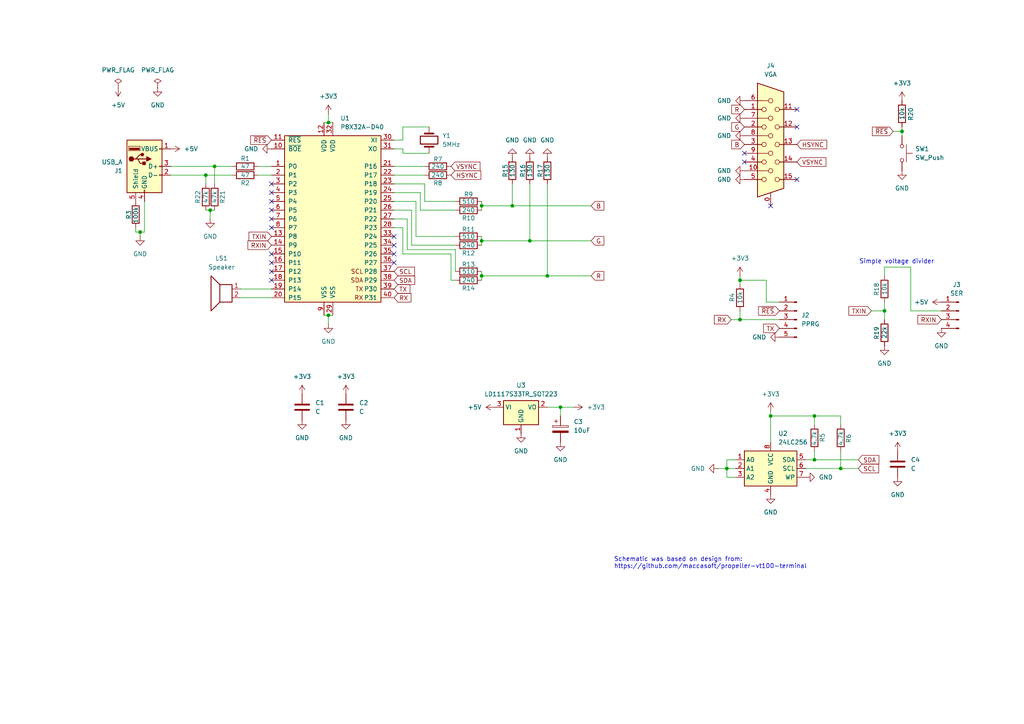
<source format=kicad_sch>
(kicad_sch
	(version 20231120)
	(generator "eeschema")
	(generator_version "8.0")
	(uuid "68d9e336-094e-4def-a139-3412ac01f132")
	(paper "A4")
	(title_block
		(title "Propeller VGA board for ByteCradle 6502 / Prototype")
		(date "2025-02-08")
		(rev "0")
	)
	(lib_symbols
		(symbol "Connector:Conn_01x04_Pin"
			(pin_names
				(offset 1.016) hide)
			(exclude_from_sim no)
			(in_bom yes)
			(on_board yes)
			(property "Reference" "J"
				(at 0 5.08 0)
				(effects
					(font
						(size 1.27 1.27)
					)
				)
			)
			(property "Value" "Conn_01x04_Pin"
				(at 0 -7.62 0)
				(effects
					(font
						(size 1.27 1.27)
					)
				)
			)
			(property "Footprint" ""
				(at 0 0 0)
				(effects
					(font
						(size 1.27 1.27)
					)
					(hide yes)
				)
			)
			(property "Datasheet" "~"
				(at 0 0 0)
				(effects
					(font
						(size 1.27 1.27)
					)
					(hide yes)
				)
			)
			(property "Description" "Generic connector, single row, 01x04, script generated"
				(at 0 0 0)
				(effects
					(font
						(size 1.27 1.27)
					)
					(hide yes)
				)
			)
			(property "ki_locked" ""
				(at 0 0 0)
				(effects
					(font
						(size 1.27 1.27)
					)
				)
			)
			(property "ki_keywords" "connector"
				(at 0 0 0)
				(effects
					(font
						(size 1.27 1.27)
					)
					(hide yes)
				)
			)
			(property "ki_fp_filters" "Connector*:*_1x??_*"
				(at 0 0 0)
				(effects
					(font
						(size 1.27 1.27)
					)
					(hide yes)
				)
			)
			(symbol "Conn_01x04_Pin_1_1"
				(polyline
					(pts
						(xy 1.27 -5.08) (xy 0.8636 -5.08)
					)
					(stroke
						(width 0.1524)
						(type default)
					)
					(fill
						(type none)
					)
				)
				(polyline
					(pts
						(xy 1.27 -2.54) (xy 0.8636 -2.54)
					)
					(stroke
						(width 0.1524)
						(type default)
					)
					(fill
						(type none)
					)
				)
				(polyline
					(pts
						(xy 1.27 0) (xy 0.8636 0)
					)
					(stroke
						(width 0.1524)
						(type default)
					)
					(fill
						(type none)
					)
				)
				(polyline
					(pts
						(xy 1.27 2.54) (xy 0.8636 2.54)
					)
					(stroke
						(width 0.1524)
						(type default)
					)
					(fill
						(type none)
					)
				)
				(rectangle
					(start 0.8636 -4.953)
					(end 0 -5.207)
					(stroke
						(width 0.1524)
						(type default)
					)
					(fill
						(type outline)
					)
				)
				(rectangle
					(start 0.8636 -2.413)
					(end 0 -2.667)
					(stroke
						(width 0.1524)
						(type default)
					)
					(fill
						(type outline)
					)
				)
				(rectangle
					(start 0.8636 0.127)
					(end 0 -0.127)
					(stroke
						(width 0.1524)
						(type default)
					)
					(fill
						(type outline)
					)
				)
				(rectangle
					(start 0.8636 2.667)
					(end 0 2.413)
					(stroke
						(width 0.1524)
						(type default)
					)
					(fill
						(type outline)
					)
				)
				(pin passive line
					(at 5.08 2.54 180)
					(length 3.81)
					(name "Pin_1"
						(effects
							(font
								(size 1.27 1.27)
							)
						)
					)
					(number "1"
						(effects
							(font
								(size 1.27 1.27)
							)
						)
					)
				)
				(pin passive line
					(at 5.08 0 180)
					(length 3.81)
					(name "Pin_2"
						(effects
							(font
								(size 1.27 1.27)
							)
						)
					)
					(number "2"
						(effects
							(font
								(size 1.27 1.27)
							)
						)
					)
				)
				(pin passive line
					(at 5.08 -2.54 180)
					(length 3.81)
					(name "Pin_3"
						(effects
							(font
								(size 1.27 1.27)
							)
						)
					)
					(number "3"
						(effects
							(font
								(size 1.27 1.27)
							)
						)
					)
				)
				(pin passive line
					(at 5.08 -5.08 180)
					(length 3.81)
					(name "Pin_4"
						(effects
							(font
								(size 1.27 1.27)
							)
						)
					)
					(number "4"
						(effects
							(font
								(size 1.27 1.27)
							)
						)
					)
				)
			)
		)
		(symbol "Connector:Conn_01x05_Pin"
			(pin_names
				(offset 1.016) hide)
			(exclude_from_sim no)
			(in_bom yes)
			(on_board yes)
			(property "Reference" "J"
				(at 0 7.62 0)
				(effects
					(font
						(size 1.27 1.27)
					)
				)
			)
			(property "Value" "Conn_01x05_Pin"
				(at 0 -7.62 0)
				(effects
					(font
						(size 1.27 1.27)
					)
				)
			)
			(property "Footprint" ""
				(at 0 0 0)
				(effects
					(font
						(size 1.27 1.27)
					)
					(hide yes)
				)
			)
			(property "Datasheet" "~"
				(at 0 0 0)
				(effects
					(font
						(size 1.27 1.27)
					)
					(hide yes)
				)
			)
			(property "Description" "Generic connector, single row, 01x05, script generated"
				(at 0 0 0)
				(effects
					(font
						(size 1.27 1.27)
					)
					(hide yes)
				)
			)
			(property "ki_locked" ""
				(at 0 0 0)
				(effects
					(font
						(size 1.27 1.27)
					)
				)
			)
			(property "ki_keywords" "connector"
				(at 0 0 0)
				(effects
					(font
						(size 1.27 1.27)
					)
					(hide yes)
				)
			)
			(property "ki_fp_filters" "Connector*:*_1x??_*"
				(at 0 0 0)
				(effects
					(font
						(size 1.27 1.27)
					)
					(hide yes)
				)
			)
			(symbol "Conn_01x05_Pin_1_1"
				(polyline
					(pts
						(xy 1.27 -5.08) (xy 0.8636 -5.08)
					)
					(stroke
						(width 0.1524)
						(type default)
					)
					(fill
						(type none)
					)
				)
				(polyline
					(pts
						(xy 1.27 -2.54) (xy 0.8636 -2.54)
					)
					(stroke
						(width 0.1524)
						(type default)
					)
					(fill
						(type none)
					)
				)
				(polyline
					(pts
						(xy 1.27 0) (xy 0.8636 0)
					)
					(stroke
						(width 0.1524)
						(type default)
					)
					(fill
						(type none)
					)
				)
				(polyline
					(pts
						(xy 1.27 2.54) (xy 0.8636 2.54)
					)
					(stroke
						(width 0.1524)
						(type default)
					)
					(fill
						(type none)
					)
				)
				(polyline
					(pts
						(xy 1.27 5.08) (xy 0.8636 5.08)
					)
					(stroke
						(width 0.1524)
						(type default)
					)
					(fill
						(type none)
					)
				)
				(rectangle
					(start 0.8636 -4.953)
					(end 0 -5.207)
					(stroke
						(width 0.1524)
						(type default)
					)
					(fill
						(type outline)
					)
				)
				(rectangle
					(start 0.8636 -2.413)
					(end 0 -2.667)
					(stroke
						(width 0.1524)
						(type default)
					)
					(fill
						(type outline)
					)
				)
				(rectangle
					(start 0.8636 0.127)
					(end 0 -0.127)
					(stroke
						(width 0.1524)
						(type default)
					)
					(fill
						(type outline)
					)
				)
				(rectangle
					(start 0.8636 2.667)
					(end 0 2.413)
					(stroke
						(width 0.1524)
						(type default)
					)
					(fill
						(type outline)
					)
				)
				(rectangle
					(start 0.8636 5.207)
					(end 0 4.953)
					(stroke
						(width 0.1524)
						(type default)
					)
					(fill
						(type outline)
					)
				)
				(pin passive line
					(at 5.08 5.08 180)
					(length 3.81)
					(name "Pin_1"
						(effects
							(font
								(size 1.27 1.27)
							)
						)
					)
					(number "1"
						(effects
							(font
								(size 1.27 1.27)
							)
						)
					)
				)
				(pin passive line
					(at 5.08 2.54 180)
					(length 3.81)
					(name "Pin_2"
						(effects
							(font
								(size 1.27 1.27)
							)
						)
					)
					(number "2"
						(effects
							(font
								(size 1.27 1.27)
							)
						)
					)
				)
				(pin passive line
					(at 5.08 0 180)
					(length 3.81)
					(name "Pin_3"
						(effects
							(font
								(size 1.27 1.27)
							)
						)
					)
					(number "3"
						(effects
							(font
								(size 1.27 1.27)
							)
						)
					)
				)
				(pin passive line
					(at 5.08 -2.54 180)
					(length 3.81)
					(name "Pin_4"
						(effects
							(font
								(size 1.27 1.27)
							)
						)
					)
					(number "4"
						(effects
							(font
								(size 1.27 1.27)
							)
						)
					)
				)
				(pin passive line
					(at 5.08 -5.08 180)
					(length 3.81)
					(name "Pin_5"
						(effects
							(font
								(size 1.27 1.27)
							)
						)
					)
					(number "5"
						(effects
							(font
								(size 1.27 1.27)
							)
						)
					)
				)
			)
		)
		(symbol "Connector:DE15_Receptacle_HighDensity_MountingHoles"
			(pin_names
				(offset 1.016) hide)
			(exclude_from_sim no)
			(in_bom yes)
			(on_board yes)
			(property "Reference" "J"
				(at 0 21.59 0)
				(effects
					(font
						(size 1.27 1.27)
					)
				)
			)
			(property "Value" "DE15_Receptacle_HighDensity_MountingHoles"
				(at 0 19.05 0)
				(effects
					(font
						(size 1.27 1.27)
					)
				)
			)
			(property "Footprint" ""
				(at -24.13 10.16 0)
				(effects
					(font
						(size 1.27 1.27)
					)
					(hide yes)
				)
			)
			(property "Datasheet" " ~"
				(at -24.13 10.16 0)
				(effects
					(font
						(size 1.27 1.27)
					)
					(hide yes)
				)
			)
			(property "Description" "15-pin female receptacle socket D-SUB connector, High density (3 columns), Triple Row, Generic, VGA-connector, Mounting Hole"
				(at 0 0 0)
				(effects
					(font
						(size 1.27 1.27)
					)
					(hide yes)
				)
			)
			(property "ki_keywords" "connector receptacle de15 female D-SUB VGA"
				(at 0 0 0)
				(effects
					(font
						(size 1.27 1.27)
					)
					(hide yes)
				)
			)
			(property "ki_fp_filters" "DSUB*Female*"
				(at 0 0 0)
				(effects
					(font
						(size 1.27 1.27)
					)
					(hide yes)
				)
			)
			(symbol "DE15_Receptacle_HighDensity_MountingHoles_0_1"
				(circle
					(center -1.905 -10.16)
					(radius 0.635)
					(stroke
						(width 0)
						(type default)
					)
					(fill
						(type none)
					)
				)
				(circle
					(center -1.905 -5.08)
					(radius 0.635)
					(stroke
						(width 0)
						(type default)
					)
					(fill
						(type none)
					)
				)
				(circle
					(center -1.905 0)
					(radius 0.635)
					(stroke
						(width 0)
						(type default)
					)
					(fill
						(type none)
					)
				)
				(circle
					(center -1.905 5.08)
					(radius 0.635)
					(stroke
						(width 0)
						(type default)
					)
					(fill
						(type none)
					)
				)
				(circle
					(center -1.905 10.16)
					(radius 0.635)
					(stroke
						(width 0)
						(type default)
					)
					(fill
						(type none)
					)
				)
				(circle
					(center 0 -7.62)
					(radius 0.635)
					(stroke
						(width 0)
						(type default)
					)
					(fill
						(type none)
					)
				)
				(circle
					(center 0 -2.54)
					(radius 0.635)
					(stroke
						(width 0)
						(type default)
					)
					(fill
						(type none)
					)
				)
				(polyline
					(pts
						(xy -3.175 7.62) (xy -0.635 7.62)
					)
					(stroke
						(width 0)
						(type default)
					)
					(fill
						(type none)
					)
				)
				(polyline
					(pts
						(xy -0.635 -7.62) (xy -3.175 -7.62)
					)
					(stroke
						(width 0)
						(type default)
					)
					(fill
						(type none)
					)
				)
				(polyline
					(pts
						(xy -0.635 -2.54) (xy -3.175 -2.54)
					)
					(stroke
						(width 0)
						(type default)
					)
					(fill
						(type none)
					)
				)
				(polyline
					(pts
						(xy -0.635 2.54) (xy -3.175 2.54)
					)
					(stroke
						(width 0)
						(type default)
					)
					(fill
						(type none)
					)
				)
				(polyline
					(pts
						(xy -0.635 12.7) (xy -3.175 12.7)
					)
					(stroke
						(width 0)
						(type default)
					)
					(fill
						(type none)
					)
				)
				(polyline
					(pts
						(xy -3.81 17.78) (xy -3.81 -15.24) (xy 3.81 -12.7) (xy 3.81 15.24) (xy -3.81 17.78)
					)
					(stroke
						(width 0.254)
						(type default)
					)
					(fill
						(type background)
					)
				)
				(circle
					(center 0 2.54)
					(radius 0.635)
					(stroke
						(width 0)
						(type default)
					)
					(fill
						(type none)
					)
				)
				(circle
					(center 0 7.62)
					(radius 0.635)
					(stroke
						(width 0)
						(type default)
					)
					(fill
						(type none)
					)
				)
				(circle
					(center 0 12.7)
					(radius 0.635)
					(stroke
						(width 0)
						(type default)
					)
					(fill
						(type none)
					)
				)
				(circle
					(center 1.905 -10.16)
					(radius 0.635)
					(stroke
						(width 0)
						(type default)
					)
					(fill
						(type none)
					)
				)
				(circle
					(center 1.905 -5.08)
					(radius 0.635)
					(stroke
						(width 0)
						(type default)
					)
					(fill
						(type none)
					)
				)
				(circle
					(center 1.905 0)
					(radius 0.635)
					(stroke
						(width 0)
						(type default)
					)
					(fill
						(type none)
					)
				)
				(circle
					(center 1.905 5.08)
					(radius 0.635)
					(stroke
						(width 0)
						(type default)
					)
					(fill
						(type none)
					)
				)
				(circle
					(center 1.905 10.16)
					(radius 0.635)
					(stroke
						(width 0)
						(type default)
					)
					(fill
						(type none)
					)
				)
			)
			(symbol "DE15_Receptacle_HighDensity_MountingHoles_1_1"
				(pin passive line
					(at 0 -17.78 90)
					(length 3.81)
					(name "~"
						(effects
							(font
								(size 1.27 1.27)
							)
						)
					)
					(number "0"
						(effects
							(font
								(size 1.27 1.27)
							)
						)
					)
				)
				(pin passive line
					(at -7.62 10.16 0)
					(length 5.08)
					(name "~"
						(effects
							(font
								(size 1.27 1.27)
							)
						)
					)
					(number "1"
						(effects
							(font
								(size 1.27 1.27)
							)
						)
					)
				)
				(pin passive line
					(at -7.62 -7.62 0)
					(length 5.08)
					(name "~"
						(effects
							(font
								(size 1.27 1.27)
							)
						)
					)
					(number "10"
						(effects
							(font
								(size 1.27 1.27)
							)
						)
					)
				)
				(pin passive line
					(at 7.62 10.16 180)
					(length 5.08)
					(name "~"
						(effects
							(font
								(size 1.27 1.27)
							)
						)
					)
					(number "11"
						(effects
							(font
								(size 1.27 1.27)
							)
						)
					)
				)
				(pin passive line
					(at 7.62 5.08 180)
					(length 5.08)
					(name "~"
						(effects
							(font
								(size 1.27 1.27)
							)
						)
					)
					(number "12"
						(effects
							(font
								(size 1.27 1.27)
							)
						)
					)
				)
				(pin passive line
					(at 7.62 0 180)
					(length 5.08)
					(name "~"
						(effects
							(font
								(size 1.27 1.27)
							)
						)
					)
					(number "13"
						(effects
							(font
								(size 1.27 1.27)
							)
						)
					)
				)
				(pin passive line
					(at 7.62 -5.08 180)
					(length 5.08)
					(name "~"
						(effects
							(font
								(size 1.27 1.27)
							)
						)
					)
					(number "14"
						(effects
							(font
								(size 1.27 1.27)
							)
						)
					)
				)
				(pin passive line
					(at 7.62 -10.16 180)
					(length 5.08)
					(name "~"
						(effects
							(font
								(size 1.27 1.27)
							)
						)
					)
					(number "15"
						(effects
							(font
								(size 1.27 1.27)
							)
						)
					)
				)
				(pin passive line
					(at -7.62 5.08 0)
					(length 5.08)
					(name "~"
						(effects
							(font
								(size 1.27 1.27)
							)
						)
					)
					(number "2"
						(effects
							(font
								(size 1.27 1.27)
							)
						)
					)
				)
				(pin passive line
					(at -7.62 0 0)
					(length 5.08)
					(name "~"
						(effects
							(font
								(size 1.27 1.27)
							)
						)
					)
					(number "3"
						(effects
							(font
								(size 1.27 1.27)
							)
						)
					)
				)
				(pin passive line
					(at -7.62 -5.08 0)
					(length 5.08)
					(name "~"
						(effects
							(font
								(size 1.27 1.27)
							)
						)
					)
					(number "4"
						(effects
							(font
								(size 1.27 1.27)
							)
						)
					)
				)
				(pin passive line
					(at -7.62 -10.16 0)
					(length 5.08)
					(name "~"
						(effects
							(font
								(size 1.27 1.27)
							)
						)
					)
					(number "5"
						(effects
							(font
								(size 1.27 1.27)
							)
						)
					)
				)
				(pin passive line
					(at -7.62 12.7 0)
					(length 5.08)
					(name "~"
						(effects
							(font
								(size 1.27 1.27)
							)
						)
					)
					(number "6"
						(effects
							(font
								(size 1.27 1.27)
							)
						)
					)
				)
				(pin passive line
					(at -7.62 7.62 0)
					(length 5.08)
					(name "~"
						(effects
							(font
								(size 1.27 1.27)
							)
						)
					)
					(number "7"
						(effects
							(font
								(size 1.27 1.27)
							)
						)
					)
				)
				(pin passive line
					(at -7.62 2.54 0)
					(length 5.08)
					(name "~"
						(effects
							(font
								(size 1.27 1.27)
							)
						)
					)
					(number "8"
						(effects
							(font
								(size 1.27 1.27)
							)
						)
					)
				)
				(pin passive line
					(at -7.62 -2.54 0)
					(length 5.08)
					(name "~"
						(effects
							(font
								(size 1.27 1.27)
							)
						)
					)
					(number "9"
						(effects
							(font
								(size 1.27 1.27)
							)
						)
					)
				)
			)
		)
		(symbol "Connector:USB_A"
			(pin_names
				(offset 1.016)
			)
			(exclude_from_sim no)
			(in_bom yes)
			(on_board yes)
			(property "Reference" "J"
				(at -5.08 11.43 0)
				(effects
					(font
						(size 1.27 1.27)
					)
					(justify left)
				)
			)
			(property "Value" "USB_A"
				(at -5.08 8.89 0)
				(effects
					(font
						(size 1.27 1.27)
					)
					(justify left)
				)
			)
			(property "Footprint" ""
				(at 3.81 -1.27 0)
				(effects
					(font
						(size 1.27 1.27)
					)
					(hide yes)
				)
			)
			(property "Datasheet" " ~"
				(at 3.81 -1.27 0)
				(effects
					(font
						(size 1.27 1.27)
					)
					(hide yes)
				)
			)
			(property "Description" "USB Type A connector"
				(at 0 0 0)
				(effects
					(font
						(size 1.27 1.27)
					)
					(hide yes)
				)
			)
			(property "ki_keywords" "connector USB"
				(at 0 0 0)
				(effects
					(font
						(size 1.27 1.27)
					)
					(hide yes)
				)
			)
			(property "ki_fp_filters" "USB*"
				(at 0 0 0)
				(effects
					(font
						(size 1.27 1.27)
					)
					(hide yes)
				)
			)
			(symbol "USB_A_0_1"
				(rectangle
					(start -5.08 -7.62)
					(end 5.08 7.62)
					(stroke
						(width 0.254)
						(type default)
					)
					(fill
						(type background)
					)
				)
				(circle
					(center -3.81 2.159)
					(radius 0.635)
					(stroke
						(width 0.254)
						(type default)
					)
					(fill
						(type outline)
					)
				)
				(rectangle
					(start -1.524 4.826)
					(end -4.318 5.334)
					(stroke
						(width 0)
						(type default)
					)
					(fill
						(type outline)
					)
				)
				(rectangle
					(start -1.27 4.572)
					(end -4.572 5.842)
					(stroke
						(width 0)
						(type default)
					)
					(fill
						(type none)
					)
				)
				(circle
					(center -0.635 3.429)
					(radius 0.381)
					(stroke
						(width 0.254)
						(type default)
					)
					(fill
						(type outline)
					)
				)
				(rectangle
					(start -0.127 -7.62)
					(end 0.127 -6.858)
					(stroke
						(width 0)
						(type default)
					)
					(fill
						(type none)
					)
				)
				(polyline
					(pts
						(xy -3.175 2.159) (xy -2.54 2.159) (xy -1.27 3.429) (xy -0.635 3.429)
					)
					(stroke
						(width 0.254)
						(type default)
					)
					(fill
						(type none)
					)
				)
				(polyline
					(pts
						(xy -2.54 2.159) (xy -1.905 2.159) (xy -1.27 0.889) (xy 0 0.889)
					)
					(stroke
						(width 0.254)
						(type default)
					)
					(fill
						(type none)
					)
				)
				(polyline
					(pts
						(xy 0.635 2.794) (xy 0.635 1.524) (xy 1.905 2.159) (xy 0.635 2.794)
					)
					(stroke
						(width 0.254)
						(type default)
					)
					(fill
						(type outline)
					)
				)
				(rectangle
					(start 0.254 1.27)
					(end -0.508 0.508)
					(stroke
						(width 0.254)
						(type default)
					)
					(fill
						(type outline)
					)
				)
				(rectangle
					(start 5.08 -2.667)
					(end 4.318 -2.413)
					(stroke
						(width 0)
						(type default)
					)
					(fill
						(type none)
					)
				)
				(rectangle
					(start 5.08 -0.127)
					(end 4.318 0.127)
					(stroke
						(width 0)
						(type default)
					)
					(fill
						(type none)
					)
				)
				(rectangle
					(start 5.08 4.953)
					(end 4.318 5.207)
					(stroke
						(width 0)
						(type default)
					)
					(fill
						(type none)
					)
				)
			)
			(symbol "USB_A_1_1"
				(polyline
					(pts
						(xy -1.905 2.159) (xy 0.635 2.159)
					)
					(stroke
						(width 0.254)
						(type default)
					)
					(fill
						(type none)
					)
				)
				(pin power_in line
					(at 7.62 5.08 180)
					(length 2.54)
					(name "VBUS"
						(effects
							(font
								(size 1.27 1.27)
							)
						)
					)
					(number "1"
						(effects
							(font
								(size 1.27 1.27)
							)
						)
					)
				)
				(pin bidirectional line
					(at 7.62 -2.54 180)
					(length 2.54)
					(name "D-"
						(effects
							(font
								(size 1.27 1.27)
							)
						)
					)
					(number "2"
						(effects
							(font
								(size 1.27 1.27)
							)
						)
					)
				)
				(pin bidirectional line
					(at 7.62 0 180)
					(length 2.54)
					(name "D+"
						(effects
							(font
								(size 1.27 1.27)
							)
						)
					)
					(number "3"
						(effects
							(font
								(size 1.27 1.27)
							)
						)
					)
				)
				(pin power_in line
					(at 0 -10.16 90)
					(length 2.54)
					(name "GND"
						(effects
							(font
								(size 1.27 1.27)
							)
						)
					)
					(number "4"
						(effects
							(font
								(size 1.27 1.27)
							)
						)
					)
				)
				(pin passive line
					(at -2.54 -10.16 90)
					(length 2.54)
					(name "Shield"
						(effects
							(font
								(size 1.27 1.27)
							)
						)
					)
					(number "5"
						(effects
							(font
								(size 1.27 1.27)
							)
						)
					)
				)
			)
		)
		(symbol "Device:C"
			(pin_numbers hide)
			(pin_names
				(offset 0.254)
			)
			(exclude_from_sim no)
			(in_bom yes)
			(on_board yes)
			(property "Reference" "C"
				(at 0.635 2.54 0)
				(effects
					(font
						(size 1.27 1.27)
					)
					(justify left)
				)
			)
			(property "Value" "C"
				(at 0.635 -2.54 0)
				(effects
					(font
						(size 1.27 1.27)
					)
					(justify left)
				)
			)
			(property "Footprint" ""
				(at 0.9652 -3.81 0)
				(effects
					(font
						(size 1.27 1.27)
					)
					(hide yes)
				)
			)
			(property "Datasheet" "~"
				(at 0 0 0)
				(effects
					(font
						(size 1.27 1.27)
					)
					(hide yes)
				)
			)
			(property "Description" "Unpolarized capacitor"
				(at 0 0 0)
				(effects
					(font
						(size 1.27 1.27)
					)
					(hide yes)
				)
			)
			(property "ki_keywords" "cap capacitor"
				(at 0 0 0)
				(effects
					(font
						(size 1.27 1.27)
					)
					(hide yes)
				)
			)
			(property "ki_fp_filters" "C_*"
				(at 0 0 0)
				(effects
					(font
						(size 1.27 1.27)
					)
					(hide yes)
				)
			)
			(symbol "C_0_1"
				(polyline
					(pts
						(xy -2.032 -0.762) (xy 2.032 -0.762)
					)
					(stroke
						(width 0.508)
						(type default)
					)
					(fill
						(type none)
					)
				)
				(polyline
					(pts
						(xy -2.032 0.762) (xy 2.032 0.762)
					)
					(stroke
						(width 0.508)
						(type default)
					)
					(fill
						(type none)
					)
				)
			)
			(symbol "C_1_1"
				(pin passive line
					(at 0 3.81 270)
					(length 2.794)
					(name "~"
						(effects
							(font
								(size 1.27 1.27)
							)
						)
					)
					(number "1"
						(effects
							(font
								(size 1.27 1.27)
							)
						)
					)
				)
				(pin passive line
					(at 0 -3.81 90)
					(length 2.794)
					(name "~"
						(effects
							(font
								(size 1.27 1.27)
							)
						)
					)
					(number "2"
						(effects
							(font
								(size 1.27 1.27)
							)
						)
					)
				)
			)
		)
		(symbol "Device:C_Polarized"
			(pin_numbers hide)
			(pin_names
				(offset 0.254)
			)
			(exclude_from_sim no)
			(in_bom yes)
			(on_board yes)
			(property "Reference" "C"
				(at 0.635 2.54 0)
				(effects
					(font
						(size 1.27 1.27)
					)
					(justify left)
				)
			)
			(property "Value" "C_Polarized"
				(at 0.635 -2.54 0)
				(effects
					(font
						(size 1.27 1.27)
					)
					(justify left)
				)
			)
			(property "Footprint" ""
				(at 0.9652 -3.81 0)
				(effects
					(font
						(size 1.27 1.27)
					)
					(hide yes)
				)
			)
			(property "Datasheet" "~"
				(at 0 0 0)
				(effects
					(font
						(size 1.27 1.27)
					)
					(hide yes)
				)
			)
			(property "Description" "Polarized capacitor"
				(at 0 0 0)
				(effects
					(font
						(size 1.27 1.27)
					)
					(hide yes)
				)
			)
			(property "ki_keywords" "cap capacitor"
				(at 0 0 0)
				(effects
					(font
						(size 1.27 1.27)
					)
					(hide yes)
				)
			)
			(property "ki_fp_filters" "CP_*"
				(at 0 0 0)
				(effects
					(font
						(size 1.27 1.27)
					)
					(hide yes)
				)
			)
			(symbol "C_Polarized_0_1"
				(rectangle
					(start -2.286 0.508)
					(end 2.286 1.016)
					(stroke
						(width 0)
						(type default)
					)
					(fill
						(type none)
					)
				)
				(polyline
					(pts
						(xy -1.778 2.286) (xy -0.762 2.286)
					)
					(stroke
						(width 0)
						(type default)
					)
					(fill
						(type none)
					)
				)
				(polyline
					(pts
						(xy -1.27 2.794) (xy -1.27 1.778)
					)
					(stroke
						(width 0)
						(type default)
					)
					(fill
						(type none)
					)
				)
				(rectangle
					(start 2.286 -0.508)
					(end -2.286 -1.016)
					(stroke
						(width 0)
						(type default)
					)
					(fill
						(type outline)
					)
				)
			)
			(symbol "C_Polarized_1_1"
				(pin passive line
					(at 0 3.81 270)
					(length 2.794)
					(name "~"
						(effects
							(font
								(size 1.27 1.27)
							)
						)
					)
					(number "1"
						(effects
							(font
								(size 1.27 1.27)
							)
						)
					)
				)
				(pin passive line
					(at 0 -3.81 90)
					(length 2.794)
					(name "~"
						(effects
							(font
								(size 1.27 1.27)
							)
						)
					)
					(number "2"
						(effects
							(font
								(size 1.27 1.27)
							)
						)
					)
				)
			)
		)
		(symbol "Device:Crystal"
			(pin_numbers hide)
			(pin_names
				(offset 1.016) hide)
			(exclude_from_sim no)
			(in_bom yes)
			(on_board yes)
			(property "Reference" "Y"
				(at 0 3.81 0)
				(effects
					(font
						(size 1.27 1.27)
					)
				)
			)
			(property "Value" "Crystal"
				(at 0 -3.81 0)
				(effects
					(font
						(size 1.27 1.27)
					)
				)
			)
			(property "Footprint" ""
				(at 0 0 0)
				(effects
					(font
						(size 1.27 1.27)
					)
					(hide yes)
				)
			)
			(property "Datasheet" "~"
				(at 0 0 0)
				(effects
					(font
						(size 1.27 1.27)
					)
					(hide yes)
				)
			)
			(property "Description" "Two pin crystal"
				(at 0 0 0)
				(effects
					(font
						(size 1.27 1.27)
					)
					(hide yes)
				)
			)
			(property "ki_keywords" "quartz ceramic resonator oscillator"
				(at 0 0 0)
				(effects
					(font
						(size 1.27 1.27)
					)
					(hide yes)
				)
			)
			(property "ki_fp_filters" "Crystal*"
				(at 0 0 0)
				(effects
					(font
						(size 1.27 1.27)
					)
					(hide yes)
				)
			)
			(symbol "Crystal_0_1"
				(rectangle
					(start -1.143 2.54)
					(end 1.143 -2.54)
					(stroke
						(width 0.3048)
						(type default)
					)
					(fill
						(type none)
					)
				)
				(polyline
					(pts
						(xy -2.54 0) (xy -1.905 0)
					)
					(stroke
						(width 0)
						(type default)
					)
					(fill
						(type none)
					)
				)
				(polyline
					(pts
						(xy -1.905 -1.27) (xy -1.905 1.27)
					)
					(stroke
						(width 0.508)
						(type default)
					)
					(fill
						(type none)
					)
				)
				(polyline
					(pts
						(xy 1.905 -1.27) (xy 1.905 1.27)
					)
					(stroke
						(width 0.508)
						(type default)
					)
					(fill
						(type none)
					)
				)
				(polyline
					(pts
						(xy 2.54 0) (xy 1.905 0)
					)
					(stroke
						(width 0)
						(type default)
					)
					(fill
						(type none)
					)
				)
			)
			(symbol "Crystal_1_1"
				(pin passive line
					(at -3.81 0 0)
					(length 1.27)
					(name "1"
						(effects
							(font
								(size 1.27 1.27)
							)
						)
					)
					(number "1"
						(effects
							(font
								(size 1.27 1.27)
							)
						)
					)
				)
				(pin passive line
					(at 3.81 0 180)
					(length 1.27)
					(name "2"
						(effects
							(font
								(size 1.27 1.27)
							)
						)
					)
					(number "2"
						(effects
							(font
								(size 1.27 1.27)
							)
						)
					)
				)
			)
		)
		(symbol "Device:R"
			(pin_numbers hide)
			(pin_names
				(offset 0)
			)
			(exclude_from_sim no)
			(in_bom yes)
			(on_board yes)
			(property "Reference" "R"
				(at 2.032 0 90)
				(effects
					(font
						(size 1.27 1.27)
					)
				)
			)
			(property "Value" "R"
				(at 0 0 90)
				(effects
					(font
						(size 1.27 1.27)
					)
				)
			)
			(property "Footprint" ""
				(at -1.778 0 90)
				(effects
					(font
						(size 1.27 1.27)
					)
					(hide yes)
				)
			)
			(property "Datasheet" "~"
				(at 0 0 0)
				(effects
					(font
						(size 1.27 1.27)
					)
					(hide yes)
				)
			)
			(property "Description" "Resistor"
				(at 0 0 0)
				(effects
					(font
						(size 1.27 1.27)
					)
					(hide yes)
				)
			)
			(property "ki_keywords" "R res resistor"
				(at 0 0 0)
				(effects
					(font
						(size 1.27 1.27)
					)
					(hide yes)
				)
			)
			(property "ki_fp_filters" "R_*"
				(at 0 0 0)
				(effects
					(font
						(size 1.27 1.27)
					)
					(hide yes)
				)
			)
			(symbol "R_0_1"
				(rectangle
					(start -1.016 -2.54)
					(end 1.016 2.54)
					(stroke
						(width 0.254)
						(type default)
					)
					(fill
						(type none)
					)
				)
			)
			(symbol "R_1_1"
				(pin passive line
					(at 0 3.81 270)
					(length 1.27)
					(name "~"
						(effects
							(font
								(size 1.27 1.27)
							)
						)
					)
					(number "1"
						(effects
							(font
								(size 1.27 1.27)
							)
						)
					)
				)
				(pin passive line
					(at 0 -3.81 90)
					(length 1.27)
					(name "~"
						(effects
							(font
								(size 1.27 1.27)
							)
						)
					)
					(number "2"
						(effects
							(font
								(size 1.27 1.27)
							)
						)
					)
				)
			)
		)
		(symbol "Device:Speaker"
			(pin_names
				(offset 0) hide)
			(exclude_from_sim no)
			(in_bom yes)
			(on_board yes)
			(property "Reference" "LS"
				(at 1.27 5.715 0)
				(effects
					(font
						(size 1.27 1.27)
					)
					(justify right)
				)
			)
			(property "Value" "Speaker"
				(at 1.27 3.81 0)
				(effects
					(font
						(size 1.27 1.27)
					)
					(justify right)
				)
			)
			(property "Footprint" ""
				(at 0 -5.08 0)
				(effects
					(font
						(size 1.27 1.27)
					)
					(hide yes)
				)
			)
			(property "Datasheet" "~"
				(at -0.254 -1.27 0)
				(effects
					(font
						(size 1.27 1.27)
					)
					(hide yes)
				)
			)
			(property "Description" "Speaker"
				(at 0 0 0)
				(effects
					(font
						(size 1.27 1.27)
					)
					(hide yes)
				)
			)
			(property "ki_keywords" "speaker sound"
				(at 0 0 0)
				(effects
					(font
						(size 1.27 1.27)
					)
					(hide yes)
				)
			)
			(symbol "Speaker_0_0"
				(rectangle
					(start -2.54 1.27)
					(end 1.016 -3.81)
					(stroke
						(width 0.254)
						(type default)
					)
					(fill
						(type none)
					)
				)
				(polyline
					(pts
						(xy 1.016 1.27) (xy 3.556 3.81) (xy 3.556 -6.35) (xy 1.016 -3.81)
					)
					(stroke
						(width 0.254)
						(type default)
					)
					(fill
						(type none)
					)
				)
			)
			(symbol "Speaker_1_1"
				(pin input line
					(at -5.08 0 0)
					(length 2.54)
					(name "1"
						(effects
							(font
								(size 1.27 1.27)
							)
						)
					)
					(number "1"
						(effects
							(font
								(size 1.27 1.27)
							)
						)
					)
				)
				(pin input line
					(at -5.08 -2.54 0)
					(length 2.54)
					(name "2"
						(effects
							(font
								(size 1.27 1.27)
							)
						)
					)
					(number "2"
						(effects
							(font
								(size 1.27 1.27)
							)
						)
					)
				)
			)
		)
		(symbol "MCU_Parallax:P8X32A-D40"
			(pin_names
				(offset 1.016)
			)
			(exclude_from_sim no)
			(in_bom yes)
			(on_board yes)
			(property "Reference" "U"
				(at -13.97 25.4 0)
				(effects
					(font
						(size 1.27 1.27)
					)
					(justify left)
				)
			)
			(property "Value" "P8X32A-D40"
				(at 1.27 25.4 0)
				(effects
					(font
						(size 1.27 1.27)
					)
					(justify left)
				)
			)
			(property "Footprint" "Package_DIP:DIP-40_W15.24mm"
				(at 0 30.48 0)
				(effects
					(font
						(size 1.27 1.27)
					)
					(hide yes)
				)
			)
			(property "Datasheet" "https://www.parallax.com/sites/default/files/downloads/P8X32A-Propeller-Datasheet-v1.4.0_0.pdf"
				(at 0 0 0)
				(effects
					(font
						(size 1.27 1.27)
					)
					(hide yes)
				)
			)
			(property "Description" "Parallax Propeller 8 core, 32 bit, 80 MHz microcontroller, 3.3VDC, 40-pin DIP"
				(at 0 0 0)
				(effects
					(font
						(size 1.27 1.27)
					)
					(hide yes)
				)
			)
			(property "ki_keywords" "microcontroller multicore Parallax Propeller DIP"
				(at 0 0 0)
				(effects
					(font
						(size 1.27 1.27)
					)
					(hide yes)
				)
			)
			(property "ki_fp_filters" "DIP*40*W15.24mm*"
				(at 0 0 0)
				(effects
					(font
						(size 1.27 1.27)
					)
					(hide yes)
				)
			)
			(symbol "P8X32A-D40_0_1"
				(rectangle
					(start -13.97 24.13)
					(end 13.97 -24.13)
					(stroke
						(width 0.254)
						(type default)
					)
					(fill
						(type background)
					)
				)
				(text "RX"
					(at 8.89 -22.86 0)
					(effects
						(font
							(size 1.27 1.27)
						)
						(justify right)
					)
				)
				(text "SCL"
					(at 8.89 -15.24 0)
					(effects
						(font
							(size 1.27 1.27)
						)
						(justify right)
					)
				)
				(text "SDA"
					(at 8.89 -17.78 0)
					(effects
						(font
							(size 1.27 1.27)
						)
						(justify right)
					)
				)
				(text "TX"
					(at 8.89 -20.32 0)
					(effects
						(font
							(size 1.27 1.27)
						)
						(justify right)
					)
				)
				(pin bidirectional line
					(at -17.78 15.24 0)
					(length 3.81)
					(name "P0"
						(effects
							(font
								(size 1.27 1.27)
							)
						)
					)
					(number "1"
						(effects
							(font
								(size 1.27 1.27)
							)
						)
					)
				)
				(pin input line
					(at -17.78 20.32 0)
					(length 3.81)
					(name "~{BOE}"
						(effects
							(font
								(size 1.27 1.27)
							)
						)
					)
					(number "10"
						(effects
							(font
								(size 1.27 1.27)
							)
						)
					)
				)
				(pin bidirectional line
					(at -17.78 22.86 0)
					(length 3.81)
					(name "~{RES}"
						(effects
							(font
								(size 1.27 1.27)
							)
						)
					)
					(number "11"
						(effects
							(font
								(size 1.27 1.27)
							)
						)
					)
				)
				(pin power_in line
					(at -2.54 27.94 270)
					(length 3.81)
					(name "VDD"
						(effects
							(font
								(size 1.27 1.27)
							)
						)
					)
					(number "12"
						(effects
							(font
								(size 1.27 1.27)
							)
						)
					)
				)
				(pin bidirectional line
					(at -17.78 -5.08 0)
					(length 3.81)
					(name "P8"
						(effects
							(font
								(size 1.27 1.27)
							)
						)
					)
					(number "13"
						(effects
							(font
								(size 1.27 1.27)
							)
						)
					)
				)
				(pin bidirectional line
					(at -17.78 -7.62 0)
					(length 3.81)
					(name "P9"
						(effects
							(font
								(size 1.27 1.27)
							)
						)
					)
					(number "14"
						(effects
							(font
								(size 1.27 1.27)
							)
						)
					)
				)
				(pin bidirectional line
					(at -17.78 -10.16 0)
					(length 3.81)
					(name "P10"
						(effects
							(font
								(size 1.27 1.27)
							)
						)
					)
					(number "15"
						(effects
							(font
								(size 1.27 1.27)
							)
						)
					)
				)
				(pin bidirectional line
					(at -17.78 -12.7 0)
					(length 3.81)
					(name "P11"
						(effects
							(font
								(size 1.27 1.27)
							)
						)
					)
					(number "16"
						(effects
							(font
								(size 1.27 1.27)
							)
						)
					)
				)
				(pin bidirectional line
					(at -17.78 -15.24 0)
					(length 3.81)
					(name "P12"
						(effects
							(font
								(size 1.27 1.27)
							)
						)
					)
					(number "17"
						(effects
							(font
								(size 1.27 1.27)
							)
						)
					)
				)
				(pin bidirectional line
					(at -17.78 -17.78 0)
					(length 3.81)
					(name "P13"
						(effects
							(font
								(size 1.27 1.27)
							)
						)
					)
					(number "18"
						(effects
							(font
								(size 1.27 1.27)
							)
						)
					)
				)
				(pin bidirectional line
					(at -17.78 -20.32 0)
					(length 3.81)
					(name "P14"
						(effects
							(font
								(size 1.27 1.27)
							)
						)
					)
					(number "19"
						(effects
							(font
								(size 1.27 1.27)
							)
						)
					)
				)
				(pin bidirectional line
					(at -17.78 12.7 0)
					(length 3.81)
					(name "P1"
						(effects
							(font
								(size 1.27 1.27)
							)
						)
					)
					(number "2"
						(effects
							(font
								(size 1.27 1.27)
							)
						)
					)
				)
				(pin bidirectional line
					(at -17.78 -22.86 0)
					(length 3.81)
					(name "P15"
						(effects
							(font
								(size 1.27 1.27)
							)
						)
					)
					(number "20"
						(effects
							(font
								(size 1.27 1.27)
							)
						)
					)
				)
				(pin bidirectional line
					(at 17.78 15.24 180)
					(length 3.81)
					(name "P16"
						(effects
							(font
								(size 1.27 1.27)
							)
						)
					)
					(number "21"
						(effects
							(font
								(size 1.27 1.27)
							)
						)
					)
				)
				(pin bidirectional line
					(at 17.78 12.7 180)
					(length 3.81)
					(name "P17"
						(effects
							(font
								(size 1.27 1.27)
							)
						)
					)
					(number "22"
						(effects
							(font
								(size 1.27 1.27)
							)
						)
					)
				)
				(pin bidirectional line
					(at 17.78 10.16 180)
					(length 3.81)
					(name "P18"
						(effects
							(font
								(size 1.27 1.27)
							)
						)
					)
					(number "23"
						(effects
							(font
								(size 1.27 1.27)
							)
						)
					)
				)
				(pin bidirectional line
					(at 17.78 7.62 180)
					(length 3.81)
					(name "P19"
						(effects
							(font
								(size 1.27 1.27)
							)
						)
					)
					(number "24"
						(effects
							(font
								(size 1.27 1.27)
							)
						)
					)
				)
				(pin bidirectional line
					(at 17.78 5.08 180)
					(length 3.81)
					(name "P20"
						(effects
							(font
								(size 1.27 1.27)
							)
						)
					)
					(number "25"
						(effects
							(font
								(size 1.27 1.27)
							)
						)
					)
				)
				(pin bidirectional line
					(at 17.78 2.54 180)
					(length 3.81)
					(name "P21"
						(effects
							(font
								(size 1.27 1.27)
							)
						)
					)
					(number "26"
						(effects
							(font
								(size 1.27 1.27)
							)
						)
					)
				)
				(pin bidirectional line
					(at 17.78 0 180)
					(length 3.81)
					(name "P22"
						(effects
							(font
								(size 1.27 1.27)
							)
						)
					)
					(number "27"
						(effects
							(font
								(size 1.27 1.27)
							)
						)
					)
				)
				(pin bidirectional line
					(at 17.78 -2.54 180)
					(length 3.81)
					(name "P23"
						(effects
							(font
								(size 1.27 1.27)
							)
						)
					)
					(number "28"
						(effects
							(font
								(size 1.27 1.27)
							)
						)
					)
				)
				(pin power_in line
					(at 0 -27.94 90)
					(length 3.81)
					(name "VSS"
						(effects
							(font
								(size 1.27 1.27)
							)
						)
					)
					(number "29"
						(effects
							(font
								(size 1.27 1.27)
							)
						)
					)
				)
				(pin bidirectional line
					(at -17.78 10.16 0)
					(length 3.81)
					(name "P2"
						(effects
							(font
								(size 1.27 1.27)
							)
						)
					)
					(number "3"
						(effects
							(font
								(size 1.27 1.27)
							)
						)
					)
				)
				(pin input line
					(at 17.78 22.86 180)
					(length 3.81)
					(name "XI"
						(effects
							(font
								(size 1.27 1.27)
							)
						)
					)
					(number "30"
						(effects
							(font
								(size 1.27 1.27)
							)
						)
					)
				)
				(pin output line
					(at 17.78 20.32 180)
					(length 3.81)
					(name "XO"
						(effects
							(font
								(size 1.27 1.27)
							)
						)
					)
					(number "31"
						(effects
							(font
								(size 1.27 1.27)
							)
						)
					)
				)
				(pin power_in line
					(at 0 27.94 270)
					(length 3.81)
					(name "VDD"
						(effects
							(font
								(size 1.27 1.27)
							)
						)
					)
					(number "32"
						(effects
							(font
								(size 1.27 1.27)
							)
						)
					)
				)
				(pin bidirectional line
					(at 17.78 -5.08 180)
					(length 3.81)
					(name "P24"
						(effects
							(font
								(size 1.27 1.27)
							)
						)
					)
					(number "33"
						(effects
							(font
								(size 1.27 1.27)
							)
						)
					)
				)
				(pin bidirectional line
					(at 17.78 -7.62 180)
					(length 3.81)
					(name "P25"
						(effects
							(font
								(size 1.27 1.27)
							)
						)
					)
					(number "34"
						(effects
							(font
								(size 1.27 1.27)
							)
						)
					)
				)
				(pin bidirectional line
					(at 17.78 -10.16 180)
					(length 3.81)
					(name "P26"
						(effects
							(font
								(size 1.27 1.27)
							)
						)
					)
					(number "35"
						(effects
							(font
								(size 1.27 1.27)
							)
						)
					)
				)
				(pin bidirectional line
					(at 17.78 -12.7 180)
					(length 3.81)
					(name "P27"
						(effects
							(font
								(size 1.27 1.27)
							)
						)
					)
					(number "36"
						(effects
							(font
								(size 1.27 1.27)
							)
						)
					)
				)
				(pin bidirectional line
					(at 17.78 -15.24 180)
					(length 3.81)
					(name "P28"
						(effects
							(font
								(size 1.27 1.27)
							)
						)
					)
					(number "37"
						(effects
							(font
								(size 1.27 1.27)
							)
						)
					)
				)
				(pin bidirectional line
					(at 17.78 -17.78 180)
					(length 3.81)
					(name "P29"
						(effects
							(font
								(size 1.27 1.27)
							)
						)
					)
					(number "38"
						(effects
							(font
								(size 1.27 1.27)
							)
						)
					)
				)
				(pin bidirectional line
					(at 17.78 -20.32 180)
					(length 3.81)
					(name "P30"
						(effects
							(font
								(size 1.27 1.27)
							)
						)
					)
					(number "39"
						(effects
							(font
								(size 1.27 1.27)
							)
						)
					)
				)
				(pin bidirectional line
					(at -17.78 7.62 0)
					(length 3.81)
					(name "P3"
						(effects
							(font
								(size 1.27 1.27)
							)
						)
					)
					(number "4"
						(effects
							(font
								(size 1.27 1.27)
							)
						)
					)
				)
				(pin bidirectional line
					(at 17.78 -22.86 180)
					(length 3.81)
					(name "P31"
						(effects
							(font
								(size 1.27 1.27)
							)
						)
					)
					(number "40"
						(effects
							(font
								(size 1.27 1.27)
							)
						)
					)
				)
				(pin bidirectional line
					(at -17.78 5.08 0)
					(length 3.81)
					(name "P4"
						(effects
							(font
								(size 1.27 1.27)
							)
						)
					)
					(number "5"
						(effects
							(font
								(size 1.27 1.27)
							)
						)
					)
				)
				(pin bidirectional line
					(at -17.78 2.54 0)
					(length 3.81)
					(name "P5"
						(effects
							(font
								(size 1.27 1.27)
							)
						)
					)
					(number "6"
						(effects
							(font
								(size 1.27 1.27)
							)
						)
					)
				)
				(pin bidirectional line
					(at -17.78 0 0)
					(length 3.81)
					(name "P6"
						(effects
							(font
								(size 1.27 1.27)
							)
						)
					)
					(number "7"
						(effects
							(font
								(size 1.27 1.27)
							)
						)
					)
				)
				(pin bidirectional line
					(at -17.78 -2.54 0)
					(length 3.81)
					(name "P7"
						(effects
							(font
								(size 1.27 1.27)
							)
						)
					)
					(number "8"
						(effects
							(font
								(size 1.27 1.27)
							)
						)
					)
				)
				(pin power_in line
					(at -2.54 -27.94 90)
					(length 3.81)
					(name "VSS"
						(effects
							(font
								(size 1.27 1.27)
							)
						)
					)
					(number "9"
						(effects
							(font
								(size 1.27 1.27)
							)
						)
					)
				)
			)
		)
		(symbol "Memory_EEPROM:24LC256"
			(exclude_from_sim no)
			(in_bom yes)
			(on_board yes)
			(property "Reference" "U"
				(at -6.35 6.35 0)
				(effects
					(font
						(size 1.27 1.27)
					)
				)
			)
			(property "Value" "24LC256"
				(at 1.27 6.35 0)
				(effects
					(font
						(size 1.27 1.27)
					)
					(justify left)
				)
			)
			(property "Footprint" ""
				(at 0 0 0)
				(effects
					(font
						(size 1.27 1.27)
					)
					(hide yes)
				)
			)
			(property "Datasheet" "http://ww1.microchip.com/downloads/en/devicedoc/21203m.pdf"
				(at 0 0 0)
				(effects
					(font
						(size 1.27 1.27)
					)
					(hide yes)
				)
			)
			(property "Description" "I2C Serial EEPROM, 256Kb, DIP-8/SOIC-8/TSSOP-8/DFN-8"
				(at 0 0 0)
				(effects
					(font
						(size 1.27 1.27)
					)
					(hide yes)
				)
			)
			(property "ki_keywords" "I2C Serial EEPROM"
				(at 0 0 0)
				(effects
					(font
						(size 1.27 1.27)
					)
					(hide yes)
				)
			)
			(property "ki_fp_filters" "DIP*W7.62mm* SOIC*3.9x4.9mm* TSSOP*4.4x3mm*P0.65mm* DFN*3x2mm*P0.5mm*"
				(at 0 0 0)
				(effects
					(font
						(size 1.27 1.27)
					)
					(hide yes)
				)
			)
			(symbol "24LC256_1_1"
				(rectangle
					(start -7.62 5.08)
					(end 7.62 -5.08)
					(stroke
						(width 0.254)
						(type default)
					)
					(fill
						(type background)
					)
				)
				(pin input line
					(at -10.16 2.54 0)
					(length 2.54)
					(name "A0"
						(effects
							(font
								(size 1.27 1.27)
							)
						)
					)
					(number "1"
						(effects
							(font
								(size 1.27 1.27)
							)
						)
					)
				)
				(pin input line
					(at -10.16 0 0)
					(length 2.54)
					(name "A1"
						(effects
							(font
								(size 1.27 1.27)
							)
						)
					)
					(number "2"
						(effects
							(font
								(size 1.27 1.27)
							)
						)
					)
				)
				(pin input line
					(at -10.16 -2.54 0)
					(length 2.54)
					(name "A2"
						(effects
							(font
								(size 1.27 1.27)
							)
						)
					)
					(number "3"
						(effects
							(font
								(size 1.27 1.27)
							)
						)
					)
				)
				(pin power_in line
					(at 0 -7.62 90)
					(length 2.54)
					(name "GND"
						(effects
							(font
								(size 1.27 1.27)
							)
						)
					)
					(number "4"
						(effects
							(font
								(size 1.27 1.27)
							)
						)
					)
				)
				(pin bidirectional line
					(at 10.16 2.54 180)
					(length 2.54)
					(name "SDA"
						(effects
							(font
								(size 1.27 1.27)
							)
						)
					)
					(number "5"
						(effects
							(font
								(size 1.27 1.27)
							)
						)
					)
				)
				(pin input line
					(at 10.16 0 180)
					(length 2.54)
					(name "SCL"
						(effects
							(font
								(size 1.27 1.27)
							)
						)
					)
					(number "6"
						(effects
							(font
								(size 1.27 1.27)
							)
						)
					)
				)
				(pin input line
					(at 10.16 -2.54 180)
					(length 2.54)
					(name "WP"
						(effects
							(font
								(size 1.27 1.27)
							)
						)
					)
					(number "7"
						(effects
							(font
								(size 1.27 1.27)
							)
						)
					)
				)
				(pin power_in line
					(at 0 7.62 270)
					(length 2.54)
					(name "VCC"
						(effects
							(font
								(size 1.27 1.27)
							)
						)
					)
					(number "8"
						(effects
							(font
								(size 1.27 1.27)
							)
						)
					)
				)
			)
		)
		(symbol "Regulator_Linear:LD1117S33TR_SOT223"
			(exclude_from_sim no)
			(in_bom yes)
			(on_board yes)
			(property "Reference" "U"
				(at -3.81 3.175 0)
				(effects
					(font
						(size 1.27 1.27)
					)
				)
			)
			(property "Value" "LD1117S33TR_SOT223"
				(at 0 3.175 0)
				(effects
					(font
						(size 1.27 1.27)
					)
					(justify left)
				)
			)
			(property "Footprint" "Package_TO_SOT_SMD:SOT-223-3_TabPin2"
				(at 0 5.08 0)
				(effects
					(font
						(size 1.27 1.27)
					)
					(hide yes)
				)
			)
			(property "Datasheet" "http://www.st.com/st-web-ui/static/active/en/resource/technical/document/datasheet/CD00000544.pdf"
				(at 2.54 -6.35 0)
				(effects
					(font
						(size 1.27 1.27)
					)
					(hide yes)
				)
			)
			(property "Description" "800mA Fixed Low Drop Positive Voltage Regulator, Fixed Output 3.3V, SOT-223"
				(at 0 0 0)
				(effects
					(font
						(size 1.27 1.27)
					)
					(hide yes)
				)
			)
			(property "ki_keywords" "REGULATOR LDO 3.3V"
				(at 0 0 0)
				(effects
					(font
						(size 1.27 1.27)
					)
					(hide yes)
				)
			)
			(property "ki_fp_filters" "SOT?223*TabPin2*"
				(at 0 0 0)
				(effects
					(font
						(size 1.27 1.27)
					)
					(hide yes)
				)
			)
			(symbol "LD1117S33TR_SOT223_0_1"
				(rectangle
					(start -5.08 -5.08)
					(end 5.08 1.905)
					(stroke
						(width 0.254)
						(type default)
					)
					(fill
						(type background)
					)
				)
			)
			(symbol "LD1117S33TR_SOT223_1_1"
				(pin power_in line
					(at 0 -7.62 90)
					(length 2.54)
					(name "GND"
						(effects
							(font
								(size 1.27 1.27)
							)
						)
					)
					(number "1"
						(effects
							(font
								(size 1.27 1.27)
							)
						)
					)
				)
				(pin power_out line
					(at 7.62 0 180)
					(length 2.54)
					(name "VO"
						(effects
							(font
								(size 1.27 1.27)
							)
						)
					)
					(number "2"
						(effects
							(font
								(size 1.27 1.27)
							)
						)
					)
				)
				(pin power_in line
					(at -7.62 0 0)
					(length 2.54)
					(name "VI"
						(effects
							(font
								(size 1.27 1.27)
							)
						)
					)
					(number "3"
						(effects
							(font
								(size 1.27 1.27)
							)
						)
					)
				)
			)
		)
		(symbol "Switch:SW_Push"
			(pin_numbers hide)
			(pin_names
				(offset 1.016) hide)
			(exclude_from_sim no)
			(in_bom yes)
			(on_board yes)
			(property "Reference" "SW"
				(at 1.27 2.54 0)
				(effects
					(font
						(size 1.27 1.27)
					)
					(justify left)
				)
			)
			(property "Value" "SW_Push"
				(at 0 -1.524 0)
				(effects
					(font
						(size 1.27 1.27)
					)
				)
			)
			(property "Footprint" ""
				(at 0 5.08 0)
				(effects
					(font
						(size 1.27 1.27)
					)
					(hide yes)
				)
			)
			(property "Datasheet" "~"
				(at 0 5.08 0)
				(effects
					(font
						(size 1.27 1.27)
					)
					(hide yes)
				)
			)
			(property "Description" "Push button switch, generic, two pins"
				(at 0 0 0)
				(effects
					(font
						(size 1.27 1.27)
					)
					(hide yes)
				)
			)
			(property "ki_keywords" "switch normally-open pushbutton push-button"
				(at 0 0 0)
				(effects
					(font
						(size 1.27 1.27)
					)
					(hide yes)
				)
			)
			(symbol "SW_Push_0_1"
				(circle
					(center -2.032 0)
					(radius 0.508)
					(stroke
						(width 0)
						(type default)
					)
					(fill
						(type none)
					)
				)
				(polyline
					(pts
						(xy 0 1.27) (xy 0 3.048)
					)
					(stroke
						(width 0)
						(type default)
					)
					(fill
						(type none)
					)
				)
				(polyline
					(pts
						(xy 2.54 1.27) (xy -2.54 1.27)
					)
					(stroke
						(width 0)
						(type default)
					)
					(fill
						(type none)
					)
				)
				(circle
					(center 2.032 0)
					(radius 0.508)
					(stroke
						(width 0)
						(type default)
					)
					(fill
						(type none)
					)
				)
				(pin passive line
					(at -5.08 0 0)
					(length 2.54)
					(name "1"
						(effects
							(font
								(size 1.27 1.27)
							)
						)
					)
					(number "1"
						(effects
							(font
								(size 1.27 1.27)
							)
						)
					)
				)
				(pin passive line
					(at 5.08 0 180)
					(length 2.54)
					(name "2"
						(effects
							(font
								(size 1.27 1.27)
							)
						)
					)
					(number "2"
						(effects
							(font
								(size 1.27 1.27)
							)
						)
					)
				)
			)
		)
		(symbol "power:+3V3"
			(power)
			(pin_numbers hide)
			(pin_names
				(offset 0) hide)
			(exclude_from_sim no)
			(in_bom yes)
			(on_board yes)
			(property "Reference" "#PWR"
				(at 0 -3.81 0)
				(effects
					(font
						(size 1.27 1.27)
					)
					(hide yes)
				)
			)
			(property "Value" "+3V3"
				(at 0 3.556 0)
				(effects
					(font
						(size 1.27 1.27)
					)
				)
			)
			(property "Footprint" ""
				(at 0 0 0)
				(effects
					(font
						(size 1.27 1.27)
					)
					(hide yes)
				)
			)
			(property "Datasheet" ""
				(at 0 0 0)
				(effects
					(font
						(size 1.27 1.27)
					)
					(hide yes)
				)
			)
			(property "Description" "Power symbol creates a global label with name \"+3V3\""
				(at 0 0 0)
				(effects
					(font
						(size 1.27 1.27)
					)
					(hide yes)
				)
			)
			(property "ki_keywords" "global power"
				(at 0 0 0)
				(effects
					(font
						(size 1.27 1.27)
					)
					(hide yes)
				)
			)
			(symbol "+3V3_0_1"
				(polyline
					(pts
						(xy -0.762 1.27) (xy 0 2.54)
					)
					(stroke
						(width 0)
						(type default)
					)
					(fill
						(type none)
					)
				)
				(polyline
					(pts
						(xy 0 0) (xy 0 2.54)
					)
					(stroke
						(width 0)
						(type default)
					)
					(fill
						(type none)
					)
				)
				(polyline
					(pts
						(xy 0 2.54) (xy 0.762 1.27)
					)
					(stroke
						(width 0)
						(type default)
					)
					(fill
						(type none)
					)
				)
			)
			(symbol "+3V3_1_1"
				(pin power_in line
					(at 0 0 90)
					(length 0)
					(name "~"
						(effects
							(font
								(size 1.27 1.27)
							)
						)
					)
					(number "1"
						(effects
							(font
								(size 1.27 1.27)
							)
						)
					)
				)
			)
		)
		(symbol "power:+5V"
			(power)
			(pin_numbers hide)
			(pin_names
				(offset 0) hide)
			(exclude_from_sim no)
			(in_bom yes)
			(on_board yes)
			(property "Reference" "#PWR"
				(at 0 -3.81 0)
				(effects
					(font
						(size 1.27 1.27)
					)
					(hide yes)
				)
			)
			(property "Value" "+5V"
				(at 0 3.556 0)
				(effects
					(font
						(size 1.27 1.27)
					)
				)
			)
			(property "Footprint" ""
				(at 0 0 0)
				(effects
					(font
						(size 1.27 1.27)
					)
					(hide yes)
				)
			)
			(property "Datasheet" ""
				(at 0 0 0)
				(effects
					(font
						(size 1.27 1.27)
					)
					(hide yes)
				)
			)
			(property "Description" "Power symbol creates a global label with name \"+5V\""
				(at 0 0 0)
				(effects
					(font
						(size 1.27 1.27)
					)
					(hide yes)
				)
			)
			(property "ki_keywords" "global power"
				(at 0 0 0)
				(effects
					(font
						(size 1.27 1.27)
					)
					(hide yes)
				)
			)
			(symbol "+5V_0_1"
				(polyline
					(pts
						(xy -0.762 1.27) (xy 0 2.54)
					)
					(stroke
						(width 0)
						(type default)
					)
					(fill
						(type none)
					)
				)
				(polyline
					(pts
						(xy 0 0) (xy 0 2.54)
					)
					(stroke
						(width 0)
						(type default)
					)
					(fill
						(type none)
					)
				)
				(polyline
					(pts
						(xy 0 2.54) (xy 0.762 1.27)
					)
					(stroke
						(width 0)
						(type default)
					)
					(fill
						(type none)
					)
				)
			)
			(symbol "+5V_1_1"
				(pin power_in line
					(at 0 0 90)
					(length 0)
					(name "~"
						(effects
							(font
								(size 1.27 1.27)
							)
						)
					)
					(number "1"
						(effects
							(font
								(size 1.27 1.27)
							)
						)
					)
				)
			)
		)
		(symbol "power:GND"
			(power)
			(pin_numbers hide)
			(pin_names
				(offset 0) hide)
			(exclude_from_sim no)
			(in_bom yes)
			(on_board yes)
			(property "Reference" "#PWR"
				(at 0 -6.35 0)
				(effects
					(font
						(size 1.27 1.27)
					)
					(hide yes)
				)
			)
			(property "Value" "GND"
				(at 0 -3.81 0)
				(effects
					(font
						(size 1.27 1.27)
					)
				)
			)
			(property "Footprint" ""
				(at 0 0 0)
				(effects
					(font
						(size 1.27 1.27)
					)
					(hide yes)
				)
			)
			(property "Datasheet" ""
				(at 0 0 0)
				(effects
					(font
						(size 1.27 1.27)
					)
					(hide yes)
				)
			)
			(property "Description" "Power symbol creates a global label with name \"GND\" , ground"
				(at 0 0 0)
				(effects
					(font
						(size 1.27 1.27)
					)
					(hide yes)
				)
			)
			(property "ki_keywords" "global power"
				(at 0 0 0)
				(effects
					(font
						(size 1.27 1.27)
					)
					(hide yes)
				)
			)
			(symbol "GND_0_1"
				(polyline
					(pts
						(xy 0 0) (xy 0 -1.27) (xy 1.27 -1.27) (xy 0 -2.54) (xy -1.27 -1.27) (xy 0 -1.27)
					)
					(stroke
						(width 0)
						(type default)
					)
					(fill
						(type none)
					)
				)
			)
			(symbol "GND_1_1"
				(pin power_in line
					(at 0 0 270)
					(length 0)
					(name "~"
						(effects
							(font
								(size 1.27 1.27)
							)
						)
					)
					(number "1"
						(effects
							(font
								(size 1.27 1.27)
							)
						)
					)
				)
			)
		)
		(symbol "power:PWR_FLAG"
			(power)
			(pin_numbers hide)
			(pin_names
				(offset 0) hide)
			(exclude_from_sim no)
			(in_bom yes)
			(on_board yes)
			(property "Reference" "#FLG"
				(at 0 1.905 0)
				(effects
					(font
						(size 1.27 1.27)
					)
					(hide yes)
				)
			)
			(property "Value" "PWR_FLAG"
				(at 0 3.81 0)
				(effects
					(font
						(size 1.27 1.27)
					)
				)
			)
			(property "Footprint" ""
				(at 0 0 0)
				(effects
					(font
						(size 1.27 1.27)
					)
					(hide yes)
				)
			)
			(property "Datasheet" "~"
				(at 0 0 0)
				(effects
					(font
						(size 1.27 1.27)
					)
					(hide yes)
				)
			)
			(property "Description" "Special symbol for telling ERC where power comes from"
				(at 0 0 0)
				(effects
					(font
						(size 1.27 1.27)
					)
					(hide yes)
				)
			)
			(property "ki_keywords" "flag power"
				(at 0 0 0)
				(effects
					(font
						(size 1.27 1.27)
					)
					(hide yes)
				)
			)
			(symbol "PWR_FLAG_0_0"
				(pin power_out line
					(at 0 0 90)
					(length 0)
					(name "~"
						(effects
							(font
								(size 1.27 1.27)
							)
						)
					)
					(number "1"
						(effects
							(font
								(size 1.27 1.27)
							)
						)
					)
				)
			)
			(symbol "PWR_FLAG_0_1"
				(polyline
					(pts
						(xy 0 0) (xy 0 1.27) (xy -1.016 1.905) (xy 0 2.54) (xy 1.016 1.905) (xy 0 1.27)
					)
					(stroke
						(width 0)
						(type default)
					)
					(fill
						(type none)
					)
				)
			)
		)
	)
	(junction
		(at 158.75 80.01)
		(diameter 0)
		(color 0 0 0 0)
		(uuid "0cc228c5-832e-45dd-bf0e-29dc40570d81")
	)
	(junction
		(at 59.69 50.8)
		(diameter 0)
		(color 0 0 0 0)
		(uuid "12c1c9df-0139-4f3e-8d97-00c7d058fe7d")
	)
	(junction
		(at 243.84 135.89)
		(diameter 0)
		(color 0 0 0 0)
		(uuid "170d605f-8a34-43d2-a0d1-21b4d5f15cb7")
	)
	(junction
		(at 95.25 35.56)
		(diameter 0)
		(color 0 0 0 0)
		(uuid "18134e29-91fd-4b11-b4a4-1e29dc4fefa5")
	)
	(junction
		(at 148.59 59.69)
		(diameter 0)
		(color 0 0 0 0)
		(uuid "1ea1dc26-329a-4e84-bee5-5abc272fbe72")
	)
	(junction
		(at 256.54 90.17)
		(diameter 0)
		(color 0 0 0 0)
		(uuid "22df5a5d-cd50-4c56-8bac-8c0f21bbab0f")
	)
	(junction
		(at 261.62 38.1)
		(diameter 0)
		(color 0 0 0 0)
		(uuid "260e44db-cf3a-462e-89bc-8638c14c200a")
	)
	(junction
		(at 62.23 48.26)
		(diameter 0)
		(color 0 0 0 0)
		(uuid "6b52a01f-5650-487d-86ac-5f62e6819b62")
	)
	(junction
		(at 162.56 118.11)
		(diameter 0)
		(color 0 0 0 0)
		(uuid "6cb5db50-b005-416e-95c1-4d3b4ac89963")
	)
	(junction
		(at 139.7 80.01)
		(diameter 0)
		(color 0 0 0 0)
		(uuid "6cffc0a8-05eb-472f-a617-2ed4180e5f65")
	)
	(junction
		(at 95.25 91.44)
		(diameter 0)
		(color 0 0 0 0)
		(uuid "70799f6b-f35d-419c-acad-8761267e87da")
	)
	(junction
		(at 139.7 69.85)
		(diameter 0)
		(color 0 0 0 0)
		(uuid "86120056-1906-4aab-bc21-efcd845a2e27")
	)
	(junction
		(at 153.67 69.85)
		(diameter 0)
		(color 0 0 0 0)
		(uuid "91fcff5b-ce16-4689-a048-c61c70d8f437")
	)
	(junction
		(at 139.7 59.69)
		(diameter 0)
		(color 0 0 0 0)
		(uuid "941e3921-5ccd-4a5b-9bfb-5767799d54f2")
	)
	(junction
		(at 214.63 92.71)
		(diameter 0)
		(color 0 0 0 0)
		(uuid "ac70d97c-3114-4a5a-b3ab-b6171fb308c8")
	)
	(junction
		(at 210.82 135.89)
		(diameter 0)
		(color 0 0 0 0)
		(uuid "af197614-8d3c-4f8b-bead-f03f40aa6f1d")
	)
	(junction
		(at 223.52 120.65)
		(diameter 0)
		(color 0 0 0 0)
		(uuid "b65b7a36-07ae-4350-ab34-28c5a262b30d")
	)
	(junction
		(at 236.22 120.65)
		(diameter 0)
		(color 0 0 0 0)
		(uuid "d978cb99-746e-4de9-91a7-d9ab91bfe982")
	)
	(junction
		(at 40.64 67.31)
		(diameter 0)
		(color 0 0 0 0)
		(uuid "f45b5a5f-acf5-45d4-b799-70d84520c0d5")
	)
	(junction
		(at 214.63 81.28)
		(diameter 0)
		(color 0 0 0 0)
		(uuid "f64fe6e3-bfe3-4181-b5c2-98e209b08644")
	)
	(junction
		(at 60.96 60.96)
		(diameter 0)
		(color 0 0 0 0)
		(uuid "fca7c357-7866-49fb-b671-20697fab612a")
	)
	(junction
		(at 236.22 133.35)
		(diameter 0)
		(color 0 0 0 0)
		(uuid "ff776501-6168-40aa-8524-bb5bd4668e1b")
	)
	(no_connect
		(at 78.74 53.34)
		(uuid "02968437-7ae5-4fda-9248-58b24a336294")
	)
	(no_connect
		(at 114.3 76.2)
		(uuid "1f74a6c3-787c-44c0-8fb9-e74d5eb47d89")
	)
	(no_connect
		(at 78.74 60.96)
		(uuid "2bcac41b-548b-4bef-bf3b-3f319f66cb64")
	)
	(no_connect
		(at 215.9 46.99)
		(uuid "3013bbf8-ad6f-44f7-9297-05b9b3aecb01")
	)
	(no_connect
		(at 223.52 59.69)
		(uuid "37f1fc5f-40e3-4239-9ccb-6e9edfab93b4")
	)
	(no_connect
		(at 114.3 73.66)
		(uuid "385df094-4d8f-4ff0-8c97-4cc09608d085")
	)
	(no_connect
		(at 78.74 73.66)
		(uuid "3fdc669c-c3fe-4ddd-865e-7defeffcd84d")
	)
	(no_connect
		(at 231.14 36.83)
		(uuid "40996b11-9794-427a-a9b8-ae7e0d541ab6")
	)
	(no_connect
		(at 114.3 68.58)
		(uuid "4309b47d-f216-43de-8225-1c661f2b8e14")
	)
	(no_connect
		(at 78.74 55.88)
		(uuid "4db24e24-991a-402a-823e-2f9489825e0a")
	)
	(no_connect
		(at 231.14 31.75)
		(uuid "55d39d06-a328-4238-acad-9f594bd421a5")
	)
	(no_connect
		(at 78.74 58.42)
		(uuid "64a0477f-ab76-457e-8a78-034714762937")
	)
	(no_connect
		(at 231.14 52.07)
		(uuid "6a9378e0-3d4d-4ef7-a234-cb544096d2f5")
	)
	(no_connect
		(at 78.74 78.74)
		(uuid "7ad48cef-554b-4043-ad2f-e39441bee1dc")
	)
	(no_connect
		(at 215.9 44.45)
		(uuid "82fed55f-9b2a-4eee-84c1-041ec1d7c95f")
	)
	(no_connect
		(at 78.74 63.5)
		(uuid "8cdb781d-91b9-4e63-ada1-671458675351")
	)
	(no_connect
		(at 78.74 76.2)
		(uuid "b30d6438-cd9c-4698-a70c-700f001af210")
	)
	(no_connect
		(at 114.3 71.12)
		(uuid "b800bb0d-e720-471c-91c4-e6e3e24dd430")
	)
	(no_connect
		(at 78.74 66.04)
		(uuid "c29af966-b993-47fd-8532-5e58064bc213")
	)
	(no_connect
		(at 78.74 81.28)
		(uuid "db0243dc-e36f-4d48-a6b0-e080f644e05e")
	)
	(wire
		(pts
			(xy 132.08 78.74) (xy 132.08 72.39)
		)
		(stroke
			(width 0)
			(type default)
		)
		(uuid "00538a06-1005-4960-b114-ca8eda167b77")
	)
	(wire
		(pts
			(xy 148.59 53.34) (xy 148.59 59.69)
		)
		(stroke
			(width 0)
			(type default)
		)
		(uuid "009fa567-bb4e-4275-866c-d7c4850c0d98")
	)
	(wire
		(pts
			(xy 210.82 135.89) (xy 210.82 138.43)
		)
		(stroke
			(width 0)
			(type default)
		)
		(uuid "0219d361-2d9f-4ae9-ad5c-a802ede41ea1")
	)
	(wire
		(pts
			(xy 210.82 135.89) (xy 213.36 135.89)
		)
		(stroke
			(width 0)
			(type default)
		)
		(uuid "066dfc97-9ebb-42b6-b5de-f2cba5d1539f")
	)
	(wire
		(pts
			(xy 119.38 71.12) (xy 119.38 60.96)
		)
		(stroke
			(width 0)
			(type default)
		)
		(uuid "06ecc9d5-972d-4c72-b46b-59f56a4fd49a")
	)
	(wire
		(pts
			(xy 132.08 60.96) (xy 121.92 60.96)
		)
		(stroke
			(width 0)
			(type default)
		)
		(uuid "0903344b-e358-45c7-8537-cf29e31d419d")
	)
	(wire
		(pts
			(xy 264.16 77.47) (xy 256.54 77.47)
		)
		(stroke
			(width 0)
			(type default)
		)
		(uuid "0e551353-e199-4887-8d2b-d7c2bc209712")
	)
	(wire
		(pts
			(xy 95.25 35.56) (xy 93.98 35.56)
		)
		(stroke
			(width 0)
			(type default)
		)
		(uuid "154a43f1-cbb4-4080-bb87-9f97bf392a0c")
	)
	(wire
		(pts
			(xy 95.25 33.02) (xy 95.25 35.56)
		)
		(stroke
			(width 0)
			(type default)
		)
		(uuid "15eabb66-7d6e-4d4f-bd95-79fabc0e71bf")
	)
	(wire
		(pts
			(xy 223.52 119.38) (xy 223.52 120.65)
		)
		(stroke
			(width 0)
			(type default)
		)
		(uuid "180970a2-7bbe-46ab-b810-dd09ecb80c58")
	)
	(wire
		(pts
			(xy 208.28 135.89) (xy 210.82 135.89)
		)
		(stroke
			(width 0)
			(type default)
		)
		(uuid "1bb20350-b609-4968-ba26-e1392929f49d")
	)
	(wire
		(pts
			(xy 162.56 118.11) (xy 162.56 120.65)
		)
		(stroke
			(width 0)
			(type default)
		)
		(uuid "1c8a33fa-fc56-4451-8ba1-eeffcd358c08")
	)
	(wire
		(pts
			(xy 60.96 63.5) (xy 60.96 60.96)
		)
		(stroke
			(width 0)
			(type default)
		)
		(uuid "1d56d8ba-0938-4f6b-812d-f684c03b8e7e")
	)
	(wire
		(pts
			(xy 243.84 120.65) (xy 243.84 123.19)
		)
		(stroke
			(width 0)
			(type default)
		)
		(uuid "1f72887d-c586-4d6d-aadc-1cf37c440457")
	)
	(wire
		(pts
			(xy 243.84 135.89) (xy 248.92 135.89)
		)
		(stroke
			(width 0)
			(type default)
		)
		(uuid "1ff72e4a-a0ea-484a-aaeb-2041369e518f")
	)
	(wire
		(pts
			(xy 69.85 86.36) (xy 78.74 86.36)
		)
		(stroke
			(width 0)
			(type default)
		)
		(uuid "21f7b39c-15c8-4a23-9346-efd78e76bbf0")
	)
	(wire
		(pts
			(xy 139.7 59.69) (xy 139.7 60.96)
		)
		(stroke
			(width 0)
			(type default)
		)
		(uuid "2318f2cf-a2fd-442a-a79c-b8257c23d178")
	)
	(wire
		(pts
			(xy 120.65 58.42) (xy 114.3 58.42)
		)
		(stroke
			(width 0)
			(type default)
		)
		(uuid "26c9a167-01db-42ec-8e62-0646e9f9f84a")
	)
	(wire
		(pts
			(xy 162.56 118.11) (xy 166.37 118.11)
		)
		(stroke
			(width 0)
			(type default)
		)
		(uuid "28ea902e-6265-4fec-b021-f32815a70ab1")
	)
	(wire
		(pts
			(xy 132.08 72.39) (xy 118.11 72.39)
		)
		(stroke
			(width 0)
			(type default)
		)
		(uuid "299d50f3-c0c6-4bcb-868b-98c1d55080f3")
	)
	(wire
		(pts
			(xy 139.7 80.01) (xy 139.7 81.28)
		)
		(stroke
			(width 0)
			(type default)
		)
		(uuid "2d79e069-0531-4559-aec0-ae46ff6ef580")
	)
	(wire
		(pts
			(xy 210.82 135.89) (xy 210.82 133.35)
		)
		(stroke
			(width 0)
			(type default)
		)
		(uuid "2dc902dd-f943-4e34-9ab2-2f91006aebf4")
	)
	(wire
		(pts
			(xy 116.84 40.64) (xy 114.3 40.64)
		)
		(stroke
			(width 0)
			(type default)
		)
		(uuid "3638d06d-fe6c-4a02-8240-868ea323244b")
	)
	(wire
		(pts
			(xy 95.25 93.98) (xy 95.25 91.44)
		)
		(stroke
			(width 0)
			(type default)
		)
		(uuid "37e3f266-82b9-434d-a505-139b6292eacb")
	)
	(wire
		(pts
			(xy 74.93 48.26) (xy 78.74 48.26)
		)
		(stroke
			(width 0)
			(type default)
		)
		(uuid "38e134bf-92a1-4f90-8461-c6a31bf7893a")
	)
	(wire
		(pts
			(xy 60.96 60.96) (xy 59.69 60.96)
		)
		(stroke
			(width 0)
			(type default)
		)
		(uuid "3927fc53-2f3e-4b8a-9427-bc6bcea4fc6b")
	)
	(wire
		(pts
			(xy 222.25 81.28) (xy 214.63 81.28)
		)
		(stroke
			(width 0)
			(type default)
		)
		(uuid "3b6144fc-7ae4-4b53-a016-b865077742d7")
	)
	(wire
		(pts
			(xy 256.54 90.17) (xy 256.54 92.71)
		)
		(stroke
			(width 0)
			(type default)
		)
		(uuid "3f1ebcb9-9a8d-45f7-9e77-386acd77d871")
	)
	(wire
		(pts
			(xy 252.73 90.17) (xy 256.54 90.17)
		)
		(stroke
			(width 0)
			(type default)
		)
		(uuid "3fd6d167-02d8-46de-a772-8db23893e56c")
	)
	(wire
		(pts
			(xy 233.68 135.89) (xy 243.84 135.89)
		)
		(stroke
			(width 0)
			(type default)
		)
		(uuid "422314ca-f3ea-4d1c-bba4-553d1568d846")
	)
	(wire
		(pts
			(xy 49.53 50.8) (xy 59.69 50.8)
		)
		(stroke
			(width 0)
			(type default)
		)
		(uuid "424be928-e14d-46e7-8042-8810b2cd3e63")
	)
	(wire
		(pts
			(xy 116.84 66.04) (xy 114.3 66.04)
		)
		(stroke
			(width 0)
			(type default)
		)
		(uuid "44af4ff2-b64d-4b11-a078-f21d763f25f9")
	)
	(wire
		(pts
			(xy 49.53 48.26) (xy 62.23 48.26)
		)
		(stroke
			(width 0)
			(type default)
		)
		(uuid "45d8c173-18c4-43ca-8820-f683c35be91a")
	)
	(wire
		(pts
			(xy 118.11 63.5) (xy 114.3 63.5)
		)
		(stroke
			(width 0)
			(type default)
		)
		(uuid "46314b67-3260-4683-b534-dbb8183cfcb0")
	)
	(wire
		(pts
			(xy 41.91 58.42) (xy 41.91 67.31)
		)
		(stroke
			(width 0)
			(type default)
		)
		(uuid "46e72555-7d26-4b07-b1e4-92551339dcf3")
	)
	(wire
		(pts
			(xy 261.62 39.37) (xy 261.62 38.1)
		)
		(stroke
			(width 0)
			(type default)
		)
		(uuid "480c26c6-1090-4e4c-8f09-ed784df4dc68")
	)
	(wire
		(pts
			(xy 39.37 67.31) (xy 39.37 66.04)
		)
		(stroke
			(width 0)
			(type default)
		)
		(uuid "494a7ccf-18b7-490d-98ff-95961d821973")
	)
	(wire
		(pts
			(xy 132.08 71.12) (xy 119.38 71.12)
		)
		(stroke
			(width 0)
			(type default)
		)
		(uuid "4a9b6dd3-cccf-46de-9731-31b8f68397f1")
	)
	(wire
		(pts
			(xy 226.06 87.63) (xy 222.25 87.63)
		)
		(stroke
			(width 0)
			(type default)
		)
		(uuid "4f780e30-6609-4e35-9eb1-067be4029ab6")
	)
	(wire
		(pts
			(xy 116.84 36.83) (xy 116.84 40.64)
		)
		(stroke
			(width 0)
			(type default)
		)
		(uuid "51091284-d4c2-46e0-b46a-3e8294822b92")
	)
	(wire
		(pts
			(xy 121.92 55.88) (xy 114.3 55.88)
		)
		(stroke
			(width 0)
			(type default)
		)
		(uuid "52142661-c342-409c-a421-2749d6241a01")
	)
	(wire
		(pts
			(xy 59.69 50.8) (xy 59.69 53.34)
		)
		(stroke
			(width 0)
			(type default)
		)
		(uuid "55fe5db5-c342-455f-9bcf-0565370baf4d")
	)
	(wire
		(pts
			(xy 214.63 81.28) (xy 214.63 82.55)
		)
		(stroke
			(width 0)
			(type default)
		)
		(uuid "5681ae4c-8f98-4ce1-b845-b551ea528aab")
	)
	(wire
		(pts
			(xy 243.84 135.89) (xy 243.84 130.81)
		)
		(stroke
			(width 0)
			(type default)
		)
		(uuid "5c69380b-8996-4429-a57a-3a71f4fa3917")
	)
	(wire
		(pts
			(xy 153.67 53.34) (xy 153.67 69.85)
		)
		(stroke
			(width 0)
			(type default)
		)
		(uuid "5dd81504-08bf-4442-b1af-e8e5b0153015")
	)
	(wire
		(pts
			(xy 74.93 50.8) (xy 78.74 50.8)
		)
		(stroke
			(width 0)
			(type default)
		)
		(uuid "5feca921-52f8-4009-b9aa-54bb0ec13045")
	)
	(wire
		(pts
			(xy 214.63 90.17) (xy 214.63 92.71)
		)
		(stroke
			(width 0)
			(type default)
		)
		(uuid "65944ad7-248b-4820-8c4b-650d0be81c3f")
	)
	(wire
		(pts
			(xy 153.67 69.85) (xy 171.45 69.85)
		)
		(stroke
			(width 0)
			(type default)
		)
		(uuid "6781c8ff-1673-4202-9c3f-4ab09959975d")
	)
	(wire
		(pts
			(xy 236.22 120.65) (xy 243.84 120.65)
		)
		(stroke
			(width 0)
			(type default)
		)
		(uuid "69ad5673-7561-4273-9a21-b6d4b39a87be")
	)
	(wire
		(pts
			(xy 69.85 83.82) (xy 78.74 83.82)
		)
		(stroke
			(width 0)
			(type default)
		)
		(uuid "6a78b03b-be1d-4392-8691-8dffcea0bb83")
	)
	(wire
		(pts
			(xy 210.82 138.43) (xy 213.36 138.43)
		)
		(stroke
			(width 0)
			(type default)
		)
		(uuid "6afb02bb-879f-4897-b7e5-c1b0b7e67976")
	)
	(wire
		(pts
			(xy 116.84 43.18) (xy 116.84 44.45)
		)
		(stroke
			(width 0)
			(type default)
		)
		(uuid "6c307975-8d59-4ff5-90b4-0a1b6b18d207")
	)
	(wire
		(pts
			(xy 214.63 92.71) (xy 226.06 92.71)
		)
		(stroke
			(width 0)
			(type default)
		)
		(uuid "6e543e8f-0a17-4870-9f7e-696cb4fc344a")
	)
	(wire
		(pts
			(xy 261.62 38.1) (xy 259.08 38.1)
		)
		(stroke
			(width 0)
			(type default)
		)
		(uuid "6f5416a1-e840-4034-a3bf-d0b00d45665f")
	)
	(wire
		(pts
			(xy 256.54 87.63) (xy 256.54 90.17)
		)
		(stroke
			(width 0)
			(type default)
		)
		(uuid "6f720a86-1381-4308-8891-ce79ae3fb9c2")
	)
	(wire
		(pts
			(xy 123.19 53.34) (xy 114.3 53.34)
		)
		(stroke
			(width 0)
			(type default)
		)
		(uuid "72ca4d98-15dc-4556-80c9-70112a84bf60")
	)
	(wire
		(pts
			(xy 118.11 72.39) (xy 118.11 63.5)
		)
		(stroke
			(width 0)
			(type default)
		)
		(uuid "730a66a4-beac-4ff7-add3-8997b6585698")
	)
	(wire
		(pts
			(xy 139.7 69.85) (xy 153.67 69.85)
		)
		(stroke
			(width 0)
			(type default)
		)
		(uuid "74f9b1f9-0001-4439-8ff6-668ff7313dcf")
	)
	(wire
		(pts
			(xy 158.75 80.01) (xy 171.45 80.01)
		)
		(stroke
			(width 0)
			(type default)
		)
		(uuid "76ae1561-ea26-4f9e-8a58-9ab2639ff86a")
	)
	(wire
		(pts
			(xy 60.96 60.96) (xy 62.23 60.96)
		)
		(stroke
			(width 0)
			(type default)
		)
		(uuid "7b1f444e-3b84-4c6d-acf7-6da39050a075")
	)
	(wire
		(pts
			(xy 264.16 90.17) (xy 273.05 90.17)
		)
		(stroke
			(width 0)
			(type default)
		)
		(uuid "82094786-e922-4a2e-98a5-32ec80860e6b")
	)
	(wire
		(pts
			(xy 148.59 59.69) (xy 171.45 59.69)
		)
		(stroke
			(width 0)
			(type default)
		)
		(uuid "8227e39f-e20e-4950-a9b3-84b1d67f174c")
	)
	(wire
		(pts
			(xy 40.64 68.58) (xy 40.64 67.31)
		)
		(stroke
			(width 0)
			(type default)
		)
		(uuid "8d936604-c86e-4a3c-a05d-a9a5ecd87849")
	)
	(wire
		(pts
			(xy 212.09 92.71) (xy 214.63 92.71)
		)
		(stroke
			(width 0)
			(type default)
		)
		(uuid "9091a74b-2231-40f4-9a15-f5c547448479")
	)
	(wire
		(pts
			(xy 123.19 58.42) (xy 123.19 53.34)
		)
		(stroke
			(width 0)
			(type default)
		)
		(uuid "93865c77-e656-4d66-b64b-70a2d1db58c0")
	)
	(wire
		(pts
			(xy 139.7 58.42) (xy 139.7 59.69)
		)
		(stroke
			(width 0)
			(type default)
		)
		(uuid "93c58f55-6698-4119-8a57-cbc2574a7536")
	)
	(wire
		(pts
			(xy 121.92 60.96) (xy 121.92 55.88)
		)
		(stroke
			(width 0)
			(type default)
		)
		(uuid "94c4757a-8365-4a6e-ae89-bf51b03346db")
	)
	(wire
		(pts
			(xy 236.22 120.65) (xy 223.52 120.65)
		)
		(stroke
			(width 0)
			(type default)
		)
		(uuid "98a38ab8-de56-4b2b-8817-41665e1fceeb")
	)
	(wire
		(pts
			(xy 139.7 59.69) (xy 148.59 59.69)
		)
		(stroke
			(width 0)
			(type default)
		)
		(uuid "991782f3-c44a-4d00-af63-90e5f4c6b799")
	)
	(wire
		(pts
			(xy 264.16 90.17) (xy 264.16 77.47)
		)
		(stroke
			(width 0)
			(type default)
		)
		(uuid "9e4ac5a0-97dc-43f3-81c3-2911fedf6c00")
	)
	(wire
		(pts
			(xy 116.84 73.66) (xy 116.84 66.04)
		)
		(stroke
			(width 0)
			(type default)
		)
		(uuid "a0669fb4-8f66-4f43-92c0-3acb49bbaa6b")
	)
	(wire
		(pts
			(xy 130.81 81.28) (xy 130.81 73.66)
		)
		(stroke
			(width 0)
			(type default)
		)
		(uuid "a2402446-f9a5-4705-8d7f-c070e2cf53fc")
	)
	(wire
		(pts
			(xy 120.65 68.58) (xy 120.65 58.42)
		)
		(stroke
			(width 0)
			(type default)
		)
		(uuid "a284dc65-a4e8-49bf-9fae-f20068e1e38a")
	)
	(wire
		(pts
			(xy 236.22 130.81) (xy 236.22 133.35)
		)
		(stroke
			(width 0)
			(type default)
		)
		(uuid "a3896af2-6d9c-43c0-bc5e-646a46013638")
	)
	(wire
		(pts
			(xy 95.25 91.44) (xy 96.52 91.44)
		)
		(stroke
			(width 0)
			(type default)
		)
		(uuid "a83555e6-ddce-4c43-b388-498a781c0af8")
	)
	(wire
		(pts
			(xy 114.3 50.8) (xy 123.19 50.8)
		)
		(stroke
			(width 0)
			(type default)
		)
		(uuid "a915a492-7323-4b29-a2ca-f79d32e5bce4")
	)
	(wire
		(pts
			(xy 210.82 133.35) (xy 213.36 133.35)
		)
		(stroke
			(width 0)
			(type default)
		)
		(uuid "ab18611f-82ab-481a-a929-b2e215121b5f")
	)
	(wire
		(pts
			(xy 132.08 81.28) (xy 130.81 81.28)
		)
		(stroke
			(width 0)
			(type default)
		)
		(uuid "ac4335e5-88cd-45af-9a1a-125cc059e888")
	)
	(wire
		(pts
			(xy 158.75 118.11) (xy 162.56 118.11)
		)
		(stroke
			(width 0)
			(type default)
		)
		(uuid "aebd5e42-8f08-4e73-a82f-5df059f652cc")
	)
	(wire
		(pts
			(xy 214.63 80.01) (xy 214.63 81.28)
		)
		(stroke
			(width 0)
			(type default)
		)
		(uuid "b2584a1c-18c7-4998-8ecc-b4b3dcda0fbd")
	)
	(wire
		(pts
			(xy 256.54 77.47) (xy 256.54 80.01)
		)
		(stroke
			(width 0)
			(type default)
		)
		(uuid "b9fa43de-b70e-4898-80d4-414897f5e255")
	)
	(wire
		(pts
			(xy 132.08 68.58) (xy 120.65 68.58)
		)
		(stroke
			(width 0)
			(type default)
		)
		(uuid "bbde0eca-6807-4172-8d46-de8e20ad2fe3")
	)
	(wire
		(pts
			(xy 41.91 67.31) (xy 40.64 67.31)
		)
		(stroke
			(width 0)
			(type default)
		)
		(uuid "be67a004-1cf0-4eb6-ac2c-1f4550bfdcfd")
	)
	(wire
		(pts
			(xy 139.7 69.85) (xy 139.7 71.12)
		)
		(stroke
			(width 0)
			(type default)
		)
		(uuid "c1c034cc-1987-4a22-a8ef-adb47575b328")
	)
	(wire
		(pts
			(xy 236.22 123.19) (xy 236.22 120.65)
		)
		(stroke
			(width 0)
			(type default)
		)
		(uuid "c351bb16-b399-4fd0-963f-37bb2c7e249a")
	)
	(wire
		(pts
			(xy 130.81 73.66) (xy 116.84 73.66)
		)
		(stroke
			(width 0)
			(type default)
		)
		(uuid "cafad444-36f4-409e-9c9b-3c038ee7a1aa")
	)
	(wire
		(pts
			(xy 119.38 60.96) (xy 114.3 60.96)
		)
		(stroke
			(width 0)
			(type default)
		)
		(uuid "cd23ff5b-c4fc-4eed-8a60-bd417a8f5776")
	)
	(wire
		(pts
			(xy 114.3 43.18) (xy 116.84 43.18)
		)
		(stroke
			(width 0)
			(type default)
		)
		(uuid "ce080675-ef88-4b44-9305-1d338808c700")
	)
	(wire
		(pts
			(xy 124.46 36.83) (xy 116.84 36.83)
		)
		(stroke
			(width 0)
			(type default)
		)
		(uuid "d18bfdd7-908c-4a89-8722-464bea81dc63")
	)
	(wire
		(pts
			(xy 114.3 48.26) (xy 123.19 48.26)
		)
		(stroke
			(width 0)
			(type default)
		)
		(uuid "d449d6d4-1b01-470a-ad78-7eabd93a37c9")
	)
	(wire
		(pts
			(xy 116.84 44.45) (xy 124.46 44.45)
		)
		(stroke
			(width 0)
			(type default)
		)
		(uuid "d6945dd8-27b2-448b-b391-91d4a4c1c5d3")
	)
	(wire
		(pts
			(xy 223.52 120.65) (xy 223.52 128.27)
		)
		(stroke
			(width 0)
			(type default)
		)
		(uuid "d9fc6d89-10ca-4663-88d6-dbe4a969682b")
	)
	(wire
		(pts
			(xy 139.7 80.01) (xy 158.75 80.01)
		)
		(stroke
			(width 0)
			(type default)
		)
		(uuid "dedeb746-4d53-44aa-a193-dc4db6ca3275")
	)
	(wire
		(pts
			(xy 236.22 133.35) (xy 248.92 133.35)
		)
		(stroke
			(width 0)
			(type default)
		)
		(uuid "df4fa2c7-faef-42f3-b11b-c12057286948")
	)
	(wire
		(pts
			(xy 95.25 35.56) (xy 96.52 35.56)
		)
		(stroke
			(width 0)
			(type default)
		)
		(uuid "e2a12c24-1ec8-4d48-a694-5b64a369636c")
	)
	(wire
		(pts
			(xy 158.75 53.34) (xy 158.75 80.01)
		)
		(stroke
			(width 0)
			(type default)
		)
		(uuid "e938531f-8e3a-416b-a4ca-6a2977c93e89")
	)
	(wire
		(pts
			(xy 132.08 58.42) (xy 123.19 58.42)
		)
		(stroke
			(width 0)
			(type default)
		)
		(uuid "ec4505ed-53b0-4d2f-a84f-8e4ef46bca83")
	)
	(wire
		(pts
			(xy 139.7 78.74) (xy 139.7 80.01)
		)
		(stroke
			(width 0)
			(type default)
		)
		(uuid "ef0f1cf3-494c-471c-922f-6eefa51c9271")
	)
	(wire
		(pts
			(xy 222.25 87.63) (xy 222.25 81.28)
		)
		(stroke
			(width 0)
			(type default)
		)
		(uuid "f02c7e84-4a22-4e2b-9471-f8e4df6a12a2")
	)
	(wire
		(pts
			(xy 261.62 36.83) (xy 261.62 38.1)
		)
		(stroke
			(width 0)
			(type default)
		)
		(uuid "f06b6df3-1f40-46f7-870f-5f5e901fb4f9")
	)
	(wire
		(pts
			(xy 95.25 91.44) (xy 93.98 91.44)
		)
		(stroke
			(width 0)
			(type default)
		)
		(uuid "f0b960a5-687e-4c68-b5f1-226737c31767")
	)
	(wire
		(pts
			(xy 62.23 48.26) (xy 62.23 53.34)
		)
		(stroke
			(width 0)
			(type default)
		)
		(uuid "f769bb05-584c-47c8-93be-42f3c493687d")
	)
	(wire
		(pts
			(xy 59.69 50.8) (xy 67.31 50.8)
		)
		(stroke
			(width 0)
			(type default)
		)
		(uuid "f86a62c3-6802-4e06-818d-5c6747ad31ff")
	)
	(wire
		(pts
			(xy 40.64 67.31) (xy 39.37 67.31)
		)
		(stroke
			(width 0)
			(type default)
		)
		(uuid "f98697d3-e57f-458e-b256-c86f77a80018")
	)
	(wire
		(pts
			(xy 139.7 68.58) (xy 139.7 69.85)
		)
		(stroke
			(width 0)
			(type default)
		)
		(uuid "fab85d1f-d45a-49d0-99b7-ee588117cafd")
	)
	(wire
		(pts
			(xy 62.23 48.26) (xy 67.31 48.26)
		)
		(stroke
			(width 0)
			(type default)
		)
		(uuid "fe0ed0d3-1ca0-4793-93c9-d4d007823913")
	)
	(wire
		(pts
			(xy 236.22 133.35) (xy 233.68 133.35)
		)
		(stroke
			(width 0)
			(type default)
		)
		(uuid "ff509046-6f3c-4be2-9feb-252d6c73e61a")
	)
	(text "Schematic was based on design from:\nhttps://github.com/maccasoft/propeller-vt100-terminal"
		(exclude_from_sim no)
		(at 178.054 163.322 0)
		(effects
			(font
				(size 1.27 1.27)
			)
			(justify left)
		)
		(uuid "40bc1da8-3f0b-4ec7-892f-f621d2368f33")
	)
	(text "Simple voltage divider"
		(exclude_from_sim no)
		(at 260.096 75.946 0)
		(effects
			(font
				(size 1.27 1.27)
			)
		)
		(uuid "5b047ca3-2af9-4eb3-9ab6-49e571416a74")
	)
	(global_label "SCL"
		(shape input)
		(at 248.92 135.89 0)
		(fields_autoplaced yes)
		(effects
			(font
				(size 1.27 1.27)
			)
			(justify left)
		)
		(uuid "03de18b6-cbfc-40c7-969f-2fa05b512445")
		(property "Intersheetrefs" "${INTERSHEET_REFS}"
			(at 255.4128 135.89 0)
			(effects
				(font
					(size 1.27 1.27)
				)
				(justify left)
				(hide yes)
			)
		)
	)
	(global_label "~{RES}"
		(shape input)
		(at 226.06 90.17 180)
		(fields_autoplaced yes)
		(effects
			(font
				(size 1.27 1.27)
			)
			(justify right)
		)
		(uuid "06c347e1-d0dd-4887-b2f7-4c54ec7f4ba3")
		(property "Intersheetrefs" "${INTERSHEET_REFS}"
			(at 219.4463 90.17 0)
			(effects
				(font
					(size 1.27 1.27)
				)
				(justify right)
				(hide yes)
			)
		)
	)
	(global_label "R"
		(shape input)
		(at 171.45 80.01 0)
		(fields_autoplaced yes)
		(effects
			(font
				(size 1.27 1.27)
			)
			(justify left)
		)
		(uuid "144915be-3b3c-4fd4-9357-b6b31f2b5050")
		(property "Intersheetrefs" "${INTERSHEET_REFS}"
			(at 175.7052 80.01 0)
			(effects
				(font
					(size 1.27 1.27)
				)
				(justify left)
				(hide yes)
			)
		)
	)
	(global_label "VSYNC"
		(shape input)
		(at 130.81 48.26 0)
		(fields_autoplaced yes)
		(effects
			(font
				(size 1.27 1.27)
			)
			(justify left)
		)
		(uuid "18412f7b-4d6c-40e5-b67a-1745e5cf9706")
		(property "Intersheetrefs" "${INTERSHEET_REFS}"
			(at 139.7824 48.26 0)
			(effects
				(font
					(size 1.27 1.27)
				)
				(justify left)
				(hide yes)
			)
		)
	)
	(global_label "TX"
		(shape input)
		(at 114.3 83.82 0)
		(fields_autoplaced yes)
		(effects
			(font
				(size 1.27 1.27)
			)
			(justify left)
		)
		(uuid "1facd61d-fa0d-454b-b34c-f25d0adb7a42")
		(property "Intersheetrefs" "${INTERSHEET_REFS}"
			(at 119.4623 83.82 0)
			(effects
				(font
					(size 1.27 1.27)
				)
				(justify left)
				(hide yes)
			)
		)
	)
	(global_label "G"
		(shape input)
		(at 215.9 36.83 180)
		(fields_autoplaced yes)
		(effects
			(font
				(size 1.27 1.27)
			)
			(justify right)
		)
		(uuid "2a65cb38-a26b-4aea-ba70-08504d7cdf26")
		(property "Intersheetrefs" "${INTERSHEET_REFS}"
			(at 211.6448 36.83 0)
			(effects
				(font
					(size 1.27 1.27)
				)
				(justify right)
				(hide yes)
			)
		)
	)
	(global_label "RXIN"
		(shape input)
		(at 78.74 71.12 180)
		(fields_autoplaced yes)
		(effects
			(font
				(size 1.27 1.27)
			)
			(justify right)
		)
		(uuid "44b68b8b-7344-4155-8daf-cf1fb3e1135c")
		(property "Intersheetrefs" "${INTERSHEET_REFS}"
			(at 71.34 71.12 0)
			(effects
				(font
					(size 1.27 1.27)
				)
				(justify right)
				(hide yes)
			)
		)
	)
	(global_label "HSYNC"
		(shape input)
		(at 231.14 41.91 0)
		(fields_autoplaced yes)
		(effects
			(font
				(size 1.27 1.27)
			)
			(justify left)
		)
		(uuid "485242ad-4343-46d8-a4e1-81629d795652")
		(property "Intersheetrefs" "${INTERSHEET_REFS}"
			(at 240.3543 41.91 0)
			(effects
				(font
					(size 1.27 1.27)
				)
				(justify left)
				(hide yes)
			)
		)
	)
	(global_label "TXIN"
		(shape input)
		(at 252.73 90.17 180)
		(fields_autoplaced yes)
		(effects
			(font
				(size 1.27 1.27)
			)
			(justify right)
		)
		(uuid "57532606-b959-49a1-a5df-abc1131421b5")
		(property "Intersheetrefs" "${INTERSHEET_REFS}"
			(at 245.6324 90.17 0)
			(effects
				(font
					(size 1.27 1.27)
				)
				(justify right)
				(hide yes)
			)
		)
	)
	(global_label "SCL"
		(shape input)
		(at 114.3 78.74 0)
		(fields_autoplaced yes)
		(effects
			(font
				(size 1.27 1.27)
			)
			(justify left)
		)
		(uuid "5e7441f2-22a3-4b5f-a15b-5113843a1437")
		(property "Intersheetrefs" "${INTERSHEET_REFS}"
			(at 120.7928 78.74 0)
			(effects
				(font
					(size 1.27 1.27)
				)
				(justify left)
				(hide yes)
			)
		)
	)
	(global_label "R"
		(shape input)
		(at 215.9 31.75 180)
		(fields_autoplaced yes)
		(effects
			(font
				(size 1.27 1.27)
			)
			(justify right)
		)
		(uuid "76204adf-527a-4b82-9d89-a2a01b7cc32c")
		(property "Intersheetrefs" "${INTERSHEET_REFS}"
			(at 211.6448 31.75 0)
			(effects
				(font
					(size 1.27 1.27)
				)
				(justify right)
				(hide yes)
			)
		)
	)
	(global_label "B"
		(shape input)
		(at 171.45 59.69 0)
		(fields_autoplaced yes)
		(effects
			(font
				(size 1.27 1.27)
			)
			(justify left)
		)
		(uuid "7731bc30-40e2-4f49-b411-127ab5f9c8b5")
		(property "Intersheetrefs" "${INTERSHEET_REFS}"
			(at 175.7052 59.69 0)
			(effects
				(font
					(size 1.27 1.27)
				)
				(justify left)
				(hide yes)
			)
		)
	)
	(global_label "TXIN"
		(shape input)
		(at 78.74 68.58 180)
		(fields_autoplaced yes)
		(effects
			(font
				(size 1.27 1.27)
			)
			(justify right)
		)
		(uuid "7cd326fe-8f45-4f19-967f-452c449d8aac")
		(property "Intersheetrefs" "${INTERSHEET_REFS}"
			(at 71.6424 68.58 0)
			(effects
				(font
					(size 1.27 1.27)
				)
				(justify right)
				(hide yes)
			)
		)
	)
	(global_label "RX"
		(shape input)
		(at 212.09 92.71 180)
		(fields_autoplaced yes)
		(effects
			(font
				(size 1.27 1.27)
			)
			(justify right)
		)
		(uuid "9e701769-4168-4a15-b173-27bedebeb3a0")
		(property "Intersheetrefs" "${INTERSHEET_REFS}"
			(at 206.6253 92.71 0)
			(effects
				(font
					(size 1.27 1.27)
				)
				(justify right)
				(hide yes)
			)
		)
	)
	(global_label "G"
		(shape input)
		(at 171.45 69.85 0)
		(fields_autoplaced yes)
		(effects
			(font
				(size 1.27 1.27)
			)
			(justify left)
		)
		(uuid "a33bfb03-f141-4933-a537-37a7670d566c")
		(property "Intersheetrefs" "${INTERSHEET_REFS}"
			(at 175.7052 69.85 0)
			(effects
				(font
					(size 1.27 1.27)
				)
				(justify left)
				(hide yes)
			)
		)
	)
	(global_label "~{RES}"
		(shape input)
		(at 259.08 38.1 180)
		(fields_autoplaced yes)
		(effects
			(font
				(size 1.27 1.27)
			)
			(justify right)
		)
		(uuid "b67c63b5-ff34-4993-a5fc-fc4c77caec3b")
		(property "Intersheetrefs" "${INTERSHEET_REFS}"
			(at 252.4663 38.1 0)
			(effects
				(font
					(size 1.27 1.27)
				)
				(justify right)
				(hide yes)
			)
		)
	)
	(global_label "B"
		(shape input)
		(at 215.9 41.91 180)
		(fields_autoplaced yes)
		(effects
			(font
				(size 1.27 1.27)
			)
			(justify right)
		)
		(uuid "be8161b5-2542-4ba9-af25-61b71977b1cc")
		(property "Intersheetrefs" "${INTERSHEET_REFS}"
			(at 211.6448 41.91 0)
			(effects
				(font
					(size 1.27 1.27)
				)
				(justify right)
				(hide yes)
			)
		)
	)
	(global_label "~{RES}"
		(shape input)
		(at 78.74 40.64 180)
		(fields_autoplaced yes)
		(effects
			(font
				(size 1.27 1.27)
			)
			(justify right)
		)
		(uuid "c9ee1238-d13a-4505-8c92-831a63999936")
		(property "Intersheetrefs" "${INTERSHEET_REFS}"
			(at 72.1263 40.64 0)
			(effects
				(font
					(size 1.27 1.27)
				)
				(justify right)
				(hide yes)
			)
		)
	)
	(global_label "VSYNC"
		(shape input)
		(at 231.14 46.99 0)
		(fields_autoplaced yes)
		(effects
			(font
				(size 1.27 1.27)
			)
			(justify left)
		)
		(uuid "cee1d2eb-9aef-4097-9b86-ddb7b62c6148")
		(property "Intersheetrefs" "${INTERSHEET_REFS}"
			(at 240.1124 46.99 0)
			(effects
				(font
					(size 1.27 1.27)
				)
				(justify left)
				(hide yes)
			)
		)
	)
	(global_label "RX"
		(shape input)
		(at 114.3 86.36 0)
		(fields_autoplaced yes)
		(effects
			(font
				(size 1.27 1.27)
			)
			(justify left)
		)
		(uuid "d1cd7fe3-b30b-4b1a-b92f-80e8e5893ba3")
		(property "Intersheetrefs" "${INTERSHEET_REFS}"
			(at 119.7647 86.36 0)
			(effects
				(font
					(size 1.27 1.27)
				)
				(justify left)
				(hide yes)
			)
		)
	)
	(global_label "SDA"
		(shape input)
		(at 248.92 133.35 0)
		(fields_autoplaced yes)
		(effects
			(font
				(size 1.27 1.27)
			)
			(justify left)
		)
		(uuid "d38bfc81-6206-42e3-b411-10abfb8ec451")
		(property "Intersheetrefs" "${INTERSHEET_REFS}"
			(at 255.4733 133.35 0)
			(effects
				(font
					(size 1.27 1.27)
				)
				(justify left)
				(hide yes)
			)
		)
	)
	(global_label "HSYNC"
		(shape input)
		(at 130.81 50.8 0)
		(fields_autoplaced yes)
		(effects
			(font
				(size 1.27 1.27)
			)
			(justify left)
		)
		(uuid "d68a4d44-a1e7-4e7b-880a-788c9f453089")
		(property "Intersheetrefs" "${INTERSHEET_REFS}"
			(at 140.0243 50.8 0)
			(effects
				(font
					(size 1.27 1.27)
				)
				(justify left)
				(hide yes)
			)
		)
	)
	(global_label "TX"
		(shape input)
		(at 226.06 95.25 180)
		(fields_autoplaced yes)
		(effects
			(font
				(size 1.27 1.27)
			)
			(justify right)
		)
		(uuid "e992107e-7e06-4243-89dd-2bd6b59c50ed")
		(property "Intersheetrefs" "${INTERSHEET_REFS}"
			(at 220.8977 95.25 0)
			(effects
				(font
					(size 1.27 1.27)
				)
				(justify right)
				(hide yes)
			)
		)
	)
	(global_label "RXIN"
		(shape input)
		(at 273.05 92.71 180)
		(fields_autoplaced yes)
		(effects
			(font
				(size 1.27 1.27)
			)
			(justify right)
		)
		(uuid "f3f25503-e5a4-4c23-ac3d-feb75f053deb")
		(property "Intersheetrefs" "${INTERSHEET_REFS}"
			(at 265.65 92.71 0)
			(effects
				(font
					(size 1.27 1.27)
				)
				(justify right)
				(hide yes)
			)
		)
	)
	(global_label "SDA"
		(shape input)
		(at 114.3 81.28 0)
		(fields_autoplaced yes)
		(effects
			(font
				(size 1.27 1.27)
			)
			(justify left)
		)
		(uuid "ff7c4c74-933b-494f-a974-dadb12c5de8d")
		(property "Intersheetrefs" "${INTERSHEET_REFS}"
			(at 120.8533 81.28 0)
			(effects
				(font
					(size 1.27 1.27)
				)
				(justify left)
				(hide yes)
			)
		)
	)
	(symbol
		(lib_id "power:+3V3")
		(at 100.33 114.3 0)
		(unit 1)
		(exclude_from_sim no)
		(in_bom yes)
		(on_board yes)
		(dnp no)
		(fields_autoplaced yes)
		(uuid "01e8b17f-6ee2-4d3f-87ad-3c9dee1fe14c")
		(property "Reference" "#PWR04"
			(at 100.33 118.11 0)
			(effects
				(font
					(size 1.27 1.27)
				)
				(hide yes)
			)
		)
		(property "Value" "+3V3"
			(at 100.33 109.22 0)
			(effects
				(font
					(size 1.27 1.27)
				)
			)
		)
		(property "Footprint" ""
			(at 100.33 114.3 0)
			(effects
				(font
					(size 1.27 1.27)
				)
				(hide yes)
			)
		)
		(property "Datasheet" ""
			(at 100.33 114.3 0)
			(effects
				(font
					(size 1.27 1.27)
				)
				(hide yes)
			)
		)
		(property "Description" "Power symbol creates a global label with name \"+3V3\""
			(at 100.33 114.3 0)
			(effects
				(font
					(size 1.27 1.27)
				)
				(hide yes)
			)
		)
		(pin "1"
			(uuid "6ccef1d5-4c7d-4f01-af6e-bdb4239207f5")
		)
		(instances
			(project "propeller-vga"
				(path "/68d9e336-094e-4def-a139-3412ac01f132"
					(reference "#PWR04")
					(unit 1)
				)
			)
		)
	)
	(symbol
		(lib_id "Device:R")
		(at 135.89 68.58 90)
		(unit 1)
		(exclude_from_sim no)
		(in_bom yes)
		(on_board yes)
		(dnp no)
		(uuid "05f62e32-2684-4ac5-a4db-1968fe570c33")
		(property "Reference" "R11"
			(at 135.89 66.548 90)
			(effects
				(font
					(size 1.27 1.27)
				)
			)
		)
		(property "Value" "510"
			(at 135.89 68.58 90)
			(effects
				(font
					(size 1.27 1.27)
				)
			)
		)
		(property "Footprint" "Resistor_THT:R_Axial_DIN0207_L6.3mm_D2.5mm_P7.62mm_Horizontal"
			(at 135.89 70.358 90)
			(effects
				(font
					(size 1.27 1.27)
				)
				(hide yes)
			)
		)
		(property "Datasheet" "~"
			(at 135.89 68.58 0)
			(effects
				(font
					(size 1.27 1.27)
				)
				(hide yes)
			)
		)
		(property "Description" "Resistor"
			(at 135.89 68.58 0)
			(effects
				(font
					(size 1.27 1.27)
				)
				(hide yes)
			)
		)
		(pin "2"
			(uuid "4902b565-9265-4ff8-9588-de9bfc36fe6f")
		)
		(pin "1"
			(uuid "8a8aa35a-2d05-463d-87e3-1bba52ff8949")
		)
		(instances
			(project "propeller-vga"
				(path "/68d9e336-094e-4def-a139-3412ac01f132"
					(reference "R11")
					(unit 1)
				)
			)
		)
	)
	(symbol
		(lib_id "Device:C_Polarized")
		(at 162.56 124.46 0)
		(unit 1)
		(exclude_from_sim no)
		(in_bom yes)
		(on_board yes)
		(dnp no)
		(fields_autoplaced yes)
		(uuid "0fde6dbd-7eec-41f2-b3ca-57c4bd911d7a")
		(property "Reference" "C3"
			(at 166.37 122.3009 0)
			(effects
				(font
					(size 1.27 1.27)
				)
				(justify left)
			)
		)
		(property "Value" "10uF"
			(at 166.37 124.8409 0)
			(effects
				(font
					(size 1.27 1.27)
				)
				(justify left)
			)
		)
		(property "Footprint" "Capacitor_THT:CP_Radial_D5.0mm_P2.50mm"
			(at 163.5252 128.27 0)
			(effects
				(font
					(size 1.27 1.27)
				)
				(hide yes)
			)
		)
		(property "Datasheet" "~"
			(at 162.56 124.46 0)
			(effects
				(font
					(size 1.27 1.27)
				)
				(hide yes)
			)
		)
		(property "Description" "Polarized capacitor"
			(at 162.56 124.46 0)
			(effects
				(font
					(size 1.27 1.27)
				)
				(hide yes)
			)
		)
		(pin "2"
			(uuid "a7453223-9e5d-47a0-a89b-4ed5e7aa63ef")
		)
		(pin "1"
			(uuid "94bacebb-fcdf-4d76-b679-a83651464a82")
		)
		(instances
			(project "propeller-vga"
				(path "/68d9e336-094e-4def-a139-3412ac01f132"
					(reference "C3")
					(unit 1)
				)
			)
		)
	)
	(symbol
		(lib_id "power:GND")
		(at 261.62 49.53 0)
		(unit 1)
		(exclude_from_sim no)
		(in_bom yes)
		(on_board yes)
		(dnp no)
		(fields_autoplaced yes)
		(uuid "17cce9a8-aefe-4bbb-8542-fb732c864398")
		(property "Reference" "#PWR032"
			(at 261.62 55.88 0)
			(effects
				(font
					(size 1.27 1.27)
				)
				(hide yes)
			)
		)
		(property "Value" "GND"
			(at 261.62 54.61 0)
			(effects
				(font
					(size 1.27 1.27)
				)
			)
		)
		(property "Footprint" ""
			(at 261.62 49.53 0)
			(effects
				(font
					(size 1.27 1.27)
				)
				(hide yes)
			)
		)
		(property "Datasheet" ""
			(at 261.62 49.53 0)
			(effects
				(font
					(size 1.27 1.27)
				)
				(hide yes)
			)
		)
		(property "Description" "Power symbol creates a global label with name \"GND\" , ground"
			(at 261.62 49.53 0)
			(effects
				(font
					(size 1.27 1.27)
				)
				(hide yes)
			)
		)
		(pin "1"
			(uuid "98982930-2955-4fb7-bd38-4e0995447436")
		)
		(instances
			(project "propeller-vga"
				(path "/68d9e336-094e-4def-a139-3412ac01f132"
					(reference "#PWR032")
					(unit 1)
				)
			)
		)
	)
	(symbol
		(lib_id "Device:C")
		(at 100.33 118.11 0)
		(unit 1)
		(exclude_from_sim no)
		(in_bom yes)
		(on_board yes)
		(dnp no)
		(fields_autoplaced yes)
		(uuid "1b4ce78f-4387-4f91-b624-3f2134ad886f")
		(property "Reference" "C2"
			(at 104.14 116.8399 0)
			(effects
				(font
					(size 1.27 1.27)
				)
				(justify left)
			)
		)
		(property "Value" "C"
			(at 104.14 119.3799 0)
			(effects
				(font
					(size 1.27 1.27)
				)
				(justify left)
			)
		)
		(property "Footprint" "Capacitor_THT:C_Disc_D5.0mm_W2.5mm_P5.00mm"
			(at 101.2952 121.92 0)
			(effects
				(font
					(size 1.27 1.27)
				)
				(hide yes)
			)
		)
		(property "Datasheet" "~"
			(at 100.33 118.11 0)
			(effects
				(font
					(size 1.27 1.27)
				)
				(hide yes)
			)
		)
		(property "Description" "Unpolarized capacitor"
			(at 100.33 118.11 0)
			(effects
				(font
					(size 1.27 1.27)
				)
				(hide yes)
			)
		)
		(pin "1"
			(uuid "bcd898a5-1114-499b-af47-06e4cbca15ba")
		)
		(pin "2"
			(uuid "0b5d7600-9936-4040-b751-0fb1154d517b")
		)
		(instances
			(project "propeller-vga"
				(path "/68d9e336-094e-4def-a139-3412ac01f132"
					(reference "C2")
					(unit 1)
				)
			)
		)
	)
	(symbol
		(lib_id "power:GND")
		(at 162.56 128.27 0)
		(unit 1)
		(exclude_from_sim no)
		(in_bom yes)
		(on_board yes)
		(dnp no)
		(fields_autoplaced yes)
		(uuid "2315c21c-63f4-41a4-b76c-81c6873c1e4c")
		(property "Reference" "#PWR026"
			(at 162.56 134.62 0)
			(effects
				(font
					(size 1.27 1.27)
				)
				(hide yes)
			)
		)
		(property "Value" "GND"
			(at 162.56 133.35 0)
			(effects
				(font
					(size 1.27 1.27)
				)
			)
		)
		(property "Footprint" ""
			(at 162.56 128.27 0)
			(effects
				(font
					(size 1.27 1.27)
				)
				(hide yes)
			)
		)
		(property "Datasheet" ""
			(at 162.56 128.27 0)
			(effects
				(font
					(size 1.27 1.27)
				)
				(hide yes)
			)
		)
		(property "Description" "Power symbol creates a global label with name \"GND\" , ground"
			(at 162.56 128.27 0)
			(effects
				(font
					(size 1.27 1.27)
				)
				(hide yes)
			)
		)
		(pin "1"
			(uuid "cb865a00-5213-4105-bc08-eefc4260a40f")
		)
		(instances
			(project "propeller-vga"
				(path "/68d9e336-094e-4def-a139-3412ac01f132"
					(reference "#PWR026")
					(unit 1)
				)
			)
		)
	)
	(symbol
		(lib_id "power:+5V")
		(at 273.05 87.63 90)
		(unit 1)
		(exclude_from_sim no)
		(in_bom yes)
		(on_board yes)
		(dnp no)
		(fields_autoplaced yes)
		(uuid "29f2e481-9a7f-474f-aa5e-73b97a119c25")
		(property "Reference" "#PWR028"
			(at 276.86 87.63 0)
			(effects
				(font
					(size 1.27 1.27)
				)
				(hide yes)
			)
		)
		(property "Value" "+5V"
			(at 269.24 87.6299 90)
			(effects
				(font
					(size 1.27 1.27)
				)
				(justify left)
			)
		)
		(property "Footprint" ""
			(at 273.05 87.63 0)
			(effects
				(font
					(size 1.27 1.27)
				)
				(hide yes)
			)
		)
		(property "Datasheet" ""
			(at 273.05 87.63 0)
			(effects
				(font
					(size 1.27 1.27)
				)
				(hide yes)
			)
		)
		(property "Description" "Power symbol creates a global label with name \"+5V\""
			(at 273.05 87.63 0)
			(effects
				(font
					(size 1.27 1.27)
				)
				(hide yes)
			)
		)
		(pin "1"
			(uuid "22119cc3-b477-4466-8a75-4154cbf9ab09")
		)
		(instances
			(project "propeller-vga"
				(path "/68d9e336-094e-4def-a139-3412ac01f132"
					(reference "#PWR028")
					(unit 1)
				)
			)
		)
	)
	(symbol
		(lib_id "power:GND")
		(at 215.9 34.29 270)
		(unit 1)
		(exclude_from_sim no)
		(in_bom yes)
		(on_board yes)
		(dnp no)
		(fields_autoplaced yes)
		(uuid "2abb4e64-25f1-4e5b-93d5-bc3556560137")
		(property "Reference" "#PWR013"
			(at 209.55 34.29 0)
			(effects
				(font
					(size 1.27 1.27)
				)
				(hide yes)
			)
		)
		(property "Value" "GND"
			(at 212.09 34.2899 90)
			(effects
				(font
					(size 1.27 1.27)
				)
				(justify right)
			)
		)
		(property "Footprint" ""
			(at 215.9 34.29 0)
			(effects
				(font
					(size 1.27 1.27)
				)
				(hide yes)
			)
		)
		(property "Datasheet" ""
			(at 215.9 34.29 0)
			(effects
				(font
					(size 1.27 1.27)
				)
				(hide yes)
			)
		)
		(property "Description" "Power symbol creates a global label with name \"GND\" , ground"
			(at 215.9 34.29 0)
			(effects
				(font
					(size 1.27 1.27)
				)
				(hide yes)
			)
		)
		(pin "1"
			(uuid "165f16d5-20f2-41b7-a438-de43ef77c40f")
		)
		(instances
			(project "propeller-vga"
				(path "/68d9e336-094e-4def-a139-3412ac01f132"
					(reference "#PWR013")
					(unit 1)
				)
			)
		)
	)
	(symbol
		(lib_id "Device:C")
		(at 260.35 134.62 0)
		(unit 1)
		(exclude_from_sim no)
		(in_bom yes)
		(on_board yes)
		(dnp no)
		(fields_autoplaced yes)
		(uuid "2ba46f1e-bf01-4c0e-b98b-ee1d1599cde9")
		(property "Reference" "C4"
			(at 264.16 133.3499 0)
			(effects
				(font
					(size 1.27 1.27)
				)
				(justify left)
			)
		)
		(property "Value" "C"
			(at 264.16 135.8899 0)
			(effects
				(font
					(size 1.27 1.27)
				)
				(justify left)
			)
		)
		(property "Footprint" "Capacitor_THT:C_Disc_D5.0mm_W2.5mm_P5.00mm"
			(at 261.3152 138.43 0)
			(effects
				(font
					(size 1.27 1.27)
				)
				(hide yes)
			)
		)
		(property "Datasheet" "~"
			(at 260.35 134.62 0)
			(effects
				(font
					(size 1.27 1.27)
				)
				(hide yes)
			)
		)
		(property "Description" "Unpolarized capacitor"
			(at 260.35 134.62 0)
			(effects
				(font
					(size 1.27 1.27)
				)
				(hide yes)
			)
		)
		(pin "1"
			(uuid "57f0d9ee-6db8-4e2b-bca7-76bf8938c23f")
		)
		(pin "2"
			(uuid "f6f9194d-4018-4195-a165-909ea0d3e075")
		)
		(instances
			(project "propeller-vga"
				(path "/68d9e336-094e-4def-a139-3412ac01f132"
					(reference "C4")
					(unit 1)
				)
			)
		)
	)
	(symbol
		(lib_id "Device:R")
		(at 135.89 81.28 90)
		(unit 1)
		(exclude_from_sim no)
		(in_bom yes)
		(on_board yes)
		(dnp no)
		(uuid "2dd556ff-b914-42d8-85d6-92db58e93010")
		(property "Reference" "R14"
			(at 135.89 83.566 90)
			(effects
				(font
					(size 1.27 1.27)
				)
			)
		)
		(property "Value" "240"
			(at 135.89 81.28 90)
			(effects
				(font
					(size 1.27 1.27)
				)
			)
		)
		(property "Footprint" "Resistor_THT:R_Axial_DIN0207_L6.3mm_D2.5mm_P7.62mm_Horizontal"
			(at 135.89 83.058 90)
			(effects
				(font
					(size 1.27 1.27)
				)
				(hide yes)
			)
		)
		(property "Datasheet" "~"
			(at 135.89 81.28 0)
			(effects
				(font
					(size 1.27 1.27)
				)
				(hide yes)
			)
		)
		(property "Description" "Resistor"
			(at 135.89 81.28 0)
			(effects
				(font
					(size 1.27 1.27)
				)
				(hide yes)
			)
		)
		(pin "2"
			(uuid "900dd217-326a-4302-a2f5-7edf49c2b245")
		)
		(pin "1"
			(uuid "1b768e20-e204-486c-b202-ddf13c338189")
		)
		(instances
			(project "propeller-vga"
				(path "/68d9e336-094e-4def-a139-3412ac01f132"
					(reference "R14")
					(unit 1)
				)
			)
		)
	)
	(symbol
		(lib_id "Device:R")
		(at 158.75 49.53 180)
		(unit 1)
		(exclude_from_sim no)
		(in_bom yes)
		(on_board yes)
		(dnp no)
		(uuid "2e1584f8-2387-41b5-a877-c76e79127c61")
		(property "Reference" "R17"
			(at 156.718 49.53 90)
			(effects
				(font
					(size 1.27 1.27)
				)
			)
		)
		(property "Value" "130"
			(at 158.75 49.53 90)
			(effects
				(font
					(size 1.27 1.27)
				)
			)
		)
		(property "Footprint" "Resistor_THT:R_Axial_DIN0207_L6.3mm_D2.5mm_P7.62mm_Horizontal"
			(at 160.528 49.53 90)
			(effects
				(font
					(size 1.27 1.27)
				)
				(hide yes)
			)
		)
		(property "Datasheet" "~"
			(at 158.75 49.53 0)
			(effects
				(font
					(size 1.27 1.27)
				)
				(hide yes)
			)
		)
		(property "Description" "Resistor"
			(at 158.75 49.53 0)
			(effects
				(font
					(size 1.27 1.27)
				)
				(hide yes)
			)
		)
		(pin "2"
			(uuid "3ff48e99-6f24-4832-a905-87baf4ddeff6")
		)
		(pin "1"
			(uuid "80a7d43c-fbe8-43c5-b35e-f2e21f7a5f66")
		)
		(instances
			(project "propeller-vga"
				(path "/68d9e336-094e-4def-a139-3412ac01f132"
					(reference "R17")
					(unit 1)
				)
			)
		)
	)
	(symbol
		(lib_id "power:GND")
		(at 60.96 63.5 0)
		(unit 1)
		(exclude_from_sim no)
		(in_bom yes)
		(on_board yes)
		(dnp no)
		(fields_autoplaced yes)
		(uuid "360d03e2-50db-4023-80ae-e0b081624a45")
		(property "Reference" "#PWR033"
			(at 60.96 69.85 0)
			(effects
				(font
					(size 1.27 1.27)
				)
				(hide yes)
			)
		)
		(property "Value" "GND"
			(at 60.96 68.58 0)
			(effects
				(font
					(size 1.27 1.27)
				)
			)
		)
		(property "Footprint" ""
			(at 60.96 63.5 0)
			(effects
				(font
					(size 1.27 1.27)
				)
				(hide yes)
			)
		)
		(property "Datasheet" ""
			(at 60.96 63.5 0)
			(effects
				(font
					(size 1.27 1.27)
				)
				(hide yes)
			)
		)
		(property "Description" "Power symbol creates a global label with name \"GND\" , ground"
			(at 60.96 63.5 0)
			(effects
				(font
					(size 1.27 1.27)
				)
				(hide yes)
			)
		)
		(pin "1"
			(uuid "ee2369f4-41a1-411a-898e-2bb856ef0eda")
		)
		(instances
			(project "propeller-vga"
				(path "/68d9e336-094e-4def-a139-3412ac01f132"
					(reference "#PWR033")
					(unit 1)
				)
			)
		)
	)
	(symbol
		(lib_id "Device:R")
		(at 71.12 50.8 90)
		(unit 1)
		(exclude_from_sim no)
		(in_bom yes)
		(on_board yes)
		(dnp no)
		(uuid "3717f2fb-83e0-44f9-915d-11af621c5a00")
		(property "Reference" "R2"
			(at 71.12 53.086 90)
			(effects
				(font
					(size 1.27 1.27)
				)
			)
		)
		(property "Value" "47"
			(at 71.12 50.8 90)
			(effects
				(font
					(size 1.27 1.27)
				)
			)
		)
		(property "Footprint" "Resistor_THT:R_Axial_DIN0207_L6.3mm_D2.5mm_P7.62mm_Horizontal"
			(at 71.12 52.578 90)
			(effects
				(font
					(size 1.27 1.27)
				)
				(hide yes)
			)
		)
		(property "Datasheet" "~"
			(at 71.12 50.8 0)
			(effects
				(font
					(size 1.27 1.27)
				)
				(hide yes)
			)
		)
		(property "Description" "Resistor"
			(at 71.12 50.8 0)
			(effects
				(font
					(size 1.27 1.27)
				)
				(hide yes)
			)
		)
		(pin "2"
			(uuid "cdf832fd-f59f-445d-9a53-ab27f91f4a1a")
		)
		(pin "1"
			(uuid "a4ea53f8-b119-40f3-90e5-f57324c6878a")
		)
		(instances
			(project "propeller-vga"
				(path "/68d9e336-094e-4def-a139-3412ac01f132"
					(reference "R2")
					(unit 1)
				)
			)
		)
	)
	(symbol
		(lib_id "power:+3V3")
		(at 223.52 119.38 0)
		(unit 1)
		(exclude_from_sim no)
		(in_bom yes)
		(on_board yes)
		(dnp no)
		(fields_autoplaced yes)
		(uuid "3a027cc7-c3f6-41dc-8020-75c292459d6e")
		(property "Reference" "#PWR018"
			(at 223.52 123.19 0)
			(effects
				(font
					(size 1.27 1.27)
				)
				(hide yes)
			)
		)
		(property "Value" "+3V3"
			(at 223.52 114.3 0)
			(effects
				(font
					(size 1.27 1.27)
				)
			)
		)
		(property "Footprint" ""
			(at 223.52 119.38 0)
			(effects
				(font
					(size 1.27 1.27)
				)
				(hide yes)
			)
		)
		(property "Datasheet" ""
			(at 223.52 119.38 0)
			(effects
				(font
					(size 1.27 1.27)
				)
				(hide yes)
			)
		)
		(property "Description" "Power symbol creates a global label with name \"+3V3\""
			(at 223.52 119.38 0)
			(effects
				(font
					(size 1.27 1.27)
				)
				(hide yes)
			)
		)
		(pin "1"
			(uuid "2108446e-42d5-481c-9335-60ec247c16e4")
		)
		(instances
			(project "propeller-vga"
				(path "/68d9e336-094e-4def-a139-3412ac01f132"
					(reference "#PWR018")
					(unit 1)
				)
			)
		)
	)
	(symbol
		(lib_id "Connector:Conn_01x05_Pin")
		(at 231.14 92.71 0)
		(mirror y)
		(unit 1)
		(exclude_from_sim no)
		(in_bom yes)
		(on_board yes)
		(dnp no)
		(fields_autoplaced yes)
		(uuid "3a6c5a4d-b7ed-4e0e-bbe7-4acc87a72059")
		(property "Reference" "J2"
			(at 232.41 91.4399 0)
			(effects
				(font
					(size 1.27 1.27)
				)
				(justify right)
			)
		)
		(property "Value" "PPRG"
			(at 232.41 93.9799 0)
			(effects
				(font
					(size 1.27 1.27)
				)
				(justify right)
			)
		)
		(property "Footprint" "Connector_PinSocket_2.54mm:PinSocket_1x05_P2.54mm_Vertical"
			(at 231.14 92.71 0)
			(effects
				(font
					(size 1.27 1.27)
				)
				(hide yes)
			)
		)
		(property "Datasheet" "~"
			(at 231.14 92.71 0)
			(effects
				(font
					(size 1.27 1.27)
				)
				(hide yes)
			)
		)
		(property "Description" "Generic connector, single row, 01x05, script generated"
			(at 231.14 92.71 0)
			(effects
				(font
					(size 1.27 1.27)
				)
				(hide yes)
			)
		)
		(pin "2"
			(uuid "05de6f92-d761-447b-8157-2dd7d11ef137")
		)
		(pin "3"
			(uuid "c8870f94-b195-4333-a74e-8d5291486eb3")
		)
		(pin "1"
			(uuid "1f723bbe-198f-44b3-8107-dbd2659490c8")
		)
		(pin "5"
			(uuid "4adcce6e-769b-43d8-8e03-1e1c5ee2872b")
		)
		(pin "4"
			(uuid "f4956cb6-69bd-4c42-ac79-cf68dbe1e8c6")
		)
		(instances
			(project "propeller-vga"
				(path "/68d9e336-094e-4def-a139-3412ac01f132"
					(reference "J2")
					(unit 1)
				)
			)
		)
	)
	(symbol
		(lib_id "Device:R")
		(at 214.63 86.36 0)
		(unit 1)
		(exclude_from_sim no)
		(in_bom yes)
		(on_board yes)
		(dnp no)
		(uuid "3cb27c20-5c0b-4265-bb4c-5cb751bdcb90")
		(property "Reference" "R4"
			(at 212.344 87.63 90)
			(effects
				(font
					(size 1.27 1.27)
				)
				(justify left)
			)
		)
		(property "Value" "10k"
			(at 214.63 88.138 90)
			(effects
				(font
					(size 1.27 1.27)
				)
				(justify left)
			)
		)
		(property "Footprint" "Resistor_THT:R_Axial_DIN0207_L6.3mm_D2.5mm_P7.62mm_Horizontal"
			(at 212.852 86.36 90)
			(effects
				(font
					(size 1.27 1.27)
				)
				(hide yes)
			)
		)
		(property "Datasheet" "~"
			(at 214.63 86.36 0)
			(effects
				(font
					(size 1.27 1.27)
				)
				(hide yes)
			)
		)
		(property "Description" "Resistor"
			(at 214.63 86.36 0)
			(effects
				(font
					(size 1.27 1.27)
				)
				(hide yes)
			)
		)
		(pin "1"
			(uuid "77ca930b-1c40-40c4-acc9-7895a4dd2353")
		)
		(pin "2"
			(uuid "453b6a8d-261e-41c9-84a2-43bcdc9ba656")
		)
		(instances
			(project "propeller-vga"
				(path "/68d9e336-094e-4def-a139-3412ac01f132"
					(reference "R4")
					(unit 1)
				)
			)
		)
	)
	(symbol
		(lib_id "power:GND")
		(at 78.74 43.18 270)
		(unit 1)
		(exclude_from_sim no)
		(in_bom yes)
		(on_board yes)
		(dnp no)
		(fields_autoplaced yes)
		(uuid "3dd2d8d7-4117-4bf9-962c-214660307d6e")
		(property "Reference" "#PWR09"
			(at 72.39 43.18 0)
			(effects
				(font
					(size 1.27 1.27)
				)
				(hide yes)
			)
		)
		(property "Value" "GND"
			(at 74.93 43.1799 90)
			(effects
				(font
					(size 1.27 1.27)
				)
				(justify right)
			)
		)
		(property "Footprint" ""
			(at 78.74 43.18 0)
			(effects
				(font
					(size 1.27 1.27)
				)
				(hide yes)
			)
		)
		(property "Datasheet" ""
			(at 78.74 43.18 0)
			(effects
				(font
					(size 1.27 1.27)
				)
				(hide yes)
			)
		)
		(property "Description" "Power symbol creates a global label with name \"GND\" , ground"
			(at 78.74 43.18 0)
			(effects
				(font
					(size 1.27 1.27)
				)
				(hide yes)
			)
		)
		(pin "1"
			(uuid "9ebefa92-fef9-4f61-b1f8-cbdfbf95bd9e")
		)
		(instances
			(project "propeller-vga"
				(path "/68d9e336-094e-4def-a139-3412ac01f132"
					(reference "#PWR09")
					(unit 1)
				)
			)
		)
	)
	(symbol
		(lib_id "Connector:DE15_Receptacle_HighDensity_MountingHoles")
		(at 223.52 41.91 0)
		(unit 1)
		(exclude_from_sim no)
		(in_bom yes)
		(on_board yes)
		(dnp no)
		(fields_autoplaced yes)
		(uuid "41a10f2c-bac1-4548-9540-f3a659df8621")
		(property "Reference" "J4"
			(at 223.52 19.05 0)
			(effects
				(font
					(size 1.27 1.27)
				)
			)
		)
		(property "Value" "VGA"
			(at 223.52 21.59 0)
			(effects
				(font
					(size 1.27 1.27)
				)
			)
		)
		(property "Footprint" "components:618015330923"
			(at 199.39 31.75 0)
			(effects
				(font
					(size 1.27 1.27)
				)
				(hide yes)
			)
		)
		(property "Datasheet" " ~"
			(at 199.39 31.75 0)
			(effects
				(font
					(size 1.27 1.27)
				)
				(hide yes)
			)
		)
		(property "Description" "15-pin female receptacle socket D-SUB connector, High density (3 columns), Triple Row, Generic, VGA-connector, Mounting Hole"
			(at 223.52 41.91 0)
			(effects
				(font
					(size 1.27 1.27)
				)
				(hide yes)
			)
		)
		(pin "2"
			(uuid "0b423587-fe5f-4d90-b4a9-9532eb7898dc")
		)
		(pin "4"
			(uuid "47299f9d-4bb5-4b46-a99e-bc0f585fe32f")
		)
		(pin "7"
			(uuid "af677a08-8f10-49f3-afe6-4cee6c07d938")
		)
		(pin "9"
			(uuid "f856122c-78cc-48af-ac19-11a3dd843104")
		)
		(pin "15"
			(uuid "e074a63d-6a3a-4a4c-ad66-0db61931864b")
		)
		(pin "6"
			(uuid "5e049c1e-ef0c-4f18-bcf8-b644dcec4527")
		)
		(pin "14"
			(uuid "bc979465-8499-4453-b3c0-8a30fdb6994e")
		)
		(pin "12"
			(uuid "f281a5eb-8a3f-4910-86c2-0d33ed4afc8e")
		)
		(pin "3"
			(uuid "5afde67c-613d-452c-8a68-6e9c364b1cdd")
		)
		(pin "0"
			(uuid "e0718a11-da28-41b7-beae-07e6a9af2874")
		)
		(pin "5"
			(uuid "6286cc6d-4821-40d8-8637-dbdb393ff03e")
		)
		(pin "8"
			(uuid "1ea11617-4ee6-45da-9e2c-752243d74806")
		)
		(pin "10"
			(uuid "2c7e82e1-ef78-467f-b036-fe0b71f5c4ed")
		)
		(pin "13"
			(uuid "fc452eb2-8ff6-40e1-8420-1736547cba70")
		)
		(pin "1"
			(uuid "675a3261-9046-4907-b41f-679a53bbadf2")
		)
		(pin "11"
			(uuid "f6dbaec2-c364-4846-a2a1-6a0485888437")
		)
		(instances
			(project "propeller-vga"
				(path "/68d9e336-094e-4def-a139-3412ac01f132"
					(reference "J4")
					(unit 1)
				)
			)
		)
	)
	(symbol
		(lib_id "power:GND")
		(at 256.54 100.33 0)
		(unit 1)
		(exclude_from_sim no)
		(in_bom yes)
		(on_board yes)
		(dnp no)
		(fields_autoplaced yes)
		(uuid "445b4f33-6595-495d-98c5-144843c38002")
		(property "Reference" "#PWR029"
			(at 256.54 106.68 0)
			(effects
				(font
					(size 1.27 1.27)
				)
				(hide yes)
			)
		)
		(property "Value" "GND"
			(at 256.54 105.41 0)
			(effects
				(font
					(size 1.27 1.27)
				)
			)
		)
		(property "Footprint" ""
			(at 256.54 100.33 0)
			(effects
				(font
					(size 1.27 1.27)
				)
				(hide yes)
			)
		)
		(property "Datasheet" ""
			(at 256.54 100.33 0)
			(effects
				(font
					(size 1.27 1.27)
				)
				(hide yes)
			)
		)
		(property "Description" "Power symbol creates a global label with name \"GND\" , ground"
			(at 256.54 100.33 0)
			(effects
				(font
					(size 1.27 1.27)
				)
				(hide yes)
			)
		)
		(pin "1"
			(uuid "8b827fdf-4c38-4dc5-88a5-f4a8e8620b7b")
		)
		(instances
			(project "propeller-vga"
				(path "/68d9e336-094e-4def-a139-3412ac01f132"
					(reference "#PWR029")
					(unit 1)
				)
			)
		)
	)
	(symbol
		(lib_id "Regulator_Linear:LD1117S33TR_SOT223")
		(at 151.13 118.11 0)
		(unit 1)
		(exclude_from_sim no)
		(in_bom yes)
		(on_board yes)
		(dnp no)
		(fields_autoplaced yes)
		(uuid "46c3abbf-e473-4bdb-9a4a-d75504c08fdc")
		(property "Reference" "U3"
			(at 151.13 111.76 0)
			(effects
				(font
					(size 1.27 1.27)
				)
			)
		)
		(property "Value" "LD1117S33TR_SOT223"
			(at 151.13 114.3 0)
			(effects
				(font
					(size 1.27 1.27)
				)
			)
		)
		(property "Footprint" "Package_TO_SOT_SMD:SOT-223-3_TabPin2"
			(at 151.13 113.03 0)
			(effects
				(font
					(size 1.27 1.27)
				)
				(hide yes)
			)
		)
		(property "Datasheet" "http://www.st.com/st-web-ui/static/active/en/resource/technical/document/datasheet/CD00000544.pdf"
			(at 153.67 124.46 0)
			(effects
				(font
					(size 1.27 1.27)
				)
				(hide yes)
			)
		)
		(property "Description" "800mA Fixed Low Drop Positive Voltage Regulator, Fixed Output 3.3V, SOT-223"
			(at 151.13 118.11 0)
			(effects
				(font
					(size 1.27 1.27)
				)
				(hide yes)
			)
		)
		(pin "2"
			(uuid "fb57fdae-2875-4dcc-930a-f7a642dd3883")
		)
		(pin "3"
			(uuid "9219ea15-3a84-489b-aa16-79ac8ee6730b")
		)
		(pin "1"
			(uuid "285ad02d-a1de-471c-9587-cc7b5295b184")
		)
		(instances
			(project "propeller-vga"
				(path "/68d9e336-094e-4def-a139-3412ac01f132"
					(reference "U3")
					(unit 1)
				)
			)
		)
	)
	(symbol
		(lib_id "power:GND")
		(at 215.9 52.07 270)
		(unit 1)
		(exclude_from_sim no)
		(in_bom yes)
		(on_board yes)
		(dnp no)
		(fields_autoplaced yes)
		(uuid "48e6f294-f692-48f7-913d-ded65a6fb635")
		(property "Reference" "#PWR031"
			(at 209.55 52.07 0)
			(effects
				(font
					(size 1.27 1.27)
				)
				(hide yes)
			)
		)
		(property "Value" "GND"
			(at 212.09 52.0699 90)
			(effects
				(font
					(size 1.27 1.27)
				)
				(justify right)
			)
		)
		(property "Footprint" ""
			(at 215.9 52.07 0)
			(effects
				(font
					(size 1.27 1.27)
				)
				(hide yes)
			)
		)
		(property "Datasheet" ""
			(at 215.9 52.07 0)
			(effects
				(font
					(size 1.27 1.27)
				)
				(hide yes)
			)
		)
		(property "Description" "Power symbol creates a global label with name \"GND\" , ground"
			(at 215.9 52.07 0)
			(effects
				(font
					(size 1.27 1.27)
				)
				(hide yes)
			)
		)
		(pin "1"
			(uuid "c2c12fb7-68ec-44cf-b4c7-52b361ae80a6")
		)
		(instances
			(project "propeller-vga"
				(path "/68d9e336-094e-4def-a139-3412ac01f132"
					(reference "#PWR031")
					(unit 1)
				)
			)
		)
	)
	(symbol
		(lib_id "power:+5V")
		(at 34.29 25.4 0)
		(mirror x)
		(unit 1)
		(exclude_from_sim no)
		(in_bom yes)
		(on_board yes)
		(dnp no)
		(fields_autoplaced yes)
		(uuid "4da1ff8d-aabf-424d-bde0-9dfa75f252b3")
		(property "Reference" "#PWR036"
			(at 34.29 21.59 0)
			(effects
				(font
					(size 1.27 1.27)
				)
				(hide yes)
			)
		)
		(property "Value" "+5V"
			(at 34.29 30.48 0)
			(effects
				(font
					(size 1.27 1.27)
				)
			)
		)
		(property "Footprint" ""
			(at 34.29 25.4 0)
			(effects
				(font
					(size 1.27 1.27)
				)
				(hide yes)
			)
		)
		(property "Datasheet" ""
			(at 34.29 25.4 0)
			(effects
				(font
					(size 1.27 1.27)
				)
				(hide yes)
			)
		)
		(property "Description" "Power symbol creates a global label with name \"+5V\""
			(at 34.29 25.4 0)
			(effects
				(font
					(size 1.27 1.27)
				)
				(hide yes)
			)
		)
		(pin "1"
			(uuid "3e87500c-3e4a-4ebe-b584-a3c3d3cbc507")
		)
		(instances
			(project "propeller-vga"
				(path "/68d9e336-094e-4def-a139-3412ac01f132"
					(reference "#PWR036")
					(unit 1)
				)
			)
		)
	)
	(symbol
		(lib_id "power:GND")
		(at 45.72 25.4 0)
		(unit 1)
		(exclude_from_sim no)
		(in_bom yes)
		(on_board yes)
		(dnp no)
		(fields_autoplaced yes)
		(uuid "4dabeb29-882b-4492-8501-f3808d3c783c")
		(property "Reference" "#PWR037"
			(at 45.72 31.75 0)
			(effects
				(font
					(size 1.27 1.27)
				)
				(hide yes)
			)
		)
		(property "Value" "GND"
			(at 45.72 30.48 0)
			(effects
				(font
					(size 1.27 1.27)
				)
			)
		)
		(property "Footprint" ""
			(at 45.72 25.4 0)
			(effects
				(font
					(size 1.27 1.27)
				)
				(hide yes)
			)
		)
		(property "Datasheet" ""
			(at 45.72 25.4 0)
			(effects
				(font
					(size 1.27 1.27)
				)
				(hide yes)
			)
		)
		(property "Description" "Power symbol creates a global label with name \"GND\" , ground"
			(at 45.72 25.4 0)
			(effects
				(font
					(size 1.27 1.27)
				)
				(hide yes)
			)
		)
		(pin "1"
			(uuid "5ec1452e-8836-4e8e-b0ae-36b636538dae")
		)
		(instances
			(project "propeller-vga"
				(path "/68d9e336-094e-4def-a139-3412ac01f132"
					(reference "#PWR037")
					(unit 1)
				)
			)
		)
	)
	(symbol
		(lib_id "Device:R")
		(at 135.89 58.42 90)
		(unit 1)
		(exclude_from_sim no)
		(in_bom yes)
		(on_board yes)
		(dnp no)
		(uuid "4e20f672-47ef-4fc5-a762-d3f31970987b")
		(property "Reference" "R9"
			(at 135.89 56.388 90)
			(effects
				(font
					(size 1.27 1.27)
				)
			)
		)
		(property "Value" "510"
			(at 135.89 58.42 90)
			(effects
				(font
					(size 1.27 1.27)
				)
			)
		)
		(property "Footprint" "Resistor_THT:R_Axial_DIN0207_L6.3mm_D2.5mm_P7.62mm_Horizontal"
			(at 135.89 60.198 90)
			(effects
				(font
					(size 1.27 1.27)
				)
				(hide yes)
			)
		)
		(property "Datasheet" "~"
			(at 135.89 58.42 0)
			(effects
				(font
					(size 1.27 1.27)
				)
				(hide yes)
			)
		)
		(property "Description" "Resistor"
			(at 135.89 58.42 0)
			(effects
				(font
					(size 1.27 1.27)
				)
				(hide yes)
			)
		)
		(pin "2"
			(uuid "076dfb9c-9df4-4afb-90d2-a9c7494aa7eb")
		)
		(pin "1"
			(uuid "b173a012-f03f-46fc-8131-f9ddf5dc6858")
		)
		(instances
			(project "propeller-vga"
				(path "/68d9e336-094e-4def-a139-3412ac01f132"
					(reference "R9")
					(unit 1)
				)
			)
		)
	)
	(symbol
		(lib_id "power:PWR_FLAG")
		(at 45.72 25.4 0)
		(unit 1)
		(exclude_from_sim no)
		(in_bom yes)
		(on_board yes)
		(dnp no)
		(fields_autoplaced yes)
		(uuid "4e61d598-f9da-4506-9d6a-0f794a439204")
		(property "Reference" "#FLG02"
			(at 45.72 23.495 0)
			(effects
				(font
					(size 1.27 1.27)
				)
				(hide yes)
			)
		)
		(property "Value" "PWR_FLAG"
			(at 45.72 20.32 0)
			(effects
				(font
					(size 1.27 1.27)
				)
			)
		)
		(property "Footprint" ""
			(at 45.72 25.4 0)
			(effects
				(font
					(size 1.27 1.27)
				)
				(hide yes)
			)
		)
		(property "Datasheet" "~"
			(at 45.72 25.4 0)
			(effects
				(font
					(size 1.27 1.27)
				)
				(hide yes)
			)
		)
		(property "Description" "Special symbol for telling ERC where power comes from"
			(at 45.72 25.4 0)
			(effects
				(font
					(size 1.27 1.27)
				)
				(hide yes)
			)
		)
		(pin "1"
			(uuid "2dcdce66-1da1-43f8-a062-406ec3ed4ef4")
		)
		(instances
			(project "propeller-vga"
				(path "/68d9e336-094e-4def-a139-3412ac01f132"
					(reference "#FLG02")
					(unit 1)
				)
			)
		)
	)
	(symbol
		(lib_id "Device:R")
		(at 236.22 127 0)
		(unit 1)
		(exclude_from_sim no)
		(in_bom yes)
		(on_board yes)
		(dnp no)
		(uuid "507b38e5-e35c-49b2-b15b-f694be7e6632")
		(property "Reference" "R5"
			(at 238.506 128.27 90)
			(effects
				(font
					(size 1.27 1.27)
				)
				(justify left)
			)
		)
		(property "Value" "4.7k"
			(at 236.22 129.286 90)
			(effects
				(font
					(size 1.27 1.27)
				)
				(justify left)
			)
		)
		(property "Footprint" "Resistor_THT:R_Axial_DIN0207_L6.3mm_D2.5mm_P7.62mm_Horizontal"
			(at 234.442 127 90)
			(effects
				(font
					(size 1.27 1.27)
				)
				(hide yes)
			)
		)
		(property "Datasheet" "~"
			(at 236.22 127 0)
			(effects
				(font
					(size 1.27 1.27)
				)
				(hide yes)
			)
		)
		(property "Description" "Resistor"
			(at 236.22 127 0)
			(effects
				(font
					(size 1.27 1.27)
				)
				(hide yes)
			)
		)
		(pin "1"
			(uuid "31352f8a-eb1b-4f5c-829d-a17407631dff")
		)
		(pin "2"
			(uuid "0b966a68-6b0a-40da-ae1a-e8c9b6f1e09b")
		)
		(instances
			(project "propeller-vga"
				(path "/68d9e336-094e-4def-a139-3412ac01f132"
					(reference "R5")
					(unit 1)
				)
			)
		)
	)
	(symbol
		(lib_id "Device:R")
		(at 62.23 57.15 0)
		(unit 1)
		(exclude_from_sim no)
		(in_bom yes)
		(on_board yes)
		(dnp no)
		(uuid "57f1c3be-a390-4227-93f2-d45b90b05655")
		(property "Reference" "R21"
			(at 64.516 57.15 90)
			(effects
				(font
					(size 1.27 1.27)
				)
			)
		)
		(property "Value" "47k"
			(at 62.23 57.15 90)
			(effects
				(font
					(size 1.27 1.27)
				)
			)
		)
		(property "Footprint" "Resistor_THT:R_Axial_DIN0207_L6.3mm_D2.5mm_P7.62mm_Horizontal"
			(at 60.452 57.15 90)
			(effects
				(font
					(size 1.27 1.27)
				)
				(hide yes)
			)
		)
		(property "Datasheet" "~"
			(at 62.23 57.15 0)
			(effects
				(font
					(size 1.27 1.27)
				)
				(hide yes)
			)
		)
		(property "Description" "Resistor"
			(at 62.23 57.15 0)
			(effects
				(font
					(size 1.27 1.27)
				)
				(hide yes)
			)
		)
		(pin "2"
			(uuid "10260fda-d1fe-460d-8458-dd0dd0a130d3")
		)
		(pin "1"
			(uuid "de0191df-f136-409e-9adf-7974ef73b13f")
		)
		(instances
			(project "propeller-vga"
				(path "/68d9e336-094e-4def-a139-3412ac01f132"
					(reference "R21")
					(unit 1)
				)
			)
		)
	)
	(symbol
		(lib_id "power:+3V3")
		(at 95.25 33.02 0)
		(unit 1)
		(exclude_from_sim no)
		(in_bom yes)
		(on_board yes)
		(dnp no)
		(fields_autoplaced yes)
		(uuid "58442c4c-5515-451b-ae0a-c96f1c9ab9cc")
		(property "Reference" "#PWR02"
			(at 95.25 36.83 0)
			(effects
				(font
					(size 1.27 1.27)
				)
				(hide yes)
			)
		)
		(property "Value" "+3V3"
			(at 95.25 27.94 0)
			(effects
				(font
					(size 1.27 1.27)
				)
			)
		)
		(property "Footprint" ""
			(at 95.25 33.02 0)
			(effects
				(font
					(size 1.27 1.27)
				)
				(hide yes)
			)
		)
		(property "Datasheet" ""
			(at 95.25 33.02 0)
			(effects
				(font
					(size 1.27 1.27)
				)
				(hide yes)
			)
		)
		(property "Description" "Power symbol creates a global label with name \"+3V3\""
			(at 95.25 33.02 0)
			(effects
				(font
					(size 1.27 1.27)
				)
				(hide yes)
			)
		)
		(pin "1"
			(uuid "582a6b59-3c59-44b5-b647-388bdb829349")
		)
		(instances
			(project "propeller-vga"
				(path "/68d9e336-094e-4def-a139-3412ac01f132"
					(reference "#PWR02")
					(unit 1)
				)
			)
		)
	)
	(symbol
		(lib_id "power:GND")
		(at 233.68 138.43 90)
		(unit 1)
		(exclude_from_sim no)
		(in_bom yes)
		(on_board yes)
		(dnp no)
		(fields_autoplaced yes)
		(uuid "5851dac6-4edd-4055-913f-bdcc973bf986")
		(property "Reference" "#PWR019"
			(at 240.03 138.43 0)
			(effects
				(font
					(size 1.27 1.27)
				)
				(hide yes)
			)
		)
		(property "Value" "GND"
			(at 237.49 138.4299 90)
			(effects
				(font
					(size 1.27 1.27)
				)
				(justify right)
			)
		)
		(property "Footprint" ""
			(at 233.68 138.43 0)
			(effects
				(font
					(size 1.27 1.27)
				)
				(hide yes)
			)
		)
		(property "Datasheet" ""
			(at 233.68 138.43 0)
			(effects
				(font
					(size 1.27 1.27)
				)
				(hide yes)
			)
		)
		(property "Description" "Power symbol creates a global label with name \"GND\" , ground"
			(at 233.68 138.43 0)
			(effects
				(font
					(size 1.27 1.27)
				)
				(hide yes)
			)
		)
		(pin "1"
			(uuid "9d36d709-3861-4a71-85a6-f530955ac703")
		)
		(instances
			(project "propeller-vga"
				(path "/68d9e336-094e-4def-a139-3412ac01f132"
					(reference "#PWR019")
					(unit 1)
				)
			)
		)
	)
	(symbol
		(lib_id "power:+3V3")
		(at 260.35 130.81 0)
		(unit 1)
		(exclude_from_sim no)
		(in_bom yes)
		(on_board yes)
		(dnp no)
		(fields_autoplaced yes)
		(uuid "5e3aa2ce-5e38-4869-810e-5d4d7402e624")
		(property "Reference" "#PWR034"
			(at 260.35 134.62 0)
			(effects
				(font
					(size 1.27 1.27)
				)
				(hide yes)
			)
		)
		(property "Value" "+3V3"
			(at 260.35 125.73 0)
			(effects
				(font
					(size 1.27 1.27)
				)
			)
		)
		(property "Footprint" ""
			(at 260.35 130.81 0)
			(effects
				(font
					(size 1.27 1.27)
				)
				(hide yes)
			)
		)
		(property "Datasheet" ""
			(at 260.35 130.81 0)
			(effects
				(font
					(size 1.27 1.27)
				)
				(hide yes)
			)
		)
		(property "Description" "Power symbol creates a global label with name \"+3V3\""
			(at 260.35 130.81 0)
			(effects
				(font
					(size 1.27 1.27)
				)
				(hide yes)
			)
		)
		(pin "1"
			(uuid "1d4eb342-df7b-432a-b3ce-c6f02196555d")
		)
		(instances
			(project "propeller-vga"
				(path "/68d9e336-094e-4def-a139-3412ac01f132"
					(reference "#PWR034")
					(unit 1)
				)
			)
		)
	)
	(symbol
		(lib_id "power:GND")
		(at 151.13 125.73 0)
		(unit 1)
		(exclude_from_sim no)
		(in_bom yes)
		(on_board yes)
		(dnp no)
		(fields_autoplaced yes)
		(uuid "5ed6663a-ba96-400c-9ee4-dbde56cf75df")
		(property "Reference" "#PWR025"
			(at 151.13 132.08 0)
			(effects
				(font
					(size 1.27 1.27)
				)
				(hide yes)
			)
		)
		(property "Value" "GND"
			(at 151.13 130.81 0)
			(effects
				(font
					(size 1.27 1.27)
				)
			)
		)
		(property "Footprint" ""
			(at 151.13 125.73 0)
			(effects
				(font
					(size 1.27 1.27)
				)
				(hide yes)
			)
		)
		(property "Datasheet" ""
			(at 151.13 125.73 0)
			(effects
				(font
					(size 1.27 1.27)
				)
				(hide yes)
			)
		)
		(property "Description" "Power symbol creates a global label with name \"GND\" , ground"
			(at 151.13 125.73 0)
			(effects
				(font
					(size 1.27 1.27)
				)
				(hide yes)
			)
		)
		(pin "1"
			(uuid "0deff8ae-091b-4aab-8644-365e4f5056a8")
		)
		(instances
			(project "propeller-vga"
				(path "/68d9e336-094e-4def-a139-3412ac01f132"
					(reference "#PWR025")
					(unit 1)
				)
			)
		)
	)
	(symbol
		(lib_id "power:+3V3")
		(at 214.63 80.01 0)
		(unit 1)
		(exclude_from_sim no)
		(in_bom yes)
		(on_board yes)
		(dnp no)
		(fields_autoplaced yes)
		(uuid "618196d5-874a-4a9e-a4d2-e149ec3dd2a0")
		(property "Reference" "#PWR010"
			(at 214.63 83.82 0)
			(effects
				(font
					(size 1.27 1.27)
				)
				(hide yes)
			)
		)
		(property "Value" "+3V3"
			(at 214.63 74.93 0)
			(effects
				(font
					(size 1.27 1.27)
				)
			)
		)
		(property "Footprint" ""
			(at 214.63 80.01 0)
			(effects
				(font
					(size 1.27 1.27)
				)
				(hide yes)
			)
		)
		(property "Datasheet" ""
			(at 214.63 80.01 0)
			(effects
				(font
					(size 1.27 1.27)
				)
				(hide yes)
			)
		)
		(property "Description" "Power symbol creates a global label with name \"+3V3\""
			(at 214.63 80.01 0)
			(effects
				(font
					(size 1.27 1.27)
				)
				(hide yes)
			)
		)
		(pin "1"
			(uuid "cf1e8c74-4007-49c3-b719-f818d71ecc70")
		)
		(instances
			(project "propeller-vga"
				(path "/68d9e336-094e-4def-a139-3412ac01f132"
					(reference "#PWR010")
					(unit 1)
				)
			)
		)
	)
	(symbol
		(lib_id "power:GND")
		(at 223.52 143.51 0)
		(unit 1)
		(exclude_from_sim no)
		(in_bom yes)
		(on_board yes)
		(dnp no)
		(fields_autoplaced yes)
		(uuid "64433796-dff8-4ab5-9c8f-44b8b328d2b9")
		(property "Reference" "#PWR017"
			(at 223.52 149.86 0)
			(effects
				(font
					(size 1.27 1.27)
				)
				(hide yes)
			)
		)
		(property "Value" "GND"
			(at 223.52 148.59 0)
			(effects
				(font
					(size 1.27 1.27)
				)
			)
		)
		(property "Footprint" ""
			(at 223.52 143.51 0)
			(effects
				(font
					(size 1.27 1.27)
				)
				(hide yes)
			)
		)
		(property "Datasheet" ""
			(at 223.52 143.51 0)
			(effects
				(font
					(size 1.27 1.27)
				)
				(hide yes)
			)
		)
		(property "Description" "Power symbol creates a global label with name \"GND\" , ground"
			(at 223.52 143.51 0)
			(effects
				(font
					(size 1.27 1.27)
				)
				(hide yes)
			)
		)
		(pin "1"
			(uuid "5d76715c-e8a4-4f09-acb0-a7851605801a")
		)
		(instances
			(project "propeller-vga"
				(path "/68d9e336-094e-4def-a139-3412ac01f132"
					(reference "#PWR017")
					(unit 1)
				)
			)
		)
	)
	(symbol
		(lib_id "Device:R")
		(at 243.84 127 0)
		(unit 1)
		(exclude_from_sim no)
		(in_bom yes)
		(on_board yes)
		(dnp no)
		(uuid "6bf59817-4300-48cb-b5f1-d773456eb142")
		(property "Reference" "R6"
			(at 246.126 128.524 90)
			(effects
				(font
					(size 1.27 1.27)
				)
				(justify left)
			)
		)
		(property "Value" "4.7k"
			(at 243.84 129.286 90)
			(effects
				(font
					(size 1.27 1.27)
				)
				(justify left)
			)
		)
		(property "Footprint" "Resistor_THT:R_Axial_DIN0207_L6.3mm_D2.5mm_P7.62mm_Horizontal"
			(at 242.062 127 90)
			(effects
				(font
					(size 1.27 1.27)
				)
				(hide yes)
			)
		)
		(property "Datasheet" "~"
			(at 243.84 127 0)
			(effects
				(font
					(size 1.27 1.27)
				)
				(hide yes)
			)
		)
		(property "Description" "Resistor"
			(at 243.84 127 0)
			(effects
				(font
					(size 1.27 1.27)
				)
				(hide yes)
			)
		)
		(pin "1"
			(uuid "e42db97b-5688-4fe8-8ffa-dd3d89a7928f")
		)
		(pin "2"
			(uuid "4888831a-6e49-40dc-912c-497ed8f14f36")
		)
		(instances
			(project "propeller-vga"
				(path "/68d9e336-094e-4def-a139-3412ac01f132"
					(reference "R6")
					(unit 1)
				)
			)
		)
	)
	(symbol
		(lib_id "power:GND")
		(at 153.67 45.72 180)
		(unit 1)
		(exclude_from_sim no)
		(in_bom yes)
		(on_board yes)
		(dnp no)
		(fields_autoplaced yes)
		(uuid "78ce657e-eb9d-4eaf-9c7c-099f345c631d")
		(property "Reference" "#PWR021"
			(at 153.67 39.37 0)
			(effects
				(font
					(size 1.27 1.27)
				)
				(hide yes)
			)
		)
		(property "Value" "GND"
			(at 153.67 40.64 0)
			(effects
				(font
					(size 1.27 1.27)
				)
			)
		)
		(property "Footprint" ""
			(at 153.67 45.72 0)
			(effects
				(font
					(size 1.27 1.27)
				)
				(hide yes)
			)
		)
		(property "Datasheet" ""
			(at 153.67 45.72 0)
			(effects
				(font
					(size 1.27 1.27)
				)
				(hide yes)
			)
		)
		(property "Description" "Power symbol creates a global label with name \"GND\" , ground"
			(at 153.67 45.72 0)
			(effects
				(font
					(size 1.27 1.27)
				)
				(hide yes)
			)
		)
		(pin "1"
			(uuid "2d2da3bb-7866-4a71-87e8-92edb8a1de88")
		)
		(instances
			(project "propeller-vga"
				(path "/68d9e336-094e-4def-a139-3412ac01f132"
					(reference "#PWR021")
					(unit 1)
				)
			)
		)
	)
	(symbol
		(lib_id "Connector:Conn_01x04_Pin")
		(at 278.13 90.17 0)
		(mirror y)
		(unit 1)
		(exclude_from_sim no)
		(in_bom yes)
		(on_board yes)
		(dnp no)
		(uuid "7e012b76-a32a-436e-841c-b501ad245ea8")
		(property "Reference" "J3"
			(at 277.495 82.55 0)
			(effects
				(font
					(size 1.27 1.27)
				)
			)
		)
		(property "Value" "SER"
			(at 277.495 85.09 0)
			(effects
				(font
					(size 1.27 1.27)
				)
			)
		)
		(property "Footprint" "Connector_PinSocket_2.54mm:PinSocket_1x04_P2.54mm_Vertical"
			(at 278.13 90.17 0)
			(effects
				(font
					(size 1.27 1.27)
				)
				(hide yes)
			)
		)
		(property "Datasheet" "~"
			(at 278.13 90.17 0)
			(effects
				(font
					(size 1.27 1.27)
				)
				(hide yes)
			)
		)
		(property "Description" "Generic connector, single row, 01x04, script generated"
			(at 278.13 90.17 0)
			(effects
				(font
					(size 1.27 1.27)
				)
				(hide yes)
			)
		)
		(pin "4"
			(uuid "25aa88f8-3e1d-41a1-8206-6b118c00fa2d")
		)
		(pin "1"
			(uuid "a1118258-e329-4e87-a686-7da7d08fadaf")
		)
		(pin "3"
			(uuid "5132ab79-1c68-414a-86d7-93627747019c")
		)
		(pin "2"
			(uuid "b9991ec0-abd3-430d-9cab-1875f9d89950")
		)
		(instances
			(project "propeller-vga"
				(path "/68d9e336-094e-4def-a139-3412ac01f132"
					(reference "J3")
					(unit 1)
				)
			)
		)
	)
	(symbol
		(lib_id "Device:R")
		(at 148.59 49.53 180)
		(unit 1)
		(exclude_from_sim no)
		(in_bom yes)
		(on_board yes)
		(dnp no)
		(uuid "829d1047-039d-40df-adf0-e4feb49ce945")
		(property "Reference" "R15"
			(at 146.558 49.53 90)
			(effects
				(font
					(size 1.27 1.27)
				)
			)
		)
		(property "Value" "130"
			(at 148.59 49.53 90)
			(effects
				(font
					(size 1.27 1.27)
				)
			)
		)
		(property "Footprint" "Resistor_THT:R_Axial_DIN0207_L6.3mm_D2.5mm_P7.62mm_Horizontal"
			(at 150.368 49.53 90)
			(effects
				(font
					(size 1.27 1.27)
				)
				(hide yes)
			)
		)
		(property "Datasheet" "~"
			(at 148.59 49.53 0)
			(effects
				(font
					(size 1.27 1.27)
				)
				(hide yes)
			)
		)
		(property "Description" "Resistor"
			(at 148.59 49.53 0)
			(effects
				(font
					(size 1.27 1.27)
				)
				(hide yes)
			)
		)
		(pin "2"
			(uuid "7d46fe98-d368-4768-8aec-1b16e1516951")
		)
		(pin "1"
			(uuid "a7e2a0a7-854e-4d74-84fa-52aa62724472")
		)
		(instances
			(project "propeller-vga"
				(path "/68d9e336-094e-4def-a139-3412ac01f132"
					(reference "R15")
					(unit 1)
				)
			)
		)
	)
	(symbol
		(lib_id "power:+5V")
		(at 49.53 43.18 270)
		(mirror x)
		(unit 1)
		(exclude_from_sim no)
		(in_bom yes)
		(on_board yes)
		(dnp no)
		(fields_autoplaced yes)
		(uuid "83e910e2-2bbd-48b2-b632-11d021a3a67f")
		(property "Reference" "#PWR07"
			(at 45.72 43.18 0)
			(effects
				(font
					(size 1.27 1.27)
				)
				(hide yes)
			)
		)
		(property "Value" "+5V"
			(at 53.34 43.1801 90)
			(effects
				(font
					(size 1.27 1.27)
				)
				(justify left)
			)
		)
		(property "Footprint" ""
			(at 49.53 43.18 0)
			(effects
				(font
					(size 1.27 1.27)
				)
				(hide yes)
			)
		)
		(property "Datasheet" ""
			(at 49.53 43.18 0)
			(effects
				(font
					(size 1.27 1.27)
				)
				(hide yes)
			)
		)
		(property "Description" "Power symbol creates a global label with name \"+5V\""
			(at 49.53 43.18 0)
			(effects
				(font
					(size 1.27 1.27)
				)
				(hide yes)
			)
		)
		(pin "1"
			(uuid "faa3aad4-0657-4273-bc81-28f934487235")
		)
		(instances
			(project "propeller-vga"
				(path "/68d9e336-094e-4def-a139-3412ac01f132"
					(reference "#PWR07")
					(unit 1)
				)
			)
		)
	)
	(symbol
		(lib_id "power:+3V3")
		(at 87.63 114.3 0)
		(unit 1)
		(exclude_from_sim no)
		(in_bom yes)
		(on_board yes)
		(dnp no)
		(fields_autoplaced yes)
		(uuid "84f49d59-6763-40c4-a071-8dcb5f380f68")
		(property "Reference" "#PWR03"
			(at 87.63 118.11 0)
			(effects
				(font
					(size 1.27 1.27)
				)
				(hide yes)
			)
		)
		(property "Value" "+3V3"
			(at 87.63 109.22 0)
			(effects
				(font
					(size 1.27 1.27)
				)
			)
		)
		(property "Footprint" ""
			(at 87.63 114.3 0)
			(effects
				(font
					(size 1.27 1.27)
				)
				(hide yes)
			)
		)
		(property "Datasheet" ""
			(at 87.63 114.3 0)
			(effects
				(font
					(size 1.27 1.27)
				)
				(hide yes)
			)
		)
		(property "Description" "Power symbol creates a global label with name \"+3V3\""
			(at 87.63 114.3 0)
			(effects
				(font
					(size 1.27 1.27)
				)
				(hide yes)
			)
		)
		(pin "1"
			(uuid "495123d2-a4fc-42a9-99ce-ed88eb561931")
		)
		(instances
			(project "propeller-vga"
				(path "/68d9e336-094e-4def-a139-3412ac01f132"
					(reference "#PWR03")
					(unit 1)
				)
			)
		)
	)
	(symbol
		(lib_id "Device:R")
		(at 127 50.8 90)
		(unit 1)
		(exclude_from_sim no)
		(in_bom yes)
		(on_board yes)
		(dnp no)
		(uuid "86e06587-fdec-4b82-81c9-4534f312ec94")
		(property "Reference" "R8"
			(at 127 53.086 90)
			(effects
				(font
					(size 1.27 1.27)
				)
			)
		)
		(property "Value" "240"
			(at 127 50.8 90)
			(effects
				(font
					(size 1.27 1.27)
				)
			)
		)
		(property "Footprint" "Resistor_THT:R_Axial_DIN0207_L6.3mm_D2.5mm_P7.62mm_Horizontal"
			(at 127 52.578 90)
			(effects
				(font
					(size 1.27 1.27)
				)
				(hide yes)
			)
		)
		(property "Datasheet" "~"
			(at 127 50.8 0)
			(effects
				(font
					(size 1.27 1.27)
				)
				(hide yes)
			)
		)
		(property "Description" "Resistor"
			(at 127 50.8 0)
			(effects
				(font
					(size 1.27 1.27)
				)
				(hide yes)
			)
		)
		(pin "2"
			(uuid "5ee20d57-7f3a-4890-918b-4951e06039ee")
		)
		(pin "1"
			(uuid "3dd8e41c-6db8-4d33-9700-e864756d9ef9")
		)
		(instances
			(project "propeller-vga"
				(path "/68d9e336-094e-4def-a139-3412ac01f132"
					(reference "R8")
					(unit 1)
				)
			)
		)
	)
	(symbol
		(lib_id "power:+5V")
		(at 143.51 118.11 90)
		(unit 1)
		(exclude_from_sim no)
		(in_bom yes)
		(on_board yes)
		(dnp no)
		(fields_autoplaced yes)
		(uuid "8e9e077c-ca9a-484c-b39c-2183b39bff24")
		(property "Reference" "#PWR023"
			(at 147.32 118.11 0)
			(effects
				(font
					(size 1.27 1.27)
				)
				(hide yes)
			)
		)
		(property "Value" "+5V"
			(at 139.7 118.1099 90)
			(effects
				(font
					(size 1.27 1.27)
				)
				(justify left)
			)
		)
		(property "Footprint" ""
			(at 143.51 118.11 0)
			(effects
				(font
					(size 1.27 1.27)
				)
				(hide yes)
			)
		)
		(property "Datasheet" ""
			(at 143.51 118.11 0)
			(effects
				(font
					(size 1.27 1.27)
				)
				(hide yes)
			)
		)
		(property "Description" "Power symbol creates a global label with name \"+5V\""
			(at 143.51 118.11 0)
			(effects
				(font
					(size 1.27 1.27)
				)
				(hide yes)
			)
		)
		(pin "1"
			(uuid "f78824bf-092c-490f-ba14-85b47b5d7dd7")
		)
		(instances
			(project "propeller-vga"
				(path "/68d9e336-094e-4def-a139-3412ac01f132"
					(reference "#PWR023")
					(unit 1)
				)
			)
		)
	)
	(symbol
		(lib_id "power:GND")
		(at 100.33 121.92 0)
		(unit 1)
		(exclude_from_sim no)
		(in_bom yes)
		(on_board yes)
		(dnp no)
		(fields_autoplaced yes)
		(uuid "8ecc5cc5-6009-43b1-86a7-c343828f731c")
		(property "Reference" "#PWR06"
			(at 100.33 128.27 0)
			(effects
				(font
					(size 1.27 1.27)
				)
				(hide yes)
			)
		)
		(property "Value" "GND"
			(at 100.33 127 0)
			(effects
				(font
					(size 1.27 1.27)
				)
			)
		)
		(property "Footprint" ""
			(at 100.33 121.92 0)
			(effects
				(font
					(size 1.27 1.27)
				)
				(hide yes)
			)
		)
		(property "Datasheet" ""
			(at 100.33 121.92 0)
			(effects
				(font
					(size 1.27 1.27)
				)
				(hide yes)
			)
		)
		(property "Description" "Power symbol creates a global label with name \"GND\" , ground"
			(at 100.33 121.92 0)
			(effects
				(font
					(size 1.27 1.27)
				)
				(hide yes)
			)
		)
		(pin "1"
			(uuid "6d7909dd-b358-47a2-beff-d4ead87ba1fb")
		)
		(instances
			(project "propeller-vga"
				(path "/68d9e336-094e-4def-a139-3412ac01f132"
					(reference "#PWR06")
					(unit 1)
				)
			)
		)
	)
	(symbol
		(lib_id "MCU_Parallax:P8X32A-D40")
		(at 96.52 63.5 0)
		(unit 1)
		(exclude_from_sim no)
		(in_bom yes)
		(on_board yes)
		(dnp no)
		(fields_autoplaced yes)
		(uuid "98877b72-6987-49ee-958c-f087dd825bb9")
		(property "Reference" "U1"
			(at 98.7141 34.29 0)
			(effects
				(font
					(size 1.27 1.27)
				)
				(justify left)
			)
		)
		(property "Value" "P8X32A-D40"
			(at 98.7141 36.83 0)
			(effects
				(font
					(size 1.27 1.27)
				)
				(justify left)
			)
		)
		(property "Footprint" "Package_DIP:DIP-40_W15.24mm_Socket"
			(at 96.52 33.02 0)
			(effects
				(font
					(size 1.27 1.27)
				)
				(hide yes)
			)
		)
		(property "Datasheet" "https://www.parallax.com/sites/default/files/downloads/P8X32A-Propeller-Datasheet-v1.4.0_0.pdf"
			(at 96.52 63.5 0)
			(effects
				(font
					(size 1.27 1.27)
				)
				(hide yes)
			)
		)
		(property "Description" "Parallax Propeller 8 core, 32 bit, 80 MHz microcontroller, 3.3VDC, 40-pin DIP"
			(at 96.52 63.5 0)
			(effects
				(font
					(size 1.27 1.27)
				)
				(hide yes)
			)
		)
		(pin "17"
			(uuid "9103d692-4b94-4e9f-880f-0b377c67db72")
		)
		(pin "35"
			(uuid "e6ca367c-a744-4b95-8f66-335cbc8a271e")
		)
		(pin "14"
			(uuid "f12fd88c-10cd-4d01-8709-bce84c72b604")
		)
		(pin "25"
			(uuid "06de2dad-86a7-4727-b438-ad06ba34c403")
		)
		(pin "32"
			(uuid "ab98b65a-7ff4-47f3-942b-23b30a929526")
		)
		(pin "40"
			(uuid "fe7e1efe-47c3-45c5-8813-1663bec7de90")
		)
		(pin "11"
			(uuid "7f475416-9b55-4d4a-9d99-17aca9794860")
		)
		(pin "28"
			(uuid "37b4f7de-5e6a-4f58-9b3e-3642233ef576")
		)
		(pin "20"
			(uuid "d72a2858-ccb3-4dac-a519-9f832128b006")
		)
		(pin "24"
			(uuid "ac5c2cb9-698b-4007-be8d-83b1495b32fc")
		)
		(pin "39"
			(uuid "d1c2958e-4709-46bf-aba7-c0617a792621")
		)
		(pin "18"
			(uuid "293e6ba1-f2cf-423a-9b6d-2acd571bf5cb")
		)
		(pin "2"
			(uuid "92a15de9-9cca-41ec-92d9-f5e18bf43de7")
		)
		(pin "37"
			(uuid "b595cbac-14c7-4bde-adfe-ddba82c68a25")
		)
		(pin "31"
			(uuid "81fd4292-211a-44c8-82d6-82685a6ff10f")
		)
		(pin "21"
			(uuid "37ffe65f-d568-44e3-96c0-362fba578f50")
		)
		(pin "10"
			(uuid "2e2d5b17-67a9-4b7d-bcc3-fba38117cabb")
		)
		(pin "15"
			(uuid "13e115e4-6d36-48bc-8893-2d649e558510")
		)
		(pin "36"
			(uuid "eca23843-dbc9-4edf-a6c7-047e27a74553")
		)
		(pin "3"
			(uuid "827b7ea0-a3e4-4657-a861-01978709def0")
		)
		(pin "16"
			(uuid "c9a1bf19-6b96-4a59-a19f-126325ac108d")
		)
		(pin "19"
			(uuid "b64fc2e9-f603-4187-adfd-9556f972cecc")
		)
		(pin "27"
			(uuid "9c7f3304-5c29-4661-b22f-748577c77e18")
		)
		(pin "6"
			(uuid "e7fc7ae9-1bb1-4e4e-9d64-5648c369899c")
		)
		(pin "22"
			(uuid "288fd5f5-0433-4b2e-a887-56b7fb7b28ea")
		)
		(pin "38"
			(uuid "942d1509-00d6-4662-9f89-26454a72fcae")
		)
		(pin "34"
			(uuid "061b5adf-c1fa-4312-91df-0567f3345af9")
		)
		(pin "13"
			(uuid "e5314239-1f47-4234-89df-ed81eaeb6868")
		)
		(pin "1"
			(uuid "aa466a5b-b368-4529-a39a-ba64586f2bca")
		)
		(pin "4"
			(uuid "a750ca62-bd34-4178-9b07-aa56a2cdbbfa")
		)
		(pin "7"
			(uuid "48d2b512-c1f5-4ee6-bc14-0978d89c74e2")
		)
		(pin "33"
			(uuid "2a717be3-9b5a-46eb-a4cf-0456255dacc8")
		)
		(pin "12"
			(uuid "ce1a47eb-e3e4-4145-9d91-d053ddf5878c")
		)
		(pin "5"
			(uuid "7fc8f7db-8bb0-448e-8808-d005f8fb7b71")
		)
		(pin "8"
			(uuid "2045d638-ebf9-42ba-a6b9-4b07e0deb2bf")
		)
		(pin "9"
			(uuid "ff933b4a-47f3-4059-80f1-76d4ab43776c")
		)
		(pin "26"
			(uuid "3bffeb59-32c0-4933-8a36-f45842672263")
		)
		(pin "23"
			(uuid "a01cd0ab-d5a1-46d9-acd9-c0570560cd29")
		)
		(pin "30"
			(uuid "58b28dc8-6a17-470c-89c6-3de1383d8dc0")
		)
		(pin "29"
			(uuid "756d6e4a-5ced-4557-a0e4-727d5a894ce1")
		)
		(instances
			(project "propeller-vga"
				(path "/68d9e336-094e-4def-a139-3412ac01f132"
					(reference "U1")
					(unit 1)
				)
			)
		)
	)
	(symbol
		(lib_id "power:GND")
		(at 158.75 45.72 180)
		(unit 1)
		(exclude_from_sim no)
		(in_bom yes)
		(on_board yes)
		(dnp no)
		(fields_autoplaced yes)
		(uuid "99b517e5-61c4-41ce-94ed-79535f61dc10")
		(property "Reference" "#PWR022"
			(at 158.75 39.37 0)
			(effects
				(font
					(size 1.27 1.27)
				)
				(hide yes)
			)
		)
		(property "Value" "GND"
			(at 158.75 40.64 0)
			(effects
				(font
					(size 1.27 1.27)
				)
			)
		)
		(property "Footprint" ""
			(at 158.75 45.72 0)
			(effects
				(font
					(size 1.27 1.27)
				)
				(hide yes)
			)
		)
		(property "Datasheet" ""
			(at 158.75 45.72 0)
			(effects
				(font
					(size 1.27 1.27)
				)
				(hide yes)
			)
		)
		(property "Description" "Power symbol creates a global label with name \"GND\" , ground"
			(at 158.75 45.72 0)
			(effects
				(font
					(size 1.27 1.27)
				)
				(hide yes)
			)
		)
		(pin "1"
			(uuid "b929977c-5137-444e-8360-1ba394d5bf89")
		)
		(instances
			(project "propeller-vga"
				(path "/68d9e336-094e-4def-a139-3412ac01f132"
					(reference "#PWR022")
					(unit 1)
				)
			)
		)
	)
	(symbol
		(lib_id "power:GND")
		(at 226.06 97.79 270)
		(unit 1)
		(exclude_from_sim no)
		(in_bom yes)
		(on_board yes)
		(dnp no)
		(fields_autoplaced yes)
		(uuid "9eb927fa-9dd3-41ca-b56b-ee120b6ee9fd")
		(property "Reference" "#PWR011"
			(at 219.71 97.79 0)
			(effects
				(font
					(size 1.27 1.27)
				)
				(hide yes)
			)
		)
		(property "Value" "GND"
			(at 222.25 97.7899 90)
			(effects
				(font
					(size 1.27 1.27)
				)
				(justify right)
			)
		)
		(property "Footprint" ""
			(at 226.06 97.79 0)
			(effects
				(font
					(size 1.27 1.27)
				)
				(hide yes)
			)
		)
		(property "Datasheet" ""
			(at 226.06 97.79 0)
			(effects
				(font
					(size 1.27 1.27)
				)
				(hide yes)
			)
		)
		(property "Description" "Power symbol creates a global label with name \"GND\" , ground"
			(at 226.06 97.79 0)
			(effects
				(font
					(size 1.27 1.27)
				)
				(hide yes)
			)
		)
		(pin "1"
			(uuid "7211cd7d-2e5d-4f4a-b422-86caf84c6e83")
		)
		(instances
			(project "propeller-vga"
				(path "/68d9e336-094e-4def-a139-3412ac01f132"
					(reference "#PWR011")
					(unit 1)
				)
			)
		)
	)
	(symbol
		(lib_id "Device:R")
		(at 135.89 78.74 90)
		(unit 1)
		(exclude_from_sim no)
		(in_bom yes)
		(on_board yes)
		(dnp no)
		(uuid "a883d078-0d9b-41bb-9618-d8769af71cb5")
		(property "Reference" "R13"
			(at 135.89 76.708 90)
			(effects
				(font
					(size 1.27 1.27)
				)
			)
		)
		(property "Value" "510"
			(at 135.89 78.74 90)
			(effects
				(font
					(size 1.27 1.27)
				)
			)
		)
		(property "Footprint" "Resistor_THT:R_Axial_DIN0207_L6.3mm_D2.5mm_P7.62mm_Horizontal"
			(at 135.89 80.518 90)
			(effects
				(font
					(size 1.27 1.27)
				)
				(hide yes)
			)
		)
		(property "Datasheet" "~"
			(at 135.89 78.74 0)
			(effects
				(font
					(size 1.27 1.27)
				)
				(hide yes)
			)
		)
		(property "Description" "Resistor"
			(at 135.89 78.74 0)
			(effects
				(font
					(size 1.27 1.27)
				)
				(hide yes)
			)
		)
		(pin "2"
			(uuid "7fb1d1bd-3785-4136-add0-a06c5fbef009")
		)
		(pin "1"
			(uuid "9742782e-6514-45ad-a73f-914089468f57")
		)
		(instances
			(project "propeller-vga"
				(path "/68d9e336-094e-4def-a139-3412ac01f132"
					(reference "R13")
					(unit 1)
				)
			)
		)
	)
	(symbol
		(lib_id "Memory_EEPROM:24LC256")
		(at 223.52 135.89 0)
		(unit 1)
		(exclude_from_sim no)
		(in_bom yes)
		(on_board yes)
		(dnp no)
		(fields_autoplaced yes)
		(uuid "a8fd5188-1b67-4853-809b-ded2ee86ffbc")
		(property "Reference" "U2"
			(at 225.7141 125.73 0)
			(effects
				(font
					(size 1.27 1.27)
				)
				(justify left)
			)
		)
		(property "Value" "24LC256"
			(at 225.7141 128.27 0)
			(effects
				(font
					(size 1.27 1.27)
				)
				(justify left)
			)
		)
		(property "Footprint" "Package_DIP:DIP-8_W7.62mm_Socket"
			(at 223.52 135.89 0)
			(effects
				(font
					(size 1.27 1.27)
				)
				(hide yes)
			)
		)
		(property "Datasheet" "http://ww1.microchip.com/downloads/en/devicedoc/21203m.pdf"
			(at 223.52 135.89 0)
			(effects
				(font
					(size 1.27 1.27)
				)
				(hide yes)
			)
		)
		(property "Description" "I2C Serial EEPROM, 256Kb, DIP-8/SOIC-8/TSSOP-8/DFN-8"
			(at 223.52 135.89 0)
			(effects
				(font
					(size 1.27 1.27)
				)
				(hide yes)
			)
		)
		(pin "5"
			(uuid "1bbf65d0-aa33-4fcf-be3b-39909eb5183b")
		)
		(pin "8"
			(uuid "bdf96e38-72df-47cb-867c-697ae6046983")
		)
		(pin "1"
			(uuid "f40a7767-cb51-4e39-a6a5-019df34b5864")
		)
		(pin "3"
			(uuid "d3c51a88-2463-40cd-82bb-51cc01c61a90")
		)
		(pin "4"
			(uuid "8316347a-1b00-47ba-a21b-1d6267d05921")
		)
		(pin "7"
			(uuid "92e58b5c-6445-4960-ad02-11180f03cae6")
		)
		(pin "2"
			(uuid "1f175417-8056-43dc-83c0-16ed5f639254")
		)
		(pin "6"
			(uuid "bf7f29eb-9c93-4c5a-8c41-6565684af920")
		)
		(instances
			(project "propeller-vga"
				(path "/68d9e336-094e-4def-a139-3412ac01f132"
					(reference "U2")
					(unit 1)
				)
			)
		)
	)
	(symbol
		(lib_id "power:PWR_FLAG")
		(at 34.29 25.4 0)
		(unit 1)
		(exclude_from_sim no)
		(in_bom yes)
		(on_board yes)
		(dnp no)
		(fields_autoplaced yes)
		(uuid "adaa7a38-6515-40c5-ab63-380843c20744")
		(property "Reference" "#FLG01"
			(at 34.29 23.495 0)
			(effects
				(font
					(size 1.27 1.27)
				)
				(hide yes)
			)
		)
		(property "Value" "PWR_FLAG"
			(at 34.29 20.32 0)
			(effects
				(font
					(size 1.27 1.27)
				)
			)
		)
		(property "Footprint" ""
			(at 34.29 25.4 0)
			(effects
				(font
					(size 1.27 1.27)
				)
				(hide yes)
			)
		)
		(property "Datasheet" "~"
			(at 34.29 25.4 0)
			(effects
				(font
					(size 1.27 1.27)
				)
				(hide yes)
			)
		)
		(property "Description" "Special symbol for telling ERC where power comes from"
			(at 34.29 25.4 0)
			(effects
				(font
					(size 1.27 1.27)
				)
				(hide yes)
			)
		)
		(pin "1"
			(uuid "2b80ca23-dd0e-4b3f-8d92-7dc703ceca96")
		)
		(instances
			(project "propeller-vga"
				(path "/68d9e336-094e-4def-a139-3412ac01f132"
					(reference "#FLG01")
					(unit 1)
				)
			)
		)
	)
	(symbol
		(lib_id "power:GND")
		(at 95.25 93.98 0)
		(unit 1)
		(exclude_from_sim no)
		(in_bom yes)
		(on_board yes)
		(dnp no)
		(fields_autoplaced yes)
		(uuid "af0e19eb-282f-43e8-b3dd-69faf913eca0")
		(property "Reference" "#PWR01"
			(at 95.25 100.33 0)
			(effects
				(font
					(size 1.27 1.27)
				)
				(hide yes)
			)
		)
		(property "Value" "GND"
			(at 95.25 99.06 0)
			(effects
				(font
					(size 1.27 1.27)
				)
			)
		)
		(property "Footprint" ""
			(at 95.25 93.98 0)
			(effects
				(font
					(size 1.27 1.27)
				)
				(hide yes)
			)
		)
		(property "Datasheet" ""
			(at 95.25 93.98 0)
			(effects
				(font
					(size 1.27 1.27)
				)
				(hide yes)
			)
		)
		(property "Description" "Power symbol creates a global label with name \"GND\" , ground"
			(at 95.25 93.98 0)
			(effects
				(font
					(size 1.27 1.27)
				)
				(hide yes)
			)
		)
		(pin "1"
			(uuid "f50a2239-a735-45a8-b696-10764dd3ce5b")
		)
		(instances
			(project "propeller-vga"
				(path "/68d9e336-094e-4def-a139-3412ac01f132"
					(reference "#PWR01")
					(unit 1)
				)
			)
		)
	)
	(symbol
		(lib_id "Connector:USB_A")
		(at 41.91 48.26 0)
		(unit 1)
		(exclude_from_sim no)
		(in_bom yes)
		(on_board yes)
		(dnp no)
		(uuid "b0686e47-f9cc-4f0f-8f92-b569b84dfba0")
		(property "Reference" "J1"
			(at 35.56 49.5301 0)
			(effects
				(font
					(size 1.27 1.27)
				)
				(justify right)
			)
		)
		(property "Value" "USB_A"
			(at 35.56 46.9901 0)
			(effects
				(font
					(size 1.27 1.27)
				)
				(justify right)
			)
		)
		(property "Footprint" "Connector_USB:USB_A_Stewart_SS-52100-001_Horizontal"
			(at 45.72 49.53 0)
			(effects
				(font
					(size 1.27 1.27)
				)
				(hide yes)
			)
		)
		(property "Datasheet" " ~"
			(at 45.72 49.53 0)
			(effects
				(font
					(size 1.27 1.27)
				)
				(hide yes)
			)
		)
		(property "Description" "USB Type A connector"
			(at 41.91 48.26 0)
			(effects
				(font
					(size 1.27 1.27)
				)
				(hide yes)
			)
		)
		(pin "3"
			(uuid "42cee676-8ea6-4588-8b8d-23f4de16f856")
		)
		(pin "2"
			(uuid "23d79738-b94f-4991-ba9a-df09af8ec01f")
		)
		(pin "1"
			(uuid "a0fac9ee-9003-470e-b371-82716e9c0da8")
		)
		(pin "5"
			(uuid "d599990e-a0fd-4ce8-b47b-2b673b95c5e3")
		)
		(pin "4"
			(uuid "d5e07b60-d761-4cfe-925e-aae0952a2a7b")
		)
		(instances
			(project "propeller-vga"
				(path "/68d9e336-094e-4def-a139-3412ac01f132"
					(reference "J1")
					(unit 1)
				)
			)
		)
	)
	(symbol
		(lib_id "power:GND")
		(at 148.59 45.72 180)
		(unit 1)
		(exclude_from_sim no)
		(in_bom yes)
		(on_board yes)
		(dnp no)
		(fields_autoplaced yes)
		(uuid "b070e8e2-3f83-461d-b19c-3c6c1367e14f")
		(property "Reference" "#PWR020"
			(at 148.59 39.37 0)
			(effects
				(font
					(size 1.27 1.27)
				)
				(hide yes)
			)
		)
		(property "Value" "GND"
			(at 148.59 40.64 0)
			(effects
				(font
					(size 1.27 1.27)
				)
			)
		)
		(property "Footprint" ""
			(at 148.59 45.72 0)
			(effects
				(font
					(size 1.27 1.27)
				)
				(hide yes)
			)
		)
		(property "Datasheet" ""
			(at 148.59 45.72 0)
			(effects
				(font
					(size 1.27 1.27)
				)
				(hide yes)
			)
		)
		(property "Description" "Power symbol creates a global label with name \"GND\" , ground"
			(at 148.59 45.72 0)
			(effects
				(font
					(size 1.27 1.27)
				)
				(hide yes)
			)
		)
		(pin "1"
			(uuid "ed3ed4b8-69be-4e79-b101-5d0b4eaf2d8c")
		)
		(instances
			(project "propeller-vga"
				(path "/68d9e336-094e-4def-a139-3412ac01f132"
					(reference "#PWR020")
					(unit 1)
				)
			)
		)
	)
	(symbol
		(lib_id "Device:R")
		(at 127 48.26 90)
		(unit 1)
		(exclude_from_sim no)
		(in_bom yes)
		(on_board yes)
		(dnp no)
		(uuid "b1a82fc4-23e1-497a-9667-318e4e37dc2a")
		(property "Reference" "R7"
			(at 127 46.228 90)
			(effects
				(font
					(size 1.27 1.27)
				)
			)
		)
		(property "Value" "240"
			(at 127 48.26 90)
			(effects
				(font
					(size 1.27 1.27)
				)
			)
		)
		(property "Footprint" "Resistor_THT:R_Axial_DIN0207_L6.3mm_D2.5mm_P7.62mm_Horizontal"
			(at 127 50.038 90)
			(effects
				(font
					(size 1.27 1.27)
				)
				(hide yes)
			)
		)
		(property "Datasheet" "~"
			(at 127 48.26 0)
			(effects
				(font
					(size 1.27 1.27)
				)
				(hide yes)
			)
		)
		(property "Description" "Resistor"
			(at 127 48.26 0)
			(effects
				(font
					(size 1.27 1.27)
				)
				(hide yes)
			)
		)
		(pin "2"
			(uuid "3a3fe08e-1b89-4354-adc7-91ca2b1fb85c")
		)
		(pin "1"
			(uuid "33eef7fd-b20e-46d1-aa36-b712608c2c05")
		)
		(instances
			(project "propeller-vga"
				(path "/68d9e336-094e-4def-a139-3412ac01f132"
					(reference "R7")
					(unit 1)
				)
			)
		)
	)
	(symbol
		(lib_id "Device:R")
		(at 135.89 60.96 90)
		(unit 1)
		(exclude_from_sim no)
		(in_bom yes)
		(on_board yes)
		(dnp no)
		(uuid "b6c17f80-3214-4637-9995-1584829b821a")
		(property "Reference" "R10"
			(at 135.89 63.246 90)
			(effects
				(font
					(size 1.27 1.27)
				)
			)
		)
		(property "Value" "240"
			(at 135.89 60.96 90)
			(effects
				(font
					(size 1.27 1.27)
				)
			)
		)
		(property "Footprint" "Resistor_THT:R_Axial_DIN0207_L6.3mm_D2.5mm_P7.62mm_Horizontal"
			(at 135.89 62.738 90)
			(effects
				(font
					(size 1.27 1.27)
				)
				(hide yes)
			)
		)
		(property "Datasheet" "~"
			(at 135.89 60.96 0)
			(effects
				(font
					(size 1.27 1.27)
				)
				(hide yes)
			)
		)
		(property "Description" "Resistor"
			(at 135.89 60.96 0)
			(effects
				(font
					(size 1.27 1.27)
				)
				(hide yes)
			)
		)
		(pin "2"
			(uuid "afa6a74a-031f-470d-97e7-9a99f63f8b2a")
		)
		(pin "1"
			(uuid "5d3fa251-ccb1-41dc-98e5-4c2f57222a23")
		)
		(instances
			(project "propeller-vga"
				(path "/68d9e336-094e-4def-a139-3412ac01f132"
					(reference "R10")
					(unit 1)
				)
			)
		)
	)
	(symbol
		(lib_id "Device:R")
		(at 261.62 33.02 0)
		(unit 1)
		(exclude_from_sim no)
		(in_bom yes)
		(on_board yes)
		(dnp no)
		(uuid "ba3d2dac-6eab-4bb6-a463-8a2d4154274b")
		(property "Reference" "R20"
			(at 264.16 35.052 90)
			(effects
				(font
					(size 1.27 1.27)
				)
				(justify left)
			)
		)
		(property "Value" "10k"
			(at 261.62 34.798 90)
			(effects
				(font
					(size 1.27 1.27)
				)
				(justify left)
			)
		)
		(property "Footprint" "Resistor_THT:R_Axial_DIN0207_L6.3mm_D2.5mm_P7.62mm_Horizontal"
			(at 259.842 33.02 90)
			(effects
				(font
					(size 1.27 1.27)
				)
				(hide yes)
			)
		)
		(property "Datasheet" "~"
			(at 261.62 33.02 0)
			(effects
				(font
					(size 1.27 1.27)
				)
				(hide yes)
			)
		)
		(property "Description" "Resistor"
			(at 261.62 33.02 0)
			(effects
				(font
					(size 1.27 1.27)
				)
				(hide yes)
			)
		)
		(pin "2"
			(uuid "a137b3ed-5d84-46b5-9b7c-850391fec43c")
		)
		(pin "1"
			(uuid "da635f08-793a-4b7a-8f4f-76c5a80bd907")
		)
		(instances
			(project "propeller-vga"
				(path "/68d9e336-094e-4def-a139-3412ac01f132"
					(reference "R20")
					(unit 1)
				)
			)
		)
	)
	(symbol
		(lib_id "Device:R")
		(at 256.54 96.52 0)
		(unit 1)
		(exclude_from_sim no)
		(in_bom yes)
		(on_board yes)
		(dnp no)
		(uuid "c3e90537-baae-4ba3-8c4b-2d53f8b442bf")
		(property "Reference" "R19"
			(at 254.254 98.552 90)
			(effects
				(font
					(size 1.27 1.27)
				)
				(justify left)
			)
		)
		(property "Value" "22k"
			(at 256.54 98.298 90)
			(effects
				(font
					(size 1.27 1.27)
				)
				(justify left)
			)
		)
		(property "Footprint" "Resistor_THT:R_Axial_DIN0207_L6.3mm_D2.5mm_P7.62mm_Horizontal"
			(at 254.762 96.52 90)
			(effects
				(font
					(size 1.27 1.27)
				)
				(hide yes)
			)
		)
		(property "Datasheet" "~"
			(at 256.54 96.52 0)
			(effects
				(font
					(size 1.27 1.27)
				)
				(hide yes)
			)
		)
		(property "Description" "Resistor"
			(at 256.54 96.52 0)
			(effects
				(font
					(size 1.27 1.27)
				)
				(hide yes)
			)
		)
		(pin "1"
			(uuid "d115df41-05ae-414c-b124-f39ee68efe2a")
		)
		(pin "2"
			(uuid "f7136527-157a-4075-b5cf-db20a09819aa")
		)
		(instances
			(project "propeller-vga"
				(path "/68d9e336-094e-4def-a139-3412ac01f132"
					(reference "R19")
					(unit 1)
				)
			)
		)
	)
	(symbol
		(lib_id "Device:R")
		(at 71.12 48.26 90)
		(unit 1)
		(exclude_from_sim no)
		(in_bom yes)
		(on_board yes)
		(dnp no)
		(uuid "d0f94868-b66e-4e6e-a585-eb79541ddc4d")
		(property "Reference" "R1"
			(at 71.12 45.974 90)
			(effects
				(font
					(size 1.27 1.27)
				)
			)
		)
		(property "Value" "47"
			(at 71.12 48.26 90)
			(effects
				(font
					(size 1.27 1.27)
				)
			)
		)
		(property "Footprint" "Resistor_THT:R_Axial_DIN0207_L6.3mm_D2.5mm_P7.62mm_Horizontal"
			(at 71.12 50.038 90)
			(effects
				(font
					(size 1.27 1.27)
				)
				(hide yes)
			)
		)
		(property "Datasheet" "~"
			(at 71.12 48.26 0)
			(effects
				(font
					(size 1.27 1.27)
				)
				(hide yes)
			)
		)
		(property "Description" "Resistor"
			(at 71.12 48.26 0)
			(effects
				(font
					(size 1.27 1.27)
				)
				(hide yes)
			)
		)
		(pin "2"
			(uuid "d7b8682d-49b9-4ca3-b9f9-41e09e714641")
		)
		(pin "1"
			(uuid "9f712ee0-845f-400f-a791-67d8fa7670f3")
		)
		(instances
			(project "propeller-vga"
				(path "/68d9e336-094e-4def-a139-3412ac01f132"
					(reference "R1")
					(unit 1)
				)
			)
		)
	)
	(symbol
		(lib_id "Device:R")
		(at 59.69 57.15 0)
		(unit 1)
		(exclude_from_sim no)
		(in_bom yes)
		(on_board yes)
		(dnp no)
		(uuid "d305c0c7-a4c1-400a-b3fd-5daeeeea8302")
		(property "Reference" "R22"
			(at 57.404 57.15 90)
			(effects
				(font
					(size 1.27 1.27)
				)
			)
		)
		(property "Value" "47k"
			(at 59.69 57.15 90)
			(effects
				(font
					(size 1.27 1.27)
				)
			)
		)
		(property "Footprint" "Resistor_THT:R_Axial_DIN0207_L6.3mm_D2.5mm_P7.62mm_Horizontal"
			(at 57.912 57.15 90)
			(effects
				(font
					(size 1.27 1.27)
				)
				(hide yes)
			)
		)
		(property "Datasheet" "~"
			(at 59.69 57.15 0)
			(effects
				(font
					(size 1.27 1.27)
				)
				(hide yes)
			)
		)
		(property "Description" "Resistor"
			(at 59.69 57.15 0)
			(effects
				(font
					(size 1.27 1.27)
				)
				(hide yes)
			)
		)
		(pin "2"
			(uuid "832612bf-baca-4ab3-af2e-22da967a2d8c")
		)
		(pin "1"
			(uuid "c8d0f981-c2aa-4553-8a04-08842b0edf5c")
		)
		(instances
			(project "propeller-vga"
				(path "/68d9e336-094e-4def-a139-3412ac01f132"
					(reference "R22")
					(unit 1)
				)
			)
		)
	)
	(symbol
		(lib_id "power:GND")
		(at 273.05 95.25 0)
		(unit 1)
		(exclude_from_sim no)
		(in_bom yes)
		(on_board yes)
		(dnp no)
		(fields_autoplaced yes)
		(uuid "d3264a2c-5bbb-4993-a40c-b61d5329768e")
		(property "Reference" "#PWR027"
			(at 273.05 101.6 0)
			(effects
				(font
					(size 1.27 1.27)
				)
				(hide yes)
			)
		)
		(property "Value" "GND"
			(at 273.05 100.33 0)
			(effects
				(font
					(size 1.27 1.27)
				)
			)
		)
		(property "Footprint" ""
			(at 273.05 95.25 0)
			(effects
				(font
					(size 1.27 1.27)
				)
				(hide yes)
			)
		)
		(property "Datasheet" ""
			(at 273.05 95.25 0)
			(effects
				(font
					(size 1.27 1.27)
				)
				(hide yes)
			)
		)
		(property "Description" "Power symbol creates a global label with name \"GND\" , ground"
			(at 273.05 95.25 0)
			(effects
				(font
					(size 1.27 1.27)
				)
				(hide yes)
			)
		)
		(pin "1"
			(uuid "72fc1c34-c94e-41d5-9159-0b598b894e52")
		)
		(instances
			(project "propeller-vga"
				(path "/68d9e336-094e-4def-a139-3412ac01f132"
					(reference "#PWR027")
					(unit 1)
				)
			)
		)
	)
	(symbol
		(lib_id "power:GND")
		(at 215.9 39.37 270)
		(unit 1)
		(exclude_from_sim no)
		(in_bom yes)
		(on_board yes)
		(dnp no)
		(fields_autoplaced yes)
		(uuid "d3e4730b-0115-4c70-b38b-da0af9c8a045")
		(property "Reference" "#PWR014"
			(at 209.55 39.37 0)
			(effects
				(font
					(size 1.27 1.27)
				)
				(hide yes)
			)
		)
		(property "Value" "GND"
			(at 212.09 39.3699 90)
			(effects
				(font
					(size 1.27 1.27)
				)
				(justify right)
			)
		)
		(property "Footprint" ""
			(at 215.9 39.37 0)
			(effects
				(font
					(size 1.27 1.27)
				)
				(hide yes)
			)
		)
		(property "Datasheet" ""
			(at 215.9 39.37 0)
			(effects
				(font
					(size 1.27 1.27)
				)
				(hide yes)
			)
		)
		(property "Description" "Power symbol creates a global label with name \"GND\" , ground"
			(at 215.9 39.37 0)
			(effects
				(font
					(size 1.27 1.27)
				)
				(hide yes)
			)
		)
		(pin "1"
			(uuid "beda4e2d-8ceb-45ab-923a-9fbf212ec342")
		)
		(instances
			(project "propeller-vga"
				(path "/68d9e336-094e-4def-a139-3412ac01f132"
					(reference "#PWR014")
					(unit 1)
				)
			)
		)
	)
	(symbol
		(lib_id "Switch:SW_Push")
		(at 261.62 44.45 270)
		(mirror x)
		(unit 1)
		(exclude_from_sim no)
		(in_bom yes)
		(on_board yes)
		(dnp no)
		(fields_autoplaced yes)
		(uuid "d4d49693-d3e7-4a38-8173-ed6c73d7b2b9")
		(property "Reference" "SW1"
			(at 265.43 43.1799 90)
			(effects
				(font
					(size 1.27 1.27)
				)
				(justify left)
			)
		)
		(property "Value" "SW_Push"
			(at 265.43 45.7199 90)
			(effects
				(font
					(size 1.27 1.27)
				)
				(justify left)
			)
		)
		(property "Footprint" "Button_Switch_THT:SW_PUSH_6mm"
			(at 266.7 44.45 0)
			(effects
				(font
					(size 1.27 1.27)
				)
				(hide yes)
			)
		)
		(property "Datasheet" "~"
			(at 266.7 44.45 0)
			(effects
				(font
					(size 1.27 1.27)
				)
				(hide yes)
			)
		)
		(property "Description" "Push button switch, generic, two pins"
			(at 261.62 44.45 0)
			(effects
				(font
					(size 1.27 1.27)
				)
				(hide yes)
			)
		)
		(pin "1"
			(uuid "0acc737b-f1eb-44c6-b03b-411cd4825737")
		)
		(pin "2"
			(uuid "0a970daa-4da5-46ea-96a8-4d4c214a827d")
		)
		(instances
			(project "propeller-vga"
				(path "/68d9e336-094e-4def-a139-3412ac01f132"
					(reference "SW1")
					(unit 1)
				)
			)
		)
	)
	(symbol
		(lib_id "Device:R")
		(at 135.89 71.12 90)
		(unit 1)
		(exclude_from_sim no)
		(in_bom yes)
		(on_board yes)
		(dnp no)
		(uuid "d82f11cb-b4bb-4c26-bd63-02494c542281")
		(property "Reference" "R12"
			(at 135.89 73.406 90)
			(effects
				(font
					(size 1.27 1.27)
				)
			)
		)
		(property "Value" "240"
			(at 135.89 71.12 90)
			(effects
				(font
					(size 1.27 1.27)
				)
			)
		)
		(property "Footprint" "Resistor_THT:R_Axial_DIN0207_L6.3mm_D2.5mm_P7.62mm_Horizontal"
			(at 135.89 72.898 90)
			(effects
				(font
					(size 1.27 1.27)
				)
				(hide yes)
			)
		)
		(property "Datasheet" "~"
			(at 135.89 71.12 0)
			(effects
				(font
					(size 1.27 1.27)
				)
				(hide yes)
			)
		)
		(property "Description" "Resistor"
			(at 135.89 71.12 0)
			(effects
				(font
					(size 1.27 1.27)
				)
				(hide yes)
			)
		)
		(pin "2"
			(uuid "47f5037a-b96e-4553-a6ae-bab9e94e1fee")
		)
		(pin "1"
			(uuid "8f5fb60c-809e-47a1-adcd-2575efdb34bf")
		)
		(instances
			(project "propeller-vga"
				(path "/68d9e336-094e-4def-a139-3412ac01f132"
					(reference "R12")
					(unit 1)
				)
			)
		)
	)
	(symbol
		(lib_id "Device:R")
		(at 39.37 62.23 0)
		(mirror x)
		(unit 1)
		(exclude_from_sim no)
		(in_bom yes)
		(on_board yes)
		(dnp no)
		(uuid "d8d6f003-208f-4043-bfbb-380ad637b70b")
		(property "Reference" "R3"
			(at 37.338 60.96 90)
			(effects
				(font
					(size 1.27 1.27)
				)
				(justify left)
			)
		)
		(property "Value" "100k"
			(at 39.37 59.944 90)
			(effects
				(font
					(size 1.27 1.27)
				)
				(justify left)
			)
		)
		(property "Footprint" "Resistor_THT:R_Axial_DIN0207_L6.3mm_D2.5mm_P7.62mm_Horizontal"
			(at 37.592 62.23 90)
			(effects
				(font
					(size 1.27 1.27)
				)
				(hide yes)
			)
		)
		(property "Datasheet" "~"
			(at 39.37 62.23 0)
			(effects
				(font
					(size 1.27 1.27)
				)
				(hide yes)
			)
		)
		(property "Description" "Resistor"
			(at 39.37 62.23 0)
			(effects
				(font
					(size 1.27 1.27)
				)
				(hide yes)
			)
		)
		(pin "2"
			(uuid "7a385b25-b576-490b-889e-1063cf633bf8")
		)
		(pin "1"
			(uuid "fb9deb32-d280-4f97-a3a9-7d52a7837f8e")
		)
		(instances
			(project "propeller-vga"
				(path "/68d9e336-094e-4def-a139-3412ac01f132"
					(reference "R3")
					(unit 1)
				)
			)
		)
	)
	(symbol
		(lib_id "Device:Crystal")
		(at 124.46 40.64 270)
		(unit 1)
		(exclude_from_sim no)
		(in_bom yes)
		(on_board yes)
		(dnp no)
		(fields_autoplaced yes)
		(uuid "d9711a7d-5800-4361-bfa8-d08e8571b62c")
		(property "Reference" "Y1"
			(at 128.27 39.3699 90)
			(effects
				(font
					(size 1.27 1.27)
				)
				(justify left)
			)
		)
		(property "Value" "5MHz"
			(at 128.27 41.9099 90)
			(effects
				(font
					(size 1.27 1.27)
				)
				(justify left)
			)
		)
		(property "Footprint" "Crystal:Crystal_HC49-4H_Vertical"
			(at 124.46 40.64 0)
			(effects
				(font
					(size 1.27 1.27)
				)
				(hide yes)
			)
		)
		(property "Datasheet" "~"
			(at 124.46 40.64 0)
			(effects
				(font
					(size 1.27 1.27)
				)
				(hide yes)
			)
		)
		(property "Description" "Two pin crystal"
			(at 124.46 40.64 0)
			(effects
				(font
					(size 1.27 1.27)
				)
				(hide yes)
			)
		)
		(pin "1"
			(uuid "567a4f0c-62f8-4233-97c2-6559af773331")
		)
		(pin "2"
			(uuid "35f08919-6bbe-417f-b979-4fb4c6769211")
		)
		(instances
			(project "propeller-vga"
				(path "/68d9e336-094e-4def-a139-3412ac01f132"
					(reference "Y1")
					(unit 1)
				)
			)
		)
	)
	(symbol
		(lib_id "Device:R")
		(at 256.54 83.82 0)
		(unit 1)
		(exclude_from_sim no)
		(in_bom yes)
		(on_board yes)
		(dnp no)
		(uuid "df144b61-a0f9-48af-8128-95bb53573edc")
		(property "Reference" "R18"
			(at 254.254 85.852 90)
			(effects
				(font
					(size 1.27 1.27)
				)
				(justify left)
			)
		)
		(property "Value" "10k"
			(at 256.54 85.598 90)
			(effects
				(font
					(size 1.27 1.27)
				)
				(justify left)
			)
		)
		(property "Footprint" "Resistor_THT:R_Axial_DIN0207_L6.3mm_D2.5mm_P7.62mm_Horizontal"
			(at 254.762 83.82 90)
			(effects
				(font
					(size 1.27 1.27)
				)
				(hide yes)
			)
		)
		(property "Datasheet" "~"
			(at 256.54 83.82 0)
			(effects
				(font
					(size 1.27 1.27)
				)
				(hide yes)
			)
		)
		(property "Description" "Resistor"
			(at 256.54 83.82 0)
			(effects
				(font
					(size 1.27 1.27)
				)
				(hide yes)
			)
		)
		(pin "1"
			(uuid "fadf4f2b-e1af-41ea-a9b8-cf4e820a131c")
		)
		(pin "2"
			(uuid "234153c0-ca5b-4cea-a634-c9c3c849f069")
		)
		(instances
			(project "propeller-vga"
				(path "/68d9e336-094e-4def-a139-3412ac01f132"
					(reference "R18")
					(unit 1)
				)
			)
		)
	)
	(symbol
		(lib_id "power:GND")
		(at 208.28 135.89 270)
		(unit 1)
		(exclude_from_sim no)
		(in_bom yes)
		(on_board yes)
		(dnp no)
		(fields_autoplaced yes)
		(uuid "e18f1eab-9f2e-42c0-8a2e-2ea2a46ef269")
		(property "Reference" "#PWR016"
			(at 201.93 135.89 0)
			(effects
				(font
					(size 1.27 1.27)
				)
				(hide yes)
			)
		)
		(property "Value" "GND"
			(at 204.47 135.8899 90)
			(effects
				(font
					(size 1.27 1.27)
				)
				(justify right)
			)
		)
		(property "Footprint" ""
			(at 208.28 135.89 0)
			(effects
				(font
					(size 1.27 1.27)
				)
				(hide yes)
			)
		)
		(property "Datasheet" ""
			(at 208.28 135.89 0)
			(effects
				(font
					(size 1.27 1.27)
				)
				(hide yes)
			)
		)
		(property "Description" "Power symbol creates a global label with name \"GND\" , ground"
			(at 208.28 135.89 0)
			(effects
				(font
					(size 1.27 1.27)
				)
				(hide yes)
			)
		)
		(pin "1"
			(uuid "1e3dbfb5-ea20-4989-bb2f-d09b809b014f")
		)
		(instances
			(project "propeller-vga"
				(path "/68d9e336-094e-4def-a139-3412ac01f132"
					(reference "#PWR016")
					(unit 1)
				)
			)
		)
	)
	(symbol
		(lib_id "Device:Speaker")
		(at 64.77 83.82 0)
		(mirror y)
		(unit 1)
		(exclude_from_sim no)
		(in_bom yes)
		(on_board yes)
		(dnp no)
		(fields_autoplaced yes)
		(uuid "e2d02438-d128-403d-a53f-ce5b7a66a562")
		(property "Reference" "LS1"
			(at 64.262 74.93 0)
			(effects
				(font
					(size 1.27 1.27)
				)
			)
		)
		(property "Value" "Speaker"
			(at 64.262 77.47 0)
			(effects
				(font
					(size 1.27 1.27)
				)
			)
		)
		(property "Footprint" "Buzzer_Beeper:MagneticBuzzer_ProSignal_ABI-009-RC"
			(at 64.77 88.9 0)
			(effects
				(font
					(size 1.27 1.27)
				)
				(hide yes)
			)
		)
		(property "Datasheet" "~"
			(at 65.024 85.09 0)
			(effects
				(font
					(size 1.27 1.27)
				)
				(hide yes)
			)
		)
		(property "Description" "Speaker"
			(at 64.77 83.82 0)
			(effects
				(font
					(size 1.27 1.27)
				)
				(hide yes)
			)
		)
		(pin "2"
			(uuid "69c88936-cf2f-4c4c-b9e6-e2662a58cdd8")
		)
		(pin "1"
			(uuid "616fd8a2-3376-43bc-8d08-707c1aed218d")
		)
		(instances
			(project "propeller-vga"
				(path "/68d9e336-094e-4def-a139-3412ac01f132"
					(reference "LS1")
					(unit 1)
				)
			)
		)
	)
	(symbol
		(lib_id "power:GND")
		(at 40.64 68.58 0)
		(mirror y)
		(unit 1)
		(exclude_from_sim no)
		(in_bom yes)
		(on_board yes)
		(dnp no)
		(fields_autoplaced yes)
		(uuid "e2f15f43-a5f1-4112-88c2-7066463bb07a")
		(property "Reference" "#PWR08"
			(at 40.64 74.93 0)
			(effects
				(font
					(size 1.27 1.27)
				)
				(hide yes)
			)
		)
		(property "Value" "GND"
			(at 40.64 73.66 0)
			(effects
				(font
					(size 1.27 1.27)
				)
			)
		)
		(property "Footprint" ""
			(at 40.64 68.58 0)
			(effects
				(font
					(size 1.27 1.27)
				)
				(hide yes)
			)
		)
		(property "Datasheet" ""
			(at 40.64 68.58 0)
			(effects
				(font
					(size 1.27 1.27)
				)
				(hide yes)
			)
		)
		(property "Description" "Power symbol creates a global label with name \"GND\" , ground"
			(at 40.64 68.58 0)
			(effects
				(font
					(size 1.27 1.27)
				)
				(hide yes)
			)
		)
		(pin "1"
			(uuid "d7569f45-8be9-4b5c-a95b-09f0aa20173c")
		)
		(instances
			(project "propeller-vga"
				(path "/68d9e336-094e-4def-a139-3412ac01f132"
					(reference "#PWR08")
					(unit 1)
				)
			)
		)
	)
	(symbol
		(lib_id "Device:C")
		(at 87.63 118.11 0)
		(unit 1)
		(exclude_from_sim no)
		(in_bom yes)
		(on_board yes)
		(dnp no)
		(fields_autoplaced yes)
		(uuid "e7699439-abab-4245-bd88-8b14e15be8ec")
		(property "Reference" "C1"
			(at 91.44 116.8399 0)
			(effects
				(font
					(size 1.27 1.27)
				)
				(justify left)
			)
		)
		(property "Value" "C"
			(at 91.44 119.3799 0)
			(effects
				(font
					(size 1.27 1.27)
				)
				(justify left)
			)
		)
		(property "Footprint" "Capacitor_THT:C_Disc_D5.0mm_W2.5mm_P5.00mm"
			(at 88.5952 121.92 0)
			(effects
				(font
					(size 1.27 1.27)
				)
				(hide yes)
			)
		)
		(property "Datasheet" "~"
			(at 87.63 118.11 0)
			(effects
				(font
					(size 1.27 1.27)
				)
				(hide yes)
			)
		)
		(property "Description" "Unpolarized capacitor"
			(at 87.63 118.11 0)
			(effects
				(font
					(size 1.27 1.27)
				)
				(hide yes)
			)
		)
		(pin "1"
			(uuid "ca5776f1-0bf9-495f-9b3e-329a1bf0f5bb")
		)
		(pin "2"
			(uuid "296627fc-dcc0-4c45-bc42-28fecfe6b987")
		)
		(instances
			(project "propeller-vga"
				(path "/68d9e336-094e-4def-a139-3412ac01f132"
					(reference "C1")
					(unit 1)
				)
			)
		)
	)
	(symbol
		(lib_id "power:+3V3")
		(at 261.62 29.21 0)
		(unit 1)
		(exclude_from_sim no)
		(in_bom yes)
		(on_board yes)
		(dnp no)
		(fields_autoplaced yes)
		(uuid "e82a28a6-92a7-4a93-98bd-3628e91fe8b3")
		(property "Reference" "#PWR015"
			(at 261.62 33.02 0)
			(effects
				(font
					(size 1.27 1.27)
				)
				(hide yes)
			)
		)
		(property "Value" "+3V3"
			(at 261.62 24.13 0)
			(effects
				(font
					(size 1.27 1.27)
				)
			)
		)
		(property "Footprint" ""
			(at 261.62 29.21 0)
			(effects
				(font
					(size 1.27 1.27)
				)
				(hide yes)
			)
		)
		(property "Datasheet" ""
			(at 261.62 29.21 0)
			(effects
				(font
					(size 1.27 1.27)
				)
				(hide yes)
			)
		)
		(property "Description" "Power symbol creates a global label with name \"+3V3\""
			(at 261.62 29.21 0)
			(effects
				(font
					(size 1.27 1.27)
				)
				(hide yes)
			)
		)
		(pin "1"
			(uuid "260c5047-d6a2-4b6e-9457-fbc42b126a7c")
		)
		(instances
			(project "propeller-vga"
				(path "/68d9e336-094e-4def-a139-3412ac01f132"
					(reference "#PWR015")
					(unit 1)
				)
			)
		)
	)
	(symbol
		(lib_id "power:+3V3")
		(at 166.37 118.11 270)
		(unit 1)
		(exclude_from_sim no)
		(in_bom yes)
		(on_board yes)
		(dnp no)
		(fields_autoplaced yes)
		(uuid "e9df9d11-8c25-4781-b3c5-d321dff3e90a")
		(property "Reference" "#PWR024"
			(at 162.56 118.11 0)
			(effects
				(font
					(size 1.27 1.27)
				)
				(hide yes)
			)
		)
		(property "Value" "+3V3"
			(at 170.18 118.1099 90)
			(effects
				(font
					(size 1.27 1.27)
				)
				(justify left)
			)
		)
		(property "Footprint" ""
			(at 166.37 118.11 0)
			(effects
				(font
					(size 1.27 1.27)
				)
				(hide yes)
			)
		)
		(property "Datasheet" ""
			(at 166.37 118.11 0)
			(effects
				(font
					(size 1.27 1.27)
				)
				(hide yes)
			)
		)
		(property "Description" "Power symbol creates a global label with name \"+3V3\""
			(at 166.37 118.11 0)
			(effects
				(font
					(size 1.27 1.27)
				)
				(hide yes)
			)
		)
		(pin "1"
			(uuid "0a88d7b0-13d2-4f04-bfa3-09cf73d0ccf9")
		)
		(instances
			(project "propeller-vga"
				(path "/68d9e336-094e-4def-a139-3412ac01f132"
					(reference "#PWR024")
					(unit 1)
				)
			)
		)
	)
	(symbol
		(lib_id "power:GND")
		(at 260.35 138.43 0)
		(unit 1)
		(exclude_from_sim no)
		(in_bom yes)
		(on_board yes)
		(dnp no)
		(fields_autoplaced yes)
		(uuid "ea5c4571-ec29-4f08-aaaf-7a9a75145fcb")
		(property "Reference" "#PWR035"
			(at 260.35 144.78 0)
			(effects
				(font
					(size 1.27 1.27)
				)
				(hide yes)
			)
		)
		(property "Value" "GND"
			(at 260.35 143.51 0)
			(effects
				(font
					(size 1.27 1.27)
				)
			)
		)
		(property "Footprint" ""
			(at 260.35 138.43 0)
			(effects
				(font
					(size 1.27 1.27)
				)
				(hide yes)
			)
		)
		(property "Datasheet" ""
			(at 260.35 138.43 0)
			(effects
				(font
					(size 1.27 1.27)
				)
				(hide yes)
			)
		)
		(property "Description" "Power symbol creates a global label with name \"GND\" , ground"
			(at 260.35 138.43 0)
			(effects
				(font
					(size 1.27 1.27)
				)
				(hide yes)
			)
		)
		(pin "1"
			(uuid "f4b9ca40-1c12-4b8c-85d8-381edb92c450")
		)
		(instances
			(project "propeller-vga"
				(path "/68d9e336-094e-4def-a139-3412ac01f132"
					(reference "#PWR035")
					(unit 1)
				)
			)
		)
	)
	(symbol
		(lib_id "power:GND")
		(at 215.9 29.21 270)
		(unit 1)
		(exclude_from_sim no)
		(in_bom yes)
		(on_board yes)
		(dnp no)
		(fields_autoplaced yes)
		(uuid "edd32c8e-43fd-4d1b-9349-43d6ace24d7c")
		(property "Reference" "#PWR012"
			(at 209.55 29.21 0)
			(effects
				(font
					(size 1.27 1.27)
				)
				(hide yes)
			)
		)
		(property "Value" "GND"
			(at 212.09 29.2099 90)
			(effects
				(font
					(size 1.27 1.27)
				)
				(justify right)
			)
		)
		(property "Footprint" ""
			(at 215.9 29.21 0)
			(effects
				(font
					(size 1.27 1.27)
				)
				(hide yes)
			)
		)
		(property "Datasheet" ""
			(at 215.9 29.21 0)
			(effects
				(font
					(size 1.27 1.27)
				)
				(hide yes)
			)
		)
		(property "Description" "Power symbol creates a global label with name \"GND\" , ground"
			(at 215.9 29.21 0)
			(effects
				(font
					(size 1.27 1.27)
				)
				(hide yes)
			)
		)
		(pin "1"
			(uuid "f8bdaa65-2a1c-4855-8a9b-1489db0ae358")
		)
		(instances
			(project "propeller-vga"
				(path "/68d9e336-094e-4def-a139-3412ac01f132"
					(reference "#PWR012")
					(unit 1)
				)
			)
		)
	)
	(symbol
		(lib_id "power:GND")
		(at 87.63 121.92 0)
		(unit 1)
		(exclude_from_sim no)
		(in_bom yes)
		(on_board yes)
		(dnp no)
		(fields_autoplaced yes)
		(uuid "f4293807-fe4d-449b-bc91-6e16a3e21184")
		(property "Reference" "#PWR05"
			(at 87.63 128.27 0)
			(effects
				(font
					(size 1.27 1.27)
				)
				(hide yes)
			)
		)
		(property "Value" "GND"
			(at 87.63 127 0)
			(effects
				(font
					(size 1.27 1.27)
				)
			)
		)
		(property "Footprint" ""
			(at 87.63 121.92 0)
			(effects
				(font
					(size 1.27 1.27)
				)
				(hide yes)
			)
		)
		(property "Datasheet" ""
			(at 87.63 121.92 0)
			(effects
				(font
					(size 1.27 1.27)
				)
				(hide yes)
			)
		)
		(property "Description" "Power symbol creates a global label with name \"GND\" , ground"
			(at 87.63 121.92 0)
			(effects
				(font
					(size 1.27 1.27)
				)
				(hide yes)
			)
		)
		(pin "1"
			(uuid "5e6e41d4-9537-457e-b326-6404ef2e54c2")
		)
		(instances
			(project "propeller-vga"
				(path "/68d9e336-094e-4def-a139-3412ac01f132"
					(reference "#PWR05")
					(unit 1)
				)
			)
		)
	)
	(symbol
		(lib_id "Device:R")
		(at 153.67 49.53 180)
		(unit 1)
		(exclude_from_sim no)
		(in_bom yes)
		(on_board yes)
		(dnp no)
		(uuid "f7864840-9499-4f81-a72e-160e366966e7")
		(property "Reference" "R16"
			(at 151.638 49.53 90)
			(effects
				(font
					(size 1.27 1.27)
				)
			)
		)
		(property "Value" "130"
			(at 153.67 49.53 90)
			(effects
				(font
					(size 1.27 1.27)
				)
			)
		)
		(property "Footprint" "Resistor_THT:R_Axial_DIN0207_L6.3mm_D2.5mm_P7.62mm_Horizontal"
			(at 155.448 49.53 90)
			(effects
				(font
					(size 1.27 1.27)
				)
				(hide yes)
			)
		)
		(property "Datasheet" "~"
			(at 153.67 49.53 0)
			(effects
				(font
					(size 1.27 1.27)
				)
				(hide yes)
			)
		)
		(property "Description" "Resistor"
			(at 153.67 49.53 0)
			(effects
				(font
					(size 1.27 1.27)
				)
				(hide yes)
			)
		)
		(pin "2"
			(uuid "9d50efe7-a0cd-479f-bd22-5f36ee9ed025")
		)
		(pin "1"
			(uuid "9e066cb1-fd8d-4f37-b199-75cdd98eb650")
		)
		(instances
			(project "propeller-vga"
				(path "/68d9e336-094e-4def-a139-3412ac01f132"
					(reference "R16")
					(unit 1)
				)
			)
		)
	)
	(symbol
		(lib_id "power:GND")
		(at 215.9 49.53 270)
		(unit 1)
		(exclude_from_sim no)
		(in_bom yes)
		(on_board yes)
		(dnp no)
		(fields_autoplaced yes)
		(uuid "f94a4fc6-9c46-4a86-ac82-5fd3bb79203d")
		(property "Reference" "#PWR030"
			(at 209.55 49.53 0)
			(effects
				(font
					(size 1.27 1.27)
				)
				(hide yes)
			)
		)
		(property "Value" "GND"
			(at 212.09 49.5299 90)
			(effects
				(font
					(size 1.27 1.27)
				)
				(justify right)
			)
		)
		(property "Footprint" ""
			(at 215.9 49.53 0)
			(effects
				(font
					(size 1.27 1.27)
				)
				(hide yes)
			)
		)
		(property "Datasheet" ""
			(at 215.9 49.53 0)
			(effects
				(font
					(size 1.27 1.27)
				)
				(hide yes)
			)
		)
		(property "Description" "Power symbol creates a global label with name \"GND\" , ground"
			(at 215.9 49.53 0)
			(effects
				(font
					(size 1.27 1.27)
				)
				(hide yes)
			)
		)
		(pin "1"
			(uuid "d1fb3dbf-5b37-4851-ad9b-c77dbeff3043")
		)
		(instances
			(project "propeller-vga"
				(path "/68d9e336-094e-4def-a139-3412ac01f132"
					(reference "#PWR030")
					(unit 1)
				)
			)
		)
	)
	(sheet_instances
		(path "/"
			(page "1")
		)
	)
)

</source>
